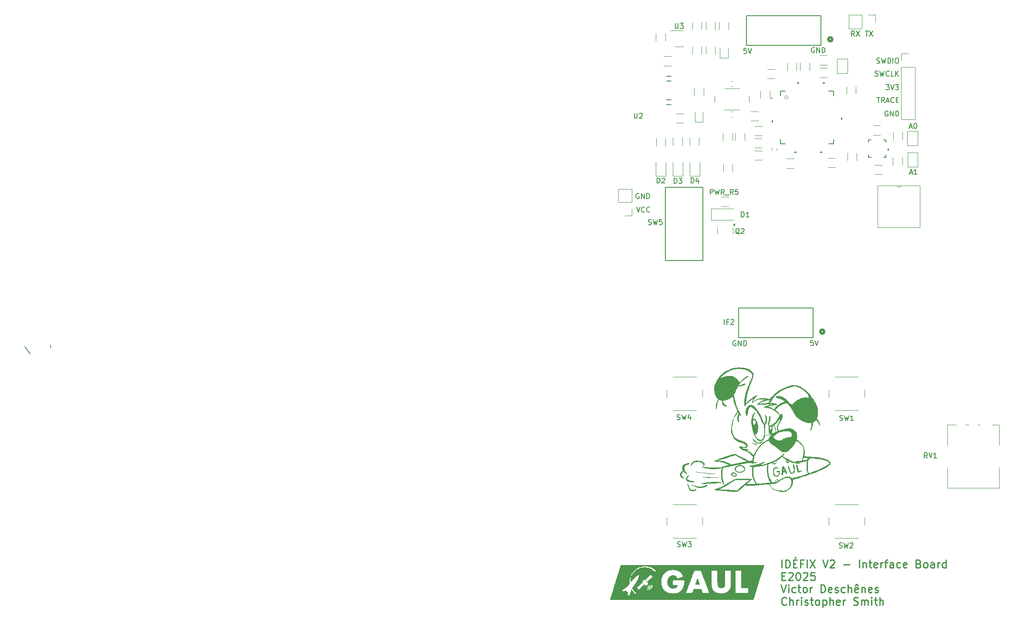
<source format=gbr>
%TF.GenerationSoftware,KiCad,Pcbnew,8.0.6*%
%TF.CreationDate,2025-07-11T21:44:03-04:00*%
%TF.ProjectId,receiver,72656365-6976-4657-922e-6b696361645f,rev?*%
%TF.SameCoordinates,Original*%
%TF.FileFunction,Legend,Top*%
%TF.FilePolarity,Positive*%
%FSLAX46Y46*%
G04 Gerber Fmt 4.6, Leading zero omitted, Abs format (unit mm)*
G04 Created by KiCad (PCBNEW 8.0.6) date 2025-07-11 21:44:03*
%MOMM*%
%LPD*%
G01*
G04 APERTURE LIST*
%ADD10C,0.150000*%
%ADD11C,0.153000*%
%ADD12C,0.250000*%
%ADD13C,0.120000*%
%ADD14C,0.152400*%
%ADD15C,0.000000*%
%ADD16C,0.100000*%
%ADD17C,0.508000*%
G04 APERTURE END LIST*
D10*
X16516072Y-103799707D02*
X16516072Y-104241728D01*
X11471836Y-104137723D02*
X12459883Y-105489786D01*
D11*
X183432696Y-70284867D02*
X183908886Y-70284867D01*
X183337458Y-70570582D02*
X183670791Y-69570582D01*
X183670791Y-69570582D02*
X184004124Y-70570582D01*
X184861267Y-70570582D02*
X184289839Y-70570582D01*
X184575553Y-70570582D02*
X184575553Y-69570582D01*
X184575553Y-69570582D02*
X184480315Y-69713439D01*
X184480315Y-69713439D02*
X184385077Y-69808677D01*
X184385077Y-69808677D02*
X184289839Y-69856296D01*
X177025532Y-48950567D02*
X177168389Y-48998186D01*
X177168389Y-48998186D02*
X177406484Y-48998186D01*
X177406484Y-48998186D02*
X177501722Y-48950567D01*
X177501722Y-48950567D02*
X177549341Y-48902947D01*
X177549341Y-48902947D02*
X177596960Y-48807709D01*
X177596960Y-48807709D02*
X177596960Y-48712471D01*
X177596960Y-48712471D02*
X177549341Y-48617233D01*
X177549341Y-48617233D02*
X177501722Y-48569614D01*
X177501722Y-48569614D02*
X177406484Y-48521995D01*
X177406484Y-48521995D02*
X177216008Y-48474376D01*
X177216008Y-48474376D02*
X177120770Y-48426757D01*
X177120770Y-48426757D02*
X177073151Y-48379138D01*
X177073151Y-48379138D02*
X177025532Y-48283900D01*
X177025532Y-48283900D02*
X177025532Y-48188662D01*
X177025532Y-48188662D02*
X177073151Y-48093424D01*
X177073151Y-48093424D02*
X177120770Y-48045805D01*
X177120770Y-48045805D02*
X177216008Y-47998186D01*
X177216008Y-47998186D02*
X177454103Y-47998186D01*
X177454103Y-47998186D02*
X177596960Y-48045805D01*
X177930294Y-47998186D02*
X178168389Y-48998186D01*
X178168389Y-48998186D02*
X178358865Y-48283900D01*
X178358865Y-48283900D02*
X178549341Y-48998186D01*
X178549341Y-48998186D02*
X178787437Y-47998186D01*
X179168389Y-48998186D02*
X179168389Y-47998186D01*
X179168389Y-47998186D02*
X179406484Y-47998186D01*
X179406484Y-47998186D02*
X179549341Y-48045805D01*
X179549341Y-48045805D02*
X179644579Y-48141043D01*
X179644579Y-48141043D02*
X179692198Y-48236281D01*
X179692198Y-48236281D02*
X179739817Y-48426757D01*
X179739817Y-48426757D02*
X179739817Y-48569614D01*
X179739817Y-48569614D02*
X179692198Y-48760090D01*
X179692198Y-48760090D02*
X179644579Y-48855328D01*
X179644579Y-48855328D02*
X179549341Y-48950567D01*
X179549341Y-48950567D02*
X179406484Y-48998186D01*
X179406484Y-48998186D02*
X179168389Y-48998186D01*
X180168389Y-48998186D02*
X180168389Y-47998186D01*
X180835055Y-47998186D02*
X181025531Y-47998186D01*
X181025531Y-47998186D02*
X181120769Y-48045805D01*
X181120769Y-48045805D02*
X181216007Y-48141043D01*
X181216007Y-48141043D02*
X181263626Y-48331519D01*
X181263626Y-48331519D02*
X181263626Y-48664852D01*
X181263626Y-48664852D02*
X181216007Y-48855328D01*
X181216007Y-48855328D02*
X181120769Y-48950567D01*
X181120769Y-48950567D02*
X181025531Y-48998186D01*
X181025531Y-48998186D02*
X180835055Y-48998186D01*
X180835055Y-48998186D02*
X180739817Y-48950567D01*
X180739817Y-48950567D02*
X180644579Y-48855328D01*
X180644579Y-48855328D02*
X180596960Y-48664852D01*
X180596960Y-48664852D02*
X180596960Y-48331519D01*
X180596960Y-48331519D02*
X180644579Y-48141043D01*
X180644579Y-48141043D02*
X180739817Y-48045805D01*
X180739817Y-48045805D02*
X180835055Y-47998186D01*
X183352066Y-61375200D02*
X183828256Y-61375200D01*
X183256828Y-61660915D02*
X183590161Y-60660915D01*
X183590161Y-60660915D02*
X183923494Y-61660915D01*
X184447304Y-60660915D02*
X184542542Y-60660915D01*
X184542542Y-60660915D02*
X184637780Y-60708534D01*
X184637780Y-60708534D02*
X184685399Y-60756153D01*
X184685399Y-60756153D02*
X184733018Y-60851391D01*
X184733018Y-60851391D02*
X184780637Y-61041867D01*
X184780637Y-61041867D02*
X184780637Y-61279962D01*
X184780637Y-61279962D02*
X184733018Y-61470438D01*
X184733018Y-61470438D02*
X184685399Y-61565676D01*
X184685399Y-61565676D02*
X184637780Y-61613296D01*
X184637780Y-61613296D02*
X184542542Y-61660915D01*
X184542542Y-61660915D02*
X184447304Y-61660915D01*
X184447304Y-61660915D02*
X184352066Y-61613296D01*
X184352066Y-61613296D02*
X184304447Y-61565676D01*
X184304447Y-61565676D02*
X184256828Y-61470438D01*
X184256828Y-61470438D02*
X184209209Y-61279962D01*
X184209209Y-61279962D02*
X184209209Y-61041867D01*
X184209209Y-61041867D02*
X184256828Y-60851391D01*
X184256828Y-60851391D02*
X184304447Y-60756153D01*
X184304447Y-60756153D02*
X184352066Y-60708534D01*
X184352066Y-60708534D02*
X184447304Y-60660915D01*
X176709345Y-51451321D02*
X176852202Y-51498940D01*
X176852202Y-51498940D02*
X177090297Y-51498940D01*
X177090297Y-51498940D02*
X177185535Y-51451321D01*
X177185535Y-51451321D02*
X177233154Y-51403701D01*
X177233154Y-51403701D02*
X177280773Y-51308463D01*
X177280773Y-51308463D02*
X177280773Y-51213225D01*
X177280773Y-51213225D02*
X177233154Y-51117987D01*
X177233154Y-51117987D02*
X177185535Y-51070368D01*
X177185535Y-51070368D02*
X177090297Y-51022749D01*
X177090297Y-51022749D02*
X176899821Y-50975130D01*
X176899821Y-50975130D02*
X176804583Y-50927511D01*
X176804583Y-50927511D02*
X176756964Y-50879892D01*
X176756964Y-50879892D02*
X176709345Y-50784654D01*
X176709345Y-50784654D02*
X176709345Y-50689416D01*
X176709345Y-50689416D02*
X176756964Y-50594178D01*
X176756964Y-50594178D02*
X176804583Y-50546559D01*
X176804583Y-50546559D02*
X176899821Y-50498940D01*
X176899821Y-50498940D02*
X177137916Y-50498940D01*
X177137916Y-50498940D02*
X177280773Y-50546559D01*
X177614107Y-50498940D02*
X177852202Y-51498940D01*
X177852202Y-51498940D02*
X178042678Y-50784654D01*
X178042678Y-50784654D02*
X178233154Y-51498940D01*
X178233154Y-51498940D02*
X178471250Y-50498940D01*
X179423630Y-51403701D02*
X179376011Y-51451321D01*
X179376011Y-51451321D02*
X179233154Y-51498940D01*
X179233154Y-51498940D02*
X179137916Y-51498940D01*
X179137916Y-51498940D02*
X178995059Y-51451321D01*
X178995059Y-51451321D02*
X178899821Y-51356082D01*
X178899821Y-51356082D02*
X178852202Y-51260844D01*
X178852202Y-51260844D02*
X178804583Y-51070368D01*
X178804583Y-51070368D02*
X178804583Y-50927511D01*
X178804583Y-50927511D02*
X178852202Y-50737035D01*
X178852202Y-50737035D02*
X178899821Y-50641797D01*
X178899821Y-50641797D02*
X178995059Y-50546559D01*
X178995059Y-50546559D02*
X179137916Y-50498940D01*
X179137916Y-50498940D02*
X179233154Y-50498940D01*
X179233154Y-50498940D02*
X179376011Y-50546559D01*
X179376011Y-50546559D02*
X179423630Y-50594178D01*
X180328392Y-51498940D02*
X179852202Y-51498940D01*
X179852202Y-51498940D02*
X179852202Y-50498940D01*
X180661726Y-51498940D02*
X180661726Y-50498940D01*
X181233154Y-51498940D02*
X180804583Y-50927511D01*
X181233154Y-50498940D02*
X180661726Y-51070368D01*
D12*
X158588463Y-147025309D02*
X158588463Y-145525309D01*
X159302749Y-147025309D02*
X159302749Y-145525309D01*
X159302749Y-145525309D02*
X159659892Y-145525309D01*
X159659892Y-145525309D02*
X159874178Y-145596738D01*
X159874178Y-145596738D02*
X160017035Y-145739595D01*
X160017035Y-145739595D02*
X160088464Y-145882452D01*
X160088464Y-145882452D02*
X160159892Y-146168166D01*
X160159892Y-146168166D02*
X160159892Y-146382452D01*
X160159892Y-146382452D02*
X160088464Y-146668166D01*
X160088464Y-146668166D02*
X160017035Y-146811023D01*
X160017035Y-146811023D02*
X159874178Y-146953881D01*
X159874178Y-146953881D02*
X159659892Y-147025309D01*
X159659892Y-147025309D02*
X159302749Y-147025309D01*
X160802749Y-146239595D02*
X161302749Y-146239595D01*
X161517035Y-147025309D02*
X160802749Y-147025309D01*
X160802749Y-147025309D02*
X160802749Y-145525309D01*
X160802749Y-145525309D02*
X161517035Y-145525309D01*
X161302749Y-144953881D02*
X161088464Y-145168166D01*
X162659892Y-146239595D02*
X162159892Y-146239595D01*
X162159892Y-147025309D02*
X162159892Y-145525309D01*
X162159892Y-145525309D02*
X162874178Y-145525309D01*
X163445606Y-147025309D02*
X163445606Y-145525309D01*
X164017035Y-145525309D02*
X165017035Y-147025309D01*
X165017035Y-145525309D02*
X164017035Y-147025309D01*
X166517035Y-145525309D02*
X167017035Y-147025309D01*
X167017035Y-147025309D02*
X167517035Y-145525309D01*
X167945606Y-145668166D02*
X168017034Y-145596738D01*
X168017034Y-145596738D02*
X168159892Y-145525309D01*
X168159892Y-145525309D02*
X168517034Y-145525309D01*
X168517034Y-145525309D02*
X168659892Y-145596738D01*
X168659892Y-145596738D02*
X168731320Y-145668166D01*
X168731320Y-145668166D02*
X168802749Y-145811023D01*
X168802749Y-145811023D02*
X168802749Y-145953881D01*
X168802749Y-145953881D02*
X168731320Y-146168166D01*
X168731320Y-146168166D02*
X167874177Y-147025309D01*
X167874177Y-147025309D02*
X168802749Y-147025309D01*
X170588462Y-146453881D02*
X171731320Y-146453881D01*
X173588462Y-147025309D02*
X173588462Y-145525309D01*
X174302748Y-146025309D02*
X174302748Y-147025309D01*
X174302748Y-146168166D02*
X174374177Y-146096738D01*
X174374177Y-146096738D02*
X174517034Y-146025309D01*
X174517034Y-146025309D02*
X174731320Y-146025309D01*
X174731320Y-146025309D02*
X174874177Y-146096738D01*
X174874177Y-146096738D02*
X174945606Y-146239595D01*
X174945606Y-146239595D02*
X174945606Y-147025309D01*
X175445606Y-146025309D02*
X176017034Y-146025309D01*
X175659891Y-145525309D02*
X175659891Y-146811023D01*
X175659891Y-146811023D02*
X175731320Y-146953881D01*
X175731320Y-146953881D02*
X175874177Y-147025309D01*
X175874177Y-147025309D02*
X176017034Y-147025309D01*
X177088463Y-146953881D02*
X176945606Y-147025309D01*
X176945606Y-147025309D02*
X176659892Y-147025309D01*
X176659892Y-147025309D02*
X176517034Y-146953881D01*
X176517034Y-146953881D02*
X176445606Y-146811023D01*
X176445606Y-146811023D02*
X176445606Y-146239595D01*
X176445606Y-146239595D02*
X176517034Y-146096738D01*
X176517034Y-146096738D02*
X176659892Y-146025309D01*
X176659892Y-146025309D02*
X176945606Y-146025309D01*
X176945606Y-146025309D02*
X177088463Y-146096738D01*
X177088463Y-146096738D02*
X177159892Y-146239595D01*
X177159892Y-146239595D02*
X177159892Y-146382452D01*
X177159892Y-146382452D02*
X176445606Y-146525309D01*
X177802748Y-147025309D02*
X177802748Y-146025309D01*
X177802748Y-146311023D02*
X177874177Y-146168166D01*
X177874177Y-146168166D02*
X177945606Y-146096738D01*
X177945606Y-146096738D02*
X178088463Y-146025309D01*
X178088463Y-146025309D02*
X178231320Y-146025309D01*
X178517034Y-146025309D02*
X179088462Y-146025309D01*
X178731319Y-147025309D02*
X178731319Y-145739595D01*
X178731319Y-145739595D02*
X178802748Y-145596738D01*
X178802748Y-145596738D02*
X178945605Y-145525309D01*
X178945605Y-145525309D02*
X179088462Y-145525309D01*
X180231320Y-147025309D02*
X180231320Y-146239595D01*
X180231320Y-146239595D02*
X180159891Y-146096738D01*
X180159891Y-146096738D02*
X180017034Y-146025309D01*
X180017034Y-146025309D02*
X179731320Y-146025309D01*
X179731320Y-146025309D02*
X179588462Y-146096738D01*
X180231320Y-146953881D02*
X180088462Y-147025309D01*
X180088462Y-147025309D02*
X179731320Y-147025309D01*
X179731320Y-147025309D02*
X179588462Y-146953881D01*
X179588462Y-146953881D02*
X179517034Y-146811023D01*
X179517034Y-146811023D02*
X179517034Y-146668166D01*
X179517034Y-146668166D02*
X179588462Y-146525309D01*
X179588462Y-146525309D02*
X179731320Y-146453881D01*
X179731320Y-146453881D02*
X180088462Y-146453881D01*
X180088462Y-146453881D02*
X180231320Y-146382452D01*
X181588463Y-146953881D02*
X181445605Y-147025309D01*
X181445605Y-147025309D02*
X181159891Y-147025309D01*
X181159891Y-147025309D02*
X181017034Y-146953881D01*
X181017034Y-146953881D02*
X180945605Y-146882452D01*
X180945605Y-146882452D02*
X180874177Y-146739595D01*
X180874177Y-146739595D02*
X180874177Y-146311023D01*
X180874177Y-146311023D02*
X180945605Y-146168166D01*
X180945605Y-146168166D02*
X181017034Y-146096738D01*
X181017034Y-146096738D02*
X181159891Y-146025309D01*
X181159891Y-146025309D02*
X181445605Y-146025309D01*
X181445605Y-146025309D02*
X181588463Y-146096738D01*
X182802748Y-146953881D02*
X182659891Y-147025309D01*
X182659891Y-147025309D02*
X182374177Y-147025309D01*
X182374177Y-147025309D02*
X182231319Y-146953881D01*
X182231319Y-146953881D02*
X182159891Y-146811023D01*
X182159891Y-146811023D02*
X182159891Y-146239595D01*
X182159891Y-146239595D02*
X182231319Y-146096738D01*
X182231319Y-146096738D02*
X182374177Y-146025309D01*
X182374177Y-146025309D02*
X182659891Y-146025309D01*
X182659891Y-146025309D02*
X182802748Y-146096738D01*
X182802748Y-146096738D02*
X182874177Y-146239595D01*
X182874177Y-146239595D02*
X182874177Y-146382452D01*
X182874177Y-146382452D02*
X182159891Y-146525309D01*
X185159890Y-146239595D02*
X185374176Y-146311023D01*
X185374176Y-146311023D02*
X185445605Y-146382452D01*
X185445605Y-146382452D02*
X185517033Y-146525309D01*
X185517033Y-146525309D02*
X185517033Y-146739595D01*
X185517033Y-146739595D02*
X185445605Y-146882452D01*
X185445605Y-146882452D02*
X185374176Y-146953881D01*
X185374176Y-146953881D02*
X185231319Y-147025309D01*
X185231319Y-147025309D02*
X184659890Y-147025309D01*
X184659890Y-147025309D02*
X184659890Y-145525309D01*
X184659890Y-145525309D02*
X185159890Y-145525309D01*
X185159890Y-145525309D02*
X185302748Y-145596738D01*
X185302748Y-145596738D02*
X185374176Y-145668166D01*
X185374176Y-145668166D02*
X185445605Y-145811023D01*
X185445605Y-145811023D02*
X185445605Y-145953881D01*
X185445605Y-145953881D02*
X185374176Y-146096738D01*
X185374176Y-146096738D02*
X185302748Y-146168166D01*
X185302748Y-146168166D02*
X185159890Y-146239595D01*
X185159890Y-146239595D02*
X184659890Y-146239595D01*
X186374176Y-147025309D02*
X186231319Y-146953881D01*
X186231319Y-146953881D02*
X186159890Y-146882452D01*
X186159890Y-146882452D02*
X186088462Y-146739595D01*
X186088462Y-146739595D02*
X186088462Y-146311023D01*
X186088462Y-146311023D02*
X186159890Y-146168166D01*
X186159890Y-146168166D02*
X186231319Y-146096738D01*
X186231319Y-146096738D02*
X186374176Y-146025309D01*
X186374176Y-146025309D02*
X186588462Y-146025309D01*
X186588462Y-146025309D02*
X186731319Y-146096738D01*
X186731319Y-146096738D02*
X186802748Y-146168166D01*
X186802748Y-146168166D02*
X186874176Y-146311023D01*
X186874176Y-146311023D02*
X186874176Y-146739595D01*
X186874176Y-146739595D02*
X186802748Y-146882452D01*
X186802748Y-146882452D02*
X186731319Y-146953881D01*
X186731319Y-146953881D02*
X186588462Y-147025309D01*
X186588462Y-147025309D02*
X186374176Y-147025309D01*
X188159891Y-147025309D02*
X188159891Y-146239595D01*
X188159891Y-146239595D02*
X188088462Y-146096738D01*
X188088462Y-146096738D02*
X187945605Y-146025309D01*
X187945605Y-146025309D02*
X187659891Y-146025309D01*
X187659891Y-146025309D02*
X187517033Y-146096738D01*
X188159891Y-146953881D02*
X188017033Y-147025309D01*
X188017033Y-147025309D02*
X187659891Y-147025309D01*
X187659891Y-147025309D02*
X187517033Y-146953881D01*
X187517033Y-146953881D02*
X187445605Y-146811023D01*
X187445605Y-146811023D02*
X187445605Y-146668166D01*
X187445605Y-146668166D02*
X187517033Y-146525309D01*
X187517033Y-146525309D02*
X187659891Y-146453881D01*
X187659891Y-146453881D02*
X188017033Y-146453881D01*
X188017033Y-146453881D02*
X188159891Y-146382452D01*
X188874176Y-147025309D02*
X188874176Y-146025309D01*
X188874176Y-146311023D02*
X188945605Y-146168166D01*
X188945605Y-146168166D02*
X189017034Y-146096738D01*
X189017034Y-146096738D02*
X189159891Y-146025309D01*
X189159891Y-146025309D02*
X189302748Y-146025309D01*
X190445605Y-147025309D02*
X190445605Y-145525309D01*
X190445605Y-146953881D02*
X190302747Y-147025309D01*
X190302747Y-147025309D02*
X190017033Y-147025309D01*
X190017033Y-147025309D02*
X189874176Y-146953881D01*
X189874176Y-146953881D02*
X189802747Y-146882452D01*
X189802747Y-146882452D02*
X189731319Y-146739595D01*
X189731319Y-146739595D02*
X189731319Y-146311023D01*
X189731319Y-146311023D02*
X189802747Y-146168166D01*
X189802747Y-146168166D02*
X189874176Y-146096738D01*
X189874176Y-146096738D02*
X190017033Y-146025309D01*
X190017033Y-146025309D02*
X190302747Y-146025309D01*
X190302747Y-146025309D02*
X190445605Y-146096738D01*
X158588463Y-148654511D02*
X159088463Y-148654511D01*
X159302749Y-149440225D02*
X158588463Y-149440225D01*
X158588463Y-149440225D02*
X158588463Y-147940225D01*
X158588463Y-147940225D02*
X159302749Y-147940225D01*
X159874178Y-148083082D02*
X159945606Y-148011654D01*
X159945606Y-148011654D02*
X160088464Y-147940225D01*
X160088464Y-147940225D02*
X160445606Y-147940225D01*
X160445606Y-147940225D02*
X160588464Y-148011654D01*
X160588464Y-148011654D02*
X160659892Y-148083082D01*
X160659892Y-148083082D02*
X160731321Y-148225939D01*
X160731321Y-148225939D02*
X160731321Y-148368797D01*
X160731321Y-148368797D02*
X160659892Y-148583082D01*
X160659892Y-148583082D02*
X159802749Y-149440225D01*
X159802749Y-149440225D02*
X160731321Y-149440225D01*
X161659892Y-147940225D02*
X161802749Y-147940225D01*
X161802749Y-147940225D02*
X161945606Y-148011654D01*
X161945606Y-148011654D02*
X162017035Y-148083082D01*
X162017035Y-148083082D02*
X162088463Y-148225939D01*
X162088463Y-148225939D02*
X162159892Y-148511654D01*
X162159892Y-148511654D02*
X162159892Y-148868797D01*
X162159892Y-148868797D02*
X162088463Y-149154511D01*
X162088463Y-149154511D02*
X162017035Y-149297368D01*
X162017035Y-149297368D02*
X161945606Y-149368797D01*
X161945606Y-149368797D02*
X161802749Y-149440225D01*
X161802749Y-149440225D02*
X161659892Y-149440225D01*
X161659892Y-149440225D02*
X161517035Y-149368797D01*
X161517035Y-149368797D02*
X161445606Y-149297368D01*
X161445606Y-149297368D02*
X161374177Y-149154511D01*
X161374177Y-149154511D02*
X161302749Y-148868797D01*
X161302749Y-148868797D02*
X161302749Y-148511654D01*
X161302749Y-148511654D02*
X161374177Y-148225939D01*
X161374177Y-148225939D02*
X161445606Y-148083082D01*
X161445606Y-148083082D02*
X161517035Y-148011654D01*
X161517035Y-148011654D02*
X161659892Y-147940225D01*
X162731320Y-148083082D02*
X162802748Y-148011654D01*
X162802748Y-148011654D02*
X162945606Y-147940225D01*
X162945606Y-147940225D02*
X163302748Y-147940225D01*
X163302748Y-147940225D02*
X163445606Y-148011654D01*
X163445606Y-148011654D02*
X163517034Y-148083082D01*
X163517034Y-148083082D02*
X163588463Y-148225939D01*
X163588463Y-148225939D02*
X163588463Y-148368797D01*
X163588463Y-148368797D02*
X163517034Y-148583082D01*
X163517034Y-148583082D02*
X162659891Y-149440225D01*
X162659891Y-149440225D02*
X163588463Y-149440225D01*
X164945605Y-147940225D02*
X164231319Y-147940225D01*
X164231319Y-147940225D02*
X164159891Y-148654511D01*
X164159891Y-148654511D02*
X164231319Y-148583082D01*
X164231319Y-148583082D02*
X164374177Y-148511654D01*
X164374177Y-148511654D02*
X164731319Y-148511654D01*
X164731319Y-148511654D02*
X164874177Y-148583082D01*
X164874177Y-148583082D02*
X164945605Y-148654511D01*
X164945605Y-148654511D02*
X165017034Y-148797368D01*
X165017034Y-148797368D02*
X165017034Y-149154511D01*
X165017034Y-149154511D02*
X164945605Y-149297368D01*
X164945605Y-149297368D02*
X164874177Y-149368797D01*
X164874177Y-149368797D02*
X164731319Y-149440225D01*
X164731319Y-149440225D02*
X164374177Y-149440225D01*
X164374177Y-149440225D02*
X164231319Y-149368797D01*
X164231319Y-149368797D02*
X164159891Y-149297368D01*
X158374178Y-150355141D02*
X158874178Y-151855141D01*
X158874178Y-151855141D02*
X159374178Y-150355141D01*
X159874177Y-151855141D02*
X159874177Y-150855141D01*
X159874177Y-150355141D02*
X159802749Y-150426570D01*
X159802749Y-150426570D02*
X159874177Y-150497998D01*
X159874177Y-150497998D02*
X159945606Y-150426570D01*
X159945606Y-150426570D02*
X159874177Y-150355141D01*
X159874177Y-150355141D02*
X159874177Y-150497998D01*
X161231321Y-151783713D02*
X161088463Y-151855141D01*
X161088463Y-151855141D02*
X160802749Y-151855141D01*
X160802749Y-151855141D02*
X160659892Y-151783713D01*
X160659892Y-151783713D02*
X160588463Y-151712284D01*
X160588463Y-151712284D02*
X160517035Y-151569427D01*
X160517035Y-151569427D02*
X160517035Y-151140855D01*
X160517035Y-151140855D02*
X160588463Y-150997998D01*
X160588463Y-150997998D02*
X160659892Y-150926570D01*
X160659892Y-150926570D02*
X160802749Y-150855141D01*
X160802749Y-150855141D02*
X161088463Y-150855141D01*
X161088463Y-150855141D02*
X161231321Y-150926570D01*
X161659892Y-150855141D02*
X162231320Y-150855141D01*
X161874177Y-150355141D02*
X161874177Y-151640855D01*
X161874177Y-151640855D02*
X161945606Y-151783713D01*
X161945606Y-151783713D02*
X162088463Y-151855141D01*
X162088463Y-151855141D02*
X162231320Y-151855141D01*
X162945606Y-151855141D02*
X162802749Y-151783713D01*
X162802749Y-151783713D02*
X162731320Y-151712284D01*
X162731320Y-151712284D02*
X162659892Y-151569427D01*
X162659892Y-151569427D02*
X162659892Y-151140855D01*
X162659892Y-151140855D02*
X162731320Y-150997998D01*
X162731320Y-150997998D02*
X162802749Y-150926570D01*
X162802749Y-150926570D02*
X162945606Y-150855141D01*
X162945606Y-150855141D02*
X163159892Y-150855141D01*
X163159892Y-150855141D02*
X163302749Y-150926570D01*
X163302749Y-150926570D02*
X163374178Y-150997998D01*
X163374178Y-150997998D02*
X163445606Y-151140855D01*
X163445606Y-151140855D02*
X163445606Y-151569427D01*
X163445606Y-151569427D02*
X163374178Y-151712284D01*
X163374178Y-151712284D02*
X163302749Y-151783713D01*
X163302749Y-151783713D02*
X163159892Y-151855141D01*
X163159892Y-151855141D02*
X162945606Y-151855141D01*
X164088463Y-151855141D02*
X164088463Y-150855141D01*
X164088463Y-151140855D02*
X164159892Y-150997998D01*
X164159892Y-150997998D02*
X164231321Y-150926570D01*
X164231321Y-150926570D02*
X164374178Y-150855141D01*
X164374178Y-150855141D02*
X164517035Y-150855141D01*
X166159891Y-151855141D02*
X166159891Y-150355141D01*
X166159891Y-150355141D02*
X166517034Y-150355141D01*
X166517034Y-150355141D02*
X166731320Y-150426570D01*
X166731320Y-150426570D02*
X166874177Y-150569427D01*
X166874177Y-150569427D02*
X166945606Y-150712284D01*
X166945606Y-150712284D02*
X167017034Y-150997998D01*
X167017034Y-150997998D02*
X167017034Y-151212284D01*
X167017034Y-151212284D02*
X166945606Y-151497998D01*
X166945606Y-151497998D02*
X166874177Y-151640855D01*
X166874177Y-151640855D02*
X166731320Y-151783713D01*
X166731320Y-151783713D02*
X166517034Y-151855141D01*
X166517034Y-151855141D02*
X166159891Y-151855141D01*
X168231320Y-151783713D02*
X168088463Y-151855141D01*
X168088463Y-151855141D02*
X167802749Y-151855141D01*
X167802749Y-151855141D02*
X167659891Y-151783713D01*
X167659891Y-151783713D02*
X167588463Y-151640855D01*
X167588463Y-151640855D02*
X167588463Y-151069427D01*
X167588463Y-151069427D02*
X167659891Y-150926570D01*
X167659891Y-150926570D02*
X167802749Y-150855141D01*
X167802749Y-150855141D02*
X168088463Y-150855141D01*
X168088463Y-150855141D02*
X168231320Y-150926570D01*
X168231320Y-150926570D02*
X168302749Y-151069427D01*
X168302749Y-151069427D02*
X168302749Y-151212284D01*
X168302749Y-151212284D02*
X167588463Y-151355141D01*
X168874177Y-151783713D02*
X169017034Y-151855141D01*
X169017034Y-151855141D02*
X169302748Y-151855141D01*
X169302748Y-151855141D02*
X169445605Y-151783713D01*
X169445605Y-151783713D02*
X169517034Y-151640855D01*
X169517034Y-151640855D02*
X169517034Y-151569427D01*
X169517034Y-151569427D02*
X169445605Y-151426570D01*
X169445605Y-151426570D02*
X169302748Y-151355141D01*
X169302748Y-151355141D02*
X169088463Y-151355141D01*
X169088463Y-151355141D02*
X168945605Y-151283713D01*
X168945605Y-151283713D02*
X168874177Y-151140855D01*
X168874177Y-151140855D02*
X168874177Y-151069427D01*
X168874177Y-151069427D02*
X168945605Y-150926570D01*
X168945605Y-150926570D02*
X169088463Y-150855141D01*
X169088463Y-150855141D02*
X169302748Y-150855141D01*
X169302748Y-150855141D02*
X169445605Y-150926570D01*
X170802749Y-151783713D02*
X170659891Y-151855141D01*
X170659891Y-151855141D02*
X170374177Y-151855141D01*
X170374177Y-151855141D02*
X170231320Y-151783713D01*
X170231320Y-151783713D02*
X170159891Y-151712284D01*
X170159891Y-151712284D02*
X170088463Y-151569427D01*
X170088463Y-151569427D02*
X170088463Y-151140855D01*
X170088463Y-151140855D02*
X170159891Y-150997998D01*
X170159891Y-150997998D02*
X170231320Y-150926570D01*
X170231320Y-150926570D02*
X170374177Y-150855141D01*
X170374177Y-150855141D02*
X170659891Y-150855141D01*
X170659891Y-150855141D02*
X170802749Y-150926570D01*
X171445605Y-151855141D02*
X171445605Y-150355141D01*
X172088463Y-151855141D02*
X172088463Y-151069427D01*
X172088463Y-151069427D02*
X172017034Y-150926570D01*
X172017034Y-150926570D02*
X171874177Y-150855141D01*
X171874177Y-150855141D02*
X171659891Y-150855141D01*
X171659891Y-150855141D02*
X171517034Y-150926570D01*
X171517034Y-150926570D02*
X171445605Y-150997998D01*
X173374177Y-151783713D02*
X173231320Y-151855141D01*
X173231320Y-151855141D02*
X172945606Y-151855141D01*
X172945606Y-151855141D02*
X172802748Y-151783713D01*
X172802748Y-151783713D02*
X172731320Y-151640855D01*
X172731320Y-151640855D02*
X172731320Y-151069427D01*
X172731320Y-151069427D02*
X172802748Y-150926570D01*
X172802748Y-150926570D02*
X172945606Y-150855141D01*
X172945606Y-150855141D02*
X173231320Y-150855141D01*
X173231320Y-150855141D02*
X173374177Y-150926570D01*
X173374177Y-150926570D02*
X173445606Y-151069427D01*
X173445606Y-151069427D02*
X173445606Y-151212284D01*
X173445606Y-151212284D02*
X172731320Y-151355141D01*
X172802748Y-150497998D02*
X173088463Y-150283713D01*
X173088463Y-150283713D02*
X173374177Y-150497998D01*
X174088462Y-150855141D02*
X174088462Y-151855141D01*
X174088462Y-150997998D02*
X174159891Y-150926570D01*
X174159891Y-150926570D02*
X174302748Y-150855141D01*
X174302748Y-150855141D02*
X174517034Y-150855141D01*
X174517034Y-150855141D02*
X174659891Y-150926570D01*
X174659891Y-150926570D02*
X174731320Y-151069427D01*
X174731320Y-151069427D02*
X174731320Y-151855141D01*
X176017034Y-151783713D02*
X175874177Y-151855141D01*
X175874177Y-151855141D02*
X175588463Y-151855141D01*
X175588463Y-151855141D02*
X175445605Y-151783713D01*
X175445605Y-151783713D02*
X175374177Y-151640855D01*
X175374177Y-151640855D02*
X175374177Y-151069427D01*
X175374177Y-151069427D02*
X175445605Y-150926570D01*
X175445605Y-150926570D02*
X175588463Y-150855141D01*
X175588463Y-150855141D02*
X175874177Y-150855141D01*
X175874177Y-150855141D02*
X176017034Y-150926570D01*
X176017034Y-150926570D02*
X176088463Y-151069427D01*
X176088463Y-151069427D02*
X176088463Y-151212284D01*
X176088463Y-151212284D02*
X175374177Y-151355141D01*
X176659891Y-151783713D02*
X176802748Y-151855141D01*
X176802748Y-151855141D02*
X177088462Y-151855141D01*
X177088462Y-151855141D02*
X177231319Y-151783713D01*
X177231319Y-151783713D02*
X177302748Y-151640855D01*
X177302748Y-151640855D02*
X177302748Y-151569427D01*
X177302748Y-151569427D02*
X177231319Y-151426570D01*
X177231319Y-151426570D02*
X177088462Y-151355141D01*
X177088462Y-151355141D02*
X176874177Y-151355141D01*
X176874177Y-151355141D02*
X176731319Y-151283713D01*
X176731319Y-151283713D02*
X176659891Y-151140855D01*
X176659891Y-151140855D02*
X176659891Y-151069427D01*
X176659891Y-151069427D02*
X176731319Y-150926570D01*
X176731319Y-150926570D02*
X176874177Y-150855141D01*
X176874177Y-150855141D02*
X177088462Y-150855141D01*
X177088462Y-150855141D02*
X177231319Y-150926570D01*
X159445606Y-154127200D02*
X159374178Y-154198629D01*
X159374178Y-154198629D02*
X159159892Y-154270057D01*
X159159892Y-154270057D02*
X159017035Y-154270057D01*
X159017035Y-154270057D02*
X158802749Y-154198629D01*
X158802749Y-154198629D02*
X158659892Y-154055771D01*
X158659892Y-154055771D02*
X158588463Y-153912914D01*
X158588463Y-153912914D02*
X158517035Y-153627200D01*
X158517035Y-153627200D02*
X158517035Y-153412914D01*
X158517035Y-153412914D02*
X158588463Y-153127200D01*
X158588463Y-153127200D02*
X158659892Y-152984343D01*
X158659892Y-152984343D02*
X158802749Y-152841486D01*
X158802749Y-152841486D02*
X159017035Y-152770057D01*
X159017035Y-152770057D02*
X159159892Y-152770057D01*
X159159892Y-152770057D02*
X159374178Y-152841486D01*
X159374178Y-152841486D02*
X159445606Y-152912914D01*
X160088463Y-154270057D02*
X160088463Y-152770057D01*
X160731321Y-154270057D02*
X160731321Y-153484343D01*
X160731321Y-153484343D02*
X160659892Y-153341486D01*
X160659892Y-153341486D02*
X160517035Y-153270057D01*
X160517035Y-153270057D02*
X160302749Y-153270057D01*
X160302749Y-153270057D02*
X160159892Y-153341486D01*
X160159892Y-153341486D02*
X160088463Y-153412914D01*
X161445606Y-154270057D02*
X161445606Y-153270057D01*
X161445606Y-153555771D02*
X161517035Y-153412914D01*
X161517035Y-153412914D02*
X161588464Y-153341486D01*
X161588464Y-153341486D02*
X161731321Y-153270057D01*
X161731321Y-153270057D02*
X161874178Y-153270057D01*
X162374177Y-154270057D02*
X162374177Y-153270057D01*
X162374177Y-152770057D02*
X162302749Y-152841486D01*
X162302749Y-152841486D02*
X162374177Y-152912914D01*
X162374177Y-152912914D02*
X162445606Y-152841486D01*
X162445606Y-152841486D02*
X162374177Y-152770057D01*
X162374177Y-152770057D02*
X162374177Y-152912914D01*
X163017035Y-154198629D02*
X163159892Y-154270057D01*
X163159892Y-154270057D02*
X163445606Y-154270057D01*
X163445606Y-154270057D02*
X163588463Y-154198629D01*
X163588463Y-154198629D02*
X163659892Y-154055771D01*
X163659892Y-154055771D02*
X163659892Y-153984343D01*
X163659892Y-153984343D02*
X163588463Y-153841486D01*
X163588463Y-153841486D02*
X163445606Y-153770057D01*
X163445606Y-153770057D02*
X163231321Y-153770057D01*
X163231321Y-153770057D02*
X163088463Y-153698629D01*
X163088463Y-153698629D02*
X163017035Y-153555771D01*
X163017035Y-153555771D02*
X163017035Y-153484343D01*
X163017035Y-153484343D02*
X163088463Y-153341486D01*
X163088463Y-153341486D02*
X163231321Y-153270057D01*
X163231321Y-153270057D02*
X163445606Y-153270057D01*
X163445606Y-153270057D02*
X163588463Y-153341486D01*
X164088464Y-153270057D02*
X164659892Y-153270057D01*
X164302749Y-152770057D02*
X164302749Y-154055771D01*
X164302749Y-154055771D02*
X164374178Y-154198629D01*
X164374178Y-154198629D02*
X164517035Y-154270057D01*
X164517035Y-154270057D02*
X164659892Y-154270057D01*
X165374178Y-154270057D02*
X165231321Y-154198629D01*
X165231321Y-154198629D02*
X165159892Y-154127200D01*
X165159892Y-154127200D02*
X165088464Y-153984343D01*
X165088464Y-153984343D02*
X165088464Y-153555771D01*
X165088464Y-153555771D02*
X165159892Y-153412914D01*
X165159892Y-153412914D02*
X165231321Y-153341486D01*
X165231321Y-153341486D02*
X165374178Y-153270057D01*
X165374178Y-153270057D02*
X165588464Y-153270057D01*
X165588464Y-153270057D02*
X165731321Y-153341486D01*
X165731321Y-153341486D02*
X165802750Y-153412914D01*
X165802750Y-153412914D02*
X165874178Y-153555771D01*
X165874178Y-153555771D02*
X165874178Y-153984343D01*
X165874178Y-153984343D02*
X165802750Y-154127200D01*
X165802750Y-154127200D02*
X165731321Y-154198629D01*
X165731321Y-154198629D02*
X165588464Y-154270057D01*
X165588464Y-154270057D02*
X165374178Y-154270057D01*
X166517035Y-153270057D02*
X166517035Y-154770057D01*
X166517035Y-153341486D02*
X166659893Y-153270057D01*
X166659893Y-153270057D02*
X166945607Y-153270057D01*
X166945607Y-153270057D02*
X167088464Y-153341486D01*
X167088464Y-153341486D02*
X167159893Y-153412914D01*
X167159893Y-153412914D02*
X167231321Y-153555771D01*
X167231321Y-153555771D02*
X167231321Y-153984343D01*
X167231321Y-153984343D02*
X167159893Y-154127200D01*
X167159893Y-154127200D02*
X167088464Y-154198629D01*
X167088464Y-154198629D02*
X166945607Y-154270057D01*
X166945607Y-154270057D02*
X166659893Y-154270057D01*
X166659893Y-154270057D02*
X166517035Y-154198629D01*
X167874178Y-154270057D02*
X167874178Y-152770057D01*
X168517036Y-154270057D02*
X168517036Y-153484343D01*
X168517036Y-153484343D02*
X168445607Y-153341486D01*
X168445607Y-153341486D02*
X168302750Y-153270057D01*
X168302750Y-153270057D02*
X168088464Y-153270057D01*
X168088464Y-153270057D02*
X167945607Y-153341486D01*
X167945607Y-153341486D02*
X167874178Y-153412914D01*
X169802750Y-154198629D02*
X169659893Y-154270057D01*
X169659893Y-154270057D02*
X169374179Y-154270057D01*
X169374179Y-154270057D02*
X169231321Y-154198629D01*
X169231321Y-154198629D02*
X169159893Y-154055771D01*
X169159893Y-154055771D02*
X169159893Y-153484343D01*
X169159893Y-153484343D02*
X169231321Y-153341486D01*
X169231321Y-153341486D02*
X169374179Y-153270057D01*
X169374179Y-153270057D02*
X169659893Y-153270057D01*
X169659893Y-153270057D02*
X169802750Y-153341486D01*
X169802750Y-153341486D02*
X169874179Y-153484343D01*
X169874179Y-153484343D02*
X169874179Y-153627200D01*
X169874179Y-153627200D02*
X169159893Y-153770057D01*
X170517035Y-154270057D02*
X170517035Y-153270057D01*
X170517035Y-153555771D02*
X170588464Y-153412914D01*
X170588464Y-153412914D02*
X170659893Y-153341486D01*
X170659893Y-153341486D02*
X170802750Y-153270057D01*
X170802750Y-153270057D02*
X170945607Y-153270057D01*
X172517035Y-154198629D02*
X172731321Y-154270057D01*
X172731321Y-154270057D02*
X173088463Y-154270057D01*
X173088463Y-154270057D02*
X173231321Y-154198629D01*
X173231321Y-154198629D02*
X173302749Y-154127200D01*
X173302749Y-154127200D02*
X173374178Y-153984343D01*
X173374178Y-153984343D02*
X173374178Y-153841486D01*
X173374178Y-153841486D02*
X173302749Y-153698629D01*
X173302749Y-153698629D02*
X173231321Y-153627200D01*
X173231321Y-153627200D02*
X173088463Y-153555771D01*
X173088463Y-153555771D02*
X172802749Y-153484343D01*
X172802749Y-153484343D02*
X172659892Y-153412914D01*
X172659892Y-153412914D02*
X172588463Y-153341486D01*
X172588463Y-153341486D02*
X172517035Y-153198629D01*
X172517035Y-153198629D02*
X172517035Y-153055771D01*
X172517035Y-153055771D02*
X172588463Y-152912914D01*
X172588463Y-152912914D02*
X172659892Y-152841486D01*
X172659892Y-152841486D02*
X172802749Y-152770057D01*
X172802749Y-152770057D02*
X173159892Y-152770057D01*
X173159892Y-152770057D02*
X173374178Y-152841486D01*
X174017034Y-154270057D02*
X174017034Y-153270057D01*
X174017034Y-153412914D02*
X174088463Y-153341486D01*
X174088463Y-153341486D02*
X174231320Y-153270057D01*
X174231320Y-153270057D02*
X174445606Y-153270057D01*
X174445606Y-153270057D02*
X174588463Y-153341486D01*
X174588463Y-153341486D02*
X174659892Y-153484343D01*
X174659892Y-153484343D02*
X174659892Y-154270057D01*
X174659892Y-153484343D02*
X174731320Y-153341486D01*
X174731320Y-153341486D02*
X174874177Y-153270057D01*
X174874177Y-153270057D02*
X175088463Y-153270057D01*
X175088463Y-153270057D02*
X175231320Y-153341486D01*
X175231320Y-153341486D02*
X175302749Y-153484343D01*
X175302749Y-153484343D02*
X175302749Y-154270057D01*
X176017034Y-154270057D02*
X176017034Y-153270057D01*
X176017034Y-152770057D02*
X175945606Y-152841486D01*
X175945606Y-152841486D02*
X176017034Y-152912914D01*
X176017034Y-152912914D02*
X176088463Y-152841486D01*
X176088463Y-152841486D02*
X176017034Y-152770057D01*
X176017034Y-152770057D02*
X176017034Y-152912914D01*
X176517035Y-153270057D02*
X177088463Y-153270057D01*
X176731320Y-152770057D02*
X176731320Y-154055771D01*
X176731320Y-154055771D02*
X176802749Y-154198629D01*
X176802749Y-154198629D02*
X176945606Y-154270057D01*
X176945606Y-154270057D02*
X177088463Y-154270057D01*
X177588463Y-154270057D02*
X177588463Y-152770057D01*
X178231321Y-154270057D02*
X178231321Y-153484343D01*
X178231321Y-153484343D02*
X178159892Y-153341486D01*
X178159892Y-153341486D02*
X178017035Y-153270057D01*
X178017035Y-153270057D02*
X177802749Y-153270057D01*
X177802749Y-153270057D02*
X177659892Y-153341486D01*
X177659892Y-153341486D02*
X177588463Y-153412914D01*
D11*
X172691976Y-43698056D02*
X172358643Y-43221865D01*
X172120548Y-43698056D02*
X172120548Y-42698056D01*
X172120548Y-42698056D02*
X172501500Y-42698056D01*
X172501500Y-42698056D02*
X172596738Y-42745675D01*
X172596738Y-42745675D02*
X172644357Y-42793294D01*
X172644357Y-42793294D02*
X172691976Y-42888532D01*
X172691976Y-42888532D02*
X172691976Y-43031389D01*
X172691976Y-43031389D02*
X172644357Y-43126627D01*
X172644357Y-43126627D02*
X172596738Y-43174246D01*
X172596738Y-43174246D02*
X172501500Y-43221865D01*
X172501500Y-43221865D02*
X172120548Y-43221865D01*
X173025310Y-42698056D02*
X173691976Y-43698056D01*
X173691976Y-42698056D02*
X173025310Y-43698056D01*
X179177897Y-58307519D02*
X179082659Y-58259900D01*
X179082659Y-58259900D02*
X178939802Y-58259900D01*
X178939802Y-58259900D02*
X178796945Y-58307519D01*
X178796945Y-58307519D02*
X178701707Y-58402757D01*
X178701707Y-58402757D02*
X178654088Y-58497995D01*
X178654088Y-58497995D02*
X178606469Y-58688471D01*
X178606469Y-58688471D02*
X178606469Y-58831328D01*
X178606469Y-58831328D02*
X178654088Y-59021804D01*
X178654088Y-59021804D02*
X178701707Y-59117042D01*
X178701707Y-59117042D02*
X178796945Y-59212281D01*
X178796945Y-59212281D02*
X178939802Y-59259900D01*
X178939802Y-59259900D02*
X179035040Y-59259900D01*
X179035040Y-59259900D02*
X179177897Y-59212281D01*
X179177897Y-59212281D02*
X179225516Y-59164661D01*
X179225516Y-59164661D02*
X179225516Y-58831328D01*
X179225516Y-58831328D02*
X179035040Y-58831328D01*
X179654088Y-59259900D02*
X179654088Y-58259900D01*
X179654088Y-58259900D02*
X180225516Y-59259900D01*
X180225516Y-59259900D02*
X180225516Y-58259900D01*
X180701707Y-59259900D02*
X180701707Y-58259900D01*
X180701707Y-58259900D02*
X180939802Y-58259900D01*
X180939802Y-58259900D02*
X181082659Y-58307519D01*
X181082659Y-58307519D02*
X181177897Y-58402757D01*
X181177897Y-58402757D02*
X181225516Y-58497995D01*
X181225516Y-58497995D02*
X181273135Y-58688471D01*
X181273135Y-58688471D02*
X181273135Y-58831328D01*
X181273135Y-58831328D02*
X181225516Y-59021804D01*
X181225516Y-59021804D02*
X181177897Y-59117042D01*
X181177897Y-59117042D02*
X181082659Y-59212281D01*
X181082659Y-59212281D02*
X180939802Y-59259900D01*
X180939802Y-59259900D02*
X180701707Y-59259900D01*
X149629755Y-102939825D02*
X149534517Y-102892206D01*
X149534517Y-102892206D02*
X149391660Y-102892206D01*
X149391660Y-102892206D02*
X149248803Y-102939825D01*
X149248803Y-102939825D02*
X149153565Y-103035063D01*
X149153565Y-103035063D02*
X149105946Y-103130301D01*
X149105946Y-103130301D02*
X149058327Y-103320777D01*
X149058327Y-103320777D02*
X149058327Y-103463634D01*
X149058327Y-103463634D02*
X149105946Y-103654110D01*
X149105946Y-103654110D02*
X149153565Y-103749348D01*
X149153565Y-103749348D02*
X149248803Y-103844587D01*
X149248803Y-103844587D02*
X149391660Y-103892206D01*
X149391660Y-103892206D02*
X149486898Y-103892206D01*
X149486898Y-103892206D02*
X149629755Y-103844587D01*
X149629755Y-103844587D02*
X149677374Y-103796967D01*
X149677374Y-103796967D02*
X149677374Y-103463634D01*
X149677374Y-103463634D02*
X149486898Y-103463634D01*
X150105946Y-103892206D02*
X150105946Y-102892206D01*
X150105946Y-102892206D02*
X150677374Y-103892206D01*
X150677374Y-103892206D02*
X150677374Y-102892206D01*
X151153565Y-103892206D02*
X151153565Y-102892206D01*
X151153565Y-102892206D02*
X151391660Y-102892206D01*
X151391660Y-102892206D02*
X151534517Y-102939825D01*
X151534517Y-102939825D02*
X151629755Y-103035063D01*
X151629755Y-103035063D02*
X151677374Y-103130301D01*
X151677374Y-103130301D02*
X151724993Y-103320777D01*
X151724993Y-103320777D02*
X151724993Y-103463634D01*
X151724993Y-103463634D02*
X151677374Y-103654110D01*
X151677374Y-103654110D02*
X151629755Y-103749348D01*
X151629755Y-103749348D02*
X151534517Y-103844587D01*
X151534517Y-103844587D02*
X151391660Y-103892206D01*
X151391660Y-103892206D02*
X151153565Y-103892206D01*
X174794632Y-42717219D02*
X175366060Y-42717219D01*
X175080346Y-43717219D02*
X175080346Y-42717219D01*
X175604156Y-42717219D02*
X176270822Y-43717219D01*
X176270822Y-42717219D02*
X175604156Y-43717219D01*
X164654840Y-102873669D02*
X164178650Y-102873669D01*
X164178650Y-102873669D02*
X164131031Y-103349859D01*
X164131031Y-103349859D02*
X164178650Y-103302240D01*
X164178650Y-103302240D02*
X164273888Y-103254621D01*
X164273888Y-103254621D02*
X164511983Y-103254621D01*
X164511983Y-103254621D02*
X164607221Y-103302240D01*
X164607221Y-103302240D02*
X164654840Y-103349859D01*
X164654840Y-103349859D02*
X164702459Y-103445097D01*
X164702459Y-103445097D02*
X164702459Y-103683192D01*
X164702459Y-103683192D02*
X164654840Y-103778430D01*
X164654840Y-103778430D02*
X164607221Y-103826050D01*
X164607221Y-103826050D02*
X164511983Y-103873669D01*
X164511983Y-103873669D02*
X164273888Y-103873669D01*
X164273888Y-103873669D02*
X164178650Y-103826050D01*
X164178650Y-103826050D02*
X164131031Y-103778430D01*
X164988174Y-102873669D02*
X165321507Y-103873669D01*
X165321507Y-103873669D02*
X165654840Y-102873669D01*
X130797651Y-74343244D02*
X130702413Y-74295625D01*
X130702413Y-74295625D02*
X130559556Y-74295625D01*
X130559556Y-74295625D02*
X130416699Y-74343244D01*
X130416699Y-74343244D02*
X130321461Y-74438482D01*
X130321461Y-74438482D02*
X130273842Y-74533720D01*
X130273842Y-74533720D02*
X130226223Y-74724196D01*
X130226223Y-74724196D02*
X130226223Y-74867053D01*
X130226223Y-74867053D02*
X130273842Y-75057529D01*
X130273842Y-75057529D02*
X130321461Y-75152767D01*
X130321461Y-75152767D02*
X130416699Y-75248006D01*
X130416699Y-75248006D02*
X130559556Y-75295625D01*
X130559556Y-75295625D02*
X130654794Y-75295625D01*
X130654794Y-75295625D02*
X130797651Y-75248006D01*
X130797651Y-75248006D02*
X130845270Y-75200386D01*
X130845270Y-75200386D02*
X130845270Y-74867053D01*
X130845270Y-74867053D02*
X130654794Y-74867053D01*
X131273842Y-75295625D02*
X131273842Y-74295625D01*
X131273842Y-74295625D02*
X131845270Y-75295625D01*
X131845270Y-75295625D02*
X131845270Y-74295625D01*
X132321461Y-75295625D02*
X132321461Y-74295625D01*
X132321461Y-74295625D02*
X132559556Y-74295625D01*
X132559556Y-74295625D02*
X132702413Y-74343244D01*
X132702413Y-74343244D02*
X132797651Y-74438482D01*
X132797651Y-74438482D02*
X132845270Y-74533720D01*
X132845270Y-74533720D02*
X132892889Y-74724196D01*
X132892889Y-74724196D02*
X132892889Y-74867053D01*
X132892889Y-74867053D02*
X132845270Y-75057529D01*
X132845270Y-75057529D02*
X132797651Y-75152767D01*
X132797651Y-75152767D02*
X132702413Y-75248006D01*
X132702413Y-75248006D02*
X132559556Y-75295625D01*
X132559556Y-75295625D02*
X132321461Y-75295625D01*
X178817548Y-53143415D02*
X179436595Y-53143415D01*
X179436595Y-53143415D02*
X179103262Y-53524367D01*
X179103262Y-53524367D02*
X179246119Y-53524367D01*
X179246119Y-53524367D02*
X179341357Y-53571986D01*
X179341357Y-53571986D02*
X179388976Y-53619605D01*
X179388976Y-53619605D02*
X179436595Y-53714843D01*
X179436595Y-53714843D02*
X179436595Y-53952938D01*
X179436595Y-53952938D02*
X179388976Y-54048176D01*
X179388976Y-54048176D02*
X179341357Y-54095796D01*
X179341357Y-54095796D02*
X179246119Y-54143415D01*
X179246119Y-54143415D02*
X178960405Y-54143415D01*
X178960405Y-54143415D02*
X178865167Y-54095796D01*
X178865167Y-54095796D02*
X178817548Y-54048176D01*
X179722310Y-53143415D02*
X180055643Y-54143415D01*
X180055643Y-54143415D02*
X180388976Y-53143415D01*
X180627072Y-53143415D02*
X181246119Y-53143415D01*
X181246119Y-53143415D02*
X180912786Y-53524367D01*
X180912786Y-53524367D02*
X181055643Y-53524367D01*
X181055643Y-53524367D02*
X181150881Y-53571986D01*
X181150881Y-53571986D02*
X181198500Y-53619605D01*
X181198500Y-53619605D02*
X181246119Y-53714843D01*
X181246119Y-53714843D02*
X181246119Y-53952938D01*
X181246119Y-53952938D02*
X181198500Y-54048176D01*
X181198500Y-54048176D02*
X181150881Y-54095796D01*
X181150881Y-54095796D02*
X181055643Y-54143415D01*
X181055643Y-54143415D02*
X180769929Y-54143415D01*
X180769929Y-54143415D02*
X180674691Y-54095796D01*
X180674691Y-54095796D02*
X180627072Y-54048176D01*
X130332195Y-76940100D02*
X130665528Y-77940100D01*
X130665528Y-77940100D02*
X130998861Y-76940100D01*
X131903623Y-77844861D02*
X131856004Y-77892481D01*
X131856004Y-77892481D02*
X131713147Y-77940100D01*
X131713147Y-77940100D02*
X131617909Y-77940100D01*
X131617909Y-77940100D02*
X131475052Y-77892481D01*
X131475052Y-77892481D02*
X131379814Y-77797242D01*
X131379814Y-77797242D02*
X131332195Y-77702004D01*
X131332195Y-77702004D02*
X131284576Y-77511528D01*
X131284576Y-77511528D02*
X131284576Y-77368671D01*
X131284576Y-77368671D02*
X131332195Y-77178195D01*
X131332195Y-77178195D02*
X131379814Y-77082957D01*
X131379814Y-77082957D02*
X131475052Y-76987719D01*
X131475052Y-76987719D02*
X131617909Y-76940100D01*
X131617909Y-76940100D02*
X131713147Y-76940100D01*
X131713147Y-76940100D02*
X131856004Y-76987719D01*
X131856004Y-76987719D02*
X131903623Y-77035338D01*
X132903623Y-77844861D02*
X132856004Y-77892481D01*
X132856004Y-77892481D02*
X132713147Y-77940100D01*
X132713147Y-77940100D02*
X132617909Y-77940100D01*
X132617909Y-77940100D02*
X132475052Y-77892481D01*
X132475052Y-77892481D02*
X132379814Y-77797242D01*
X132379814Y-77797242D02*
X132332195Y-77702004D01*
X132332195Y-77702004D02*
X132284576Y-77511528D01*
X132284576Y-77511528D02*
X132284576Y-77368671D01*
X132284576Y-77368671D02*
X132332195Y-77178195D01*
X132332195Y-77178195D02*
X132379814Y-77082957D01*
X132379814Y-77082957D02*
X132475052Y-76987719D01*
X132475052Y-76987719D02*
X132617909Y-76940100D01*
X132617909Y-76940100D02*
X132713147Y-76940100D01*
X132713147Y-76940100D02*
X132856004Y-76987719D01*
X132856004Y-76987719D02*
X132903623Y-77035338D01*
X164873816Y-45996176D02*
X164778578Y-45948557D01*
X164778578Y-45948557D02*
X164635721Y-45948557D01*
X164635721Y-45948557D02*
X164492864Y-45996176D01*
X164492864Y-45996176D02*
X164397626Y-46091414D01*
X164397626Y-46091414D02*
X164350007Y-46186652D01*
X164350007Y-46186652D02*
X164302388Y-46377128D01*
X164302388Y-46377128D02*
X164302388Y-46519985D01*
X164302388Y-46519985D02*
X164350007Y-46710461D01*
X164350007Y-46710461D02*
X164397626Y-46805699D01*
X164397626Y-46805699D02*
X164492864Y-46900938D01*
X164492864Y-46900938D02*
X164635721Y-46948557D01*
X164635721Y-46948557D02*
X164730959Y-46948557D01*
X164730959Y-46948557D02*
X164873816Y-46900938D01*
X164873816Y-46900938D02*
X164921435Y-46853318D01*
X164921435Y-46853318D02*
X164921435Y-46519985D01*
X164921435Y-46519985D02*
X164730959Y-46519985D01*
X165350007Y-46948557D02*
X165350007Y-45948557D01*
X165350007Y-45948557D02*
X165921435Y-46948557D01*
X165921435Y-46948557D02*
X165921435Y-45948557D01*
X166397626Y-46948557D02*
X166397626Y-45948557D01*
X166397626Y-45948557D02*
X166635721Y-45948557D01*
X166635721Y-45948557D02*
X166778578Y-45996176D01*
X166778578Y-45996176D02*
X166873816Y-46091414D01*
X166873816Y-46091414D02*
X166921435Y-46186652D01*
X166921435Y-46186652D02*
X166969054Y-46377128D01*
X166969054Y-46377128D02*
X166969054Y-46519985D01*
X166969054Y-46519985D02*
X166921435Y-46710461D01*
X166921435Y-46710461D02*
X166873816Y-46805699D01*
X166873816Y-46805699D02*
X166778578Y-46900938D01*
X166778578Y-46900938D02*
X166635721Y-46948557D01*
X166635721Y-46948557D02*
X166397626Y-46948557D01*
X177045271Y-55644169D02*
X177616699Y-55644169D01*
X177330985Y-56644169D02*
X177330985Y-55644169D01*
X178521461Y-56644169D02*
X178188128Y-56167978D01*
X177950033Y-56644169D02*
X177950033Y-55644169D01*
X177950033Y-55644169D02*
X178330985Y-55644169D01*
X178330985Y-55644169D02*
X178426223Y-55691788D01*
X178426223Y-55691788D02*
X178473842Y-55739407D01*
X178473842Y-55739407D02*
X178521461Y-55834645D01*
X178521461Y-55834645D02*
X178521461Y-55977502D01*
X178521461Y-55977502D02*
X178473842Y-56072740D01*
X178473842Y-56072740D02*
X178426223Y-56120359D01*
X178426223Y-56120359D02*
X178330985Y-56167978D01*
X178330985Y-56167978D02*
X177950033Y-56167978D01*
X178902414Y-56358454D02*
X179378604Y-56358454D01*
X178807176Y-56644169D02*
X179140509Y-55644169D01*
X179140509Y-55644169D02*
X179473842Y-56644169D01*
X180378604Y-56548930D02*
X180330985Y-56596550D01*
X180330985Y-56596550D02*
X180188128Y-56644169D01*
X180188128Y-56644169D02*
X180092890Y-56644169D01*
X180092890Y-56644169D02*
X179950033Y-56596550D01*
X179950033Y-56596550D02*
X179854795Y-56501311D01*
X179854795Y-56501311D02*
X179807176Y-56406073D01*
X179807176Y-56406073D02*
X179759557Y-56215597D01*
X179759557Y-56215597D02*
X179759557Y-56072740D01*
X179759557Y-56072740D02*
X179807176Y-55882264D01*
X179807176Y-55882264D02*
X179854795Y-55787026D01*
X179854795Y-55787026D02*
X179950033Y-55691788D01*
X179950033Y-55691788D02*
X180092890Y-55644169D01*
X180092890Y-55644169D02*
X180188128Y-55644169D01*
X180188128Y-55644169D02*
X180330985Y-55691788D01*
X180330985Y-55691788D02*
X180378604Y-55739407D01*
X180807176Y-56120359D02*
X181140509Y-56120359D01*
X181283366Y-56644169D02*
X180807176Y-56644169D01*
X180807176Y-56644169D02*
X180807176Y-55644169D01*
X180807176Y-55644169D02*
X181283366Y-55644169D01*
X151690053Y-46092279D02*
X151213863Y-46092279D01*
X151213863Y-46092279D02*
X151166244Y-46568469D01*
X151166244Y-46568469D02*
X151213863Y-46520850D01*
X151213863Y-46520850D02*
X151309101Y-46473231D01*
X151309101Y-46473231D02*
X151547196Y-46473231D01*
X151547196Y-46473231D02*
X151642434Y-46520850D01*
X151642434Y-46520850D02*
X151690053Y-46568469D01*
X151690053Y-46568469D02*
X151737672Y-46663707D01*
X151737672Y-46663707D02*
X151737672Y-46901802D01*
X151737672Y-46901802D02*
X151690053Y-46997040D01*
X151690053Y-46997040D02*
X151642434Y-47044660D01*
X151642434Y-47044660D02*
X151547196Y-47092279D01*
X151547196Y-47092279D02*
X151309101Y-47092279D01*
X151309101Y-47092279D02*
X151213863Y-47044660D01*
X151213863Y-47044660D02*
X151166244Y-46997040D01*
X152023387Y-46092279D02*
X152356720Y-47092279D01*
X152356720Y-47092279D02*
X152690053Y-46092279D01*
X137863361Y-41232114D02*
X137863361Y-42041637D01*
X137863361Y-42041637D02*
X137910980Y-42136875D01*
X137910980Y-42136875D02*
X137958599Y-42184495D01*
X137958599Y-42184495D02*
X138053837Y-42232114D01*
X138053837Y-42232114D02*
X138244313Y-42232114D01*
X138244313Y-42232114D02*
X138339551Y-42184495D01*
X138339551Y-42184495D02*
X138387170Y-42136875D01*
X138387170Y-42136875D02*
X138434789Y-42041637D01*
X138434789Y-42041637D02*
X138434789Y-41232114D01*
X138815742Y-41232114D02*
X139434789Y-41232114D01*
X139434789Y-41232114D02*
X139101456Y-41613066D01*
X139101456Y-41613066D02*
X139244313Y-41613066D01*
X139244313Y-41613066D02*
X139339551Y-41660685D01*
X139339551Y-41660685D02*
X139387170Y-41708304D01*
X139387170Y-41708304D02*
X139434789Y-41803542D01*
X139434789Y-41803542D02*
X139434789Y-42041637D01*
X139434789Y-42041637D02*
X139387170Y-42136875D01*
X139387170Y-42136875D02*
X139339551Y-42184495D01*
X139339551Y-42184495D02*
X139244313Y-42232114D01*
X139244313Y-42232114D02*
X138958599Y-42232114D01*
X138958599Y-42232114D02*
X138863361Y-42184495D01*
X138863361Y-42184495D02*
X138815742Y-42136875D01*
X186846784Y-125715722D02*
X186513451Y-125239531D01*
X186275356Y-125715722D02*
X186275356Y-124715722D01*
X186275356Y-124715722D02*
X186656308Y-124715722D01*
X186656308Y-124715722D02*
X186751546Y-124763341D01*
X186751546Y-124763341D02*
X186799165Y-124810960D01*
X186799165Y-124810960D02*
X186846784Y-124906198D01*
X186846784Y-124906198D02*
X186846784Y-125049055D01*
X186846784Y-125049055D02*
X186799165Y-125144293D01*
X186799165Y-125144293D02*
X186751546Y-125191912D01*
X186751546Y-125191912D02*
X186656308Y-125239531D01*
X186656308Y-125239531D02*
X186275356Y-125239531D01*
X187132499Y-124715722D02*
X187465832Y-125715722D01*
X187465832Y-125715722D02*
X187799165Y-124715722D01*
X188656308Y-125715722D02*
X188084880Y-125715722D01*
X188370594Y-125715722D02*
X188370594Y-124715722D01*
X188370594Y-124715722D02*
X188275356Y-124858579D01*
X188275356Y-124858579D02*
X188180118Y-124953817D01*
X188180118Y-124953817D02*
X188084880Y-125001436D01*
D10*
X144645739Y-74501541D02*
X144645739Y-73501541D01*
X144645739Y-73501541D02*
X145026691Y-73501541D01*
X145026691Y-73501541D02*
X145121929Y-73549160D01*
X145121929Y-73549160D02*
X145169548Y-73596779D01*
X145169548Y-73596779D02*
X145217167Y-73692017D01*
X145217167Y-73692017D02*
X145217167Y-73834874D01*
X145217167Y-73834874D02*
X145169548Y-73930112D01*
X145169548Y-73930112D02*
X145121929Y-73977731D01*
X145121929Y-73977731D02*
X145026691Y-74025350D01*
X145026691Y-74025350D02*
X144645739Y-74025350D01*
X145550501Y-73501541D02*
X145788596Y-74501541D01*
X145788596Y-74501541D02*
X145979072Y-73787255D01*
X145979072Y-73787255D02*
X146169548Y-74501541D01*
X146169548Y-74501541D02*
X146407644Y-73501541D01*
X147360024Y-74501541D02*
X147026691Y-74025350D01*
X146788596Y-74501541D02*
X146788596Y-73501541D01*
X146788596Y-73501541D02*
X147169548Y-73501541D01*
X147169548Y-73501541D02*
X147264786Y-73549160D01*
X147264786Y-73549160D02*
X147312405Y-73596779D01*
X147312405Y-73596779D02*
X147360024Y-73692017D01*
X147360024Y-73692017D02*
X147360024Y-73834874D01*
X147360024Y-73834874D02*
X147312405Y-73930112D01*
X147312405Y-73930112D02*
X147264786Y-73977731D01*
X147264786Y-73977731D02*
X147169548Y-74025350D01*
X147169548Y-74025350D02*
X146788596Y-74025350D01*
X147550501Y-74596779D02*
X148312405Y-74596779D01*
X149121929Y-74501541D02*
X148788596Y-74025350D01*
X148550501Y-74501541D02*
X148550501Y-73501541D01*
X148550501Y-73501541D02*
X148931453Y-73501541D01*
X148931453Y-73501541D02*
X149026691Y-73549160D01*
X149026691Y-73549160D02*
X149074310Y-73596779D01*
X149074310Y-73596779D02*
X149121929Y-73692017D01*
X149121929Y-73692017D02*
X149121929Y-73834874D01*
X149121929Y-73834874D02*
X149074310Y-73930112D01*
X149074310Y-73930112D02*
X149026691Y-73977731D01*
X149026691Y-73977731D02*
X148931453Y-74025350D01*
X148931453Y-74025350D02*
X148550501Y-74025350D01*
X150026691Y-73501541D02*
X149550501Y-73501541D01*
X149550501Y-73501541D02*
X149502882Y-73977731D01*
X149502882Y-73977731D02*
X149550501Y-73930112D01*
X149550501Y-73930112D02*
X149645739Y-73882493D01*
X149645739Y-73882493D02*
X149883834Y-73882493D01*
X149883834Y-73882493D02*
X149979072Y-73930112D01*
X149979072Y-73930112D02*
X150026691Y-73977731D01*
X150026691Y-73977731D02*
X150074310Y-74072969D01*
X150074310Y-74072969D02*
X150074310Y-74311064D01*
X150074310Y-74311064D02*
X150026691Y-74406302D01*
X150026691Y-74406302D02*
X149979072Y-74453922D01*
X149979072Y-74453922D02*
X149883834Y-74501541D01*
X149883834Y-74501541D02*
X149645739Y-74501541D01*
X149645739Y-74501541D02*
X149550501Y-74453922D01*
X149550501Y-74453922D02*
X149502882Y-74406302D01*
D11*
X138292699Y-142903902D02*
X138435556Y-142951521D01*
X138435556Y-142951521D02*
X138673651Y-142951521D01*
X138673651Y-142951521D02*
X138768889Y-142903902D01*
X138768889Y-142903902D02*
X138816508Y-142856282D01*
X138816508Y-142856282D02*
X138864127Y-142761044D01*
X138864127Y-142761044D02*
X138864127Y-142665806D01*
X138864127Y-142665806D02*
X138816508Y-142570568D01*
X138816508Y-142570568D02*
X138768889Y-142522949D01*
X138768889Y-142522949D02*
X138673651Y-142475330D01*
X138673651Y-142475330D02*
X138483175Y-142427711D01*
X138483175Y-142427711D02*
X138387937Y-142380092D01*
X138387937Y-142380092D02*
X138340318Y-142332473D01*
X138340318Y-142332473D02*
X138292699Y-142237235D01*
X138292699Y-142237235D02*
X138292699Y-142141997D01*
X138292699Y-142141997D02*
X138340318Y-142046759D01*
X138340318Y-142046759D02*
X138387937Y-141999140D01*
X138387937Y-141999140D02*
X138483175Y-141951521D01*
X138483175Y-141951521D02*
X138721270Y-141951521D01*
X138721270Y-141951521D02*
X138864127Y-141999140D01*
X139197461Y-141951521D02*
X139435556Y-142951521D01*
X139435556Y-142951521D02*
X139626032Y-142237235D01*
X139626032Y-142237235D02*
X139816508Y-142951521D01*
X139816508Y-142951521D02*
X140054604Y-141951521D01*
X140340318Y-141951521D02*
X140959365Y-141951521D01*
X140959365Y-141951521D02*
X140626032Y-142332473D01*
X140626032Y-142332473D02*
X140768889Y-142332473D01*
X140768889Y-142332473D02*
X140864127Y-142380092D01*
X140864127Y-142380092D02*
X140911746Y-142427711D01*
X140911746Y-142427711D02*
X140959365Y-142522949D01*
X140959365Y-142522949D02*
X140959365Y-142761044D01*
X140959365Y-142761044D02*
X140911746Y-142856282D01*
X140911746Y-142856282D02*
X140864127Y-142903902D01*
X140864127Y-142903902D02*
X140768889Y-142951521D01*
X140768889Y-142951521D02*
X140483175Y-142951521D01*
X140483175Y-142951521D02*
X140387937Y-142903902D01*
X140387937Y-142903902D02*
X140340318Y-142856282D01*
X137635086Y-72340342D02*
X137635086Y-71340342D01*
X137635086Y-71340342D02*
X137873181Y-71340342D01*
X137873181Y-71340342D02*
X138016038Y-71387961D01*
X138016038Y-71387961D02*
X138111276Y-71483199D01*
X138111276Y-71483199D02*
X138158895Y-71578437D01*
X138158895Y-71578437D02*
X138206514Y-71768913D01*
X138206514Y-71768913D02*
X138206514Y-71911770D01*
X138206514Y-71911770D02*
X138158895Y-72102246D01*
X138158895Y-72102246D02*
X138111276Y-72197484D01*
X138111276Y-72197484D02*
X138016038Y-72292723D01*
X138016038Y-72292723D02*
X137873181Y-72340342D01*
X137873181Y-72340342D02*
X137635086Y-72340342D01*
X138539848Y-71340342D02*
X139158895Y-71340342D01*
X139158895Y-71340342D02*
X138825562Y-71721294D01*
X138825562Y-71721294D02*
X138968419Y-71721294D01*
X138968419Y-71721294D02*
X139063657Y-71768913D01*
X139063657Y-71768913D02*
X139111276Y-71816532D01*
X139111276Y-71816532D02*
X139158895Y-71911770D01*
X139158895Y-71911770D02*
X139158895Y-72149865D01*
X139158895Y-72149865D02*
X139111276Y-72245103D01*
X139111276Y-72245103D02*
X139063657Y-72292723D01*
X139063657Y-72292723D02*
X138968419Y-72340342D01*
X138968419Y-72340342D02*
X138682705Y-72340342D01*
X138682705Y-72340342D02*
X138587467Y-72292723D01*
X138587467Y-72292723D02*
X138539848Y-72245103D01*
X169818009Y-118395497D02*
X169960866Y-118443116D01*
X169960866Y-118443116D02*
X170198961Y-118443116D01*
X170198961Y-118443116D02*
X170294199Y-118395497D01*
X170294199Y-118395497D02*
X170341818Y-118347877D01*
X170341818Y-118347877D02*
X170389437Y-118252639D01*
X170389437Y-118252639D02*
X170389437Y-118157401D01*
X170389437Y-118157401D02*
X170341818Y-118062163D01*
X170341818Y-118062163D02*
X170294199Y-118014544D01*
X170294199Y-118014544D02*
X170198961Y-117966925D01*
X170198961Y-117966925D02*
X170008485Y-117919306D01*
X170008485Y-117919306D02*
X169913247Y-117871687D01*
X169913247Y-117871687D02*
X169865628Y-117824068D01*
X169865628Y-117824068D02*
X169818009Y-117728830D01*
X169818009Y-117728830D02*
X169818009Y-117633592D01*
X169818009Y-117633592D02*
X169865628Y-117538354D01*
X169865628Y-117538354D02*
X169913247Y-117490735D01*
X169913247Y-117490735D02*
X170008485Y-117443116D01*
X170008485Y-117443116D02*
X170246580Y-117443116D01*
X170246580Y-117443116D02*
X170389437Y-117490735D01*
X170722771Y-117443116D02*
X170960866Y-118443116D01*
X170960866Y-118443116D02*
X171151342Y-117728830D01*
X171151342Y-117728830D02*
X171341818Y-118443116D01*
X171341818Y-118443116D02*
X171579914Y-117443116D01*
X172484675Y-118443116D02*
X171913247Y-118443116D01*
X172198961Y-118443116D02*
X172198961Y-117443116D01*
X172198961Y-117443116D02*
X172103723Y-117585973D01*
X172103723Y-117585973D02*
X172008485Y-117681211D01*
X172008485Y-117681211D02*
X171913247Y-117728830D01*
X138244193Y-118225127D02*
X138387050Y-118272746D01*
X138387050Y-118272746D02*
X138625145Y-118272746D01*
X138625145Y-118272746D02*
X138720383Y-118225127D01*
X138720383Y-118225127D02*
X138768002Y-118177507D01*
X138768002Y-118177507D02*
X138815621Y-118082269D01*
X138815621Y-118082269D02*
X138815621Y-117987031D01*
X138815621Y-117987031D02*
X138768002Y-117891793D01*
X138768002Y-117891793D02*
X138720383Y-117844174D01*
X138720383Y-117844174D02*
X138625145Y-117796555D01*
X138625145Y-117796555D02*
X138434669Y-117748936D01*
X138434669Y-117748936D02*
X138339431Y-117701317D01*
X138339431Y-117701317D02*
X138291812Y-117653698D01*
X138291812Y-117653698D02*
X138244193Y-117558460D01*
X138244193Y-117558460D02*
X138244193Y-117463222D01*
X138244193Y-117463222D02*
X138291812Y-117367984D01*
X138291812Y-117367984D02*
X138339431Y-117320365D01*
X138339431Y-117320365D02*
X138434669Y-117272746D01*
X138434669Y-117272746D02*
X138672764Y-117272746D01*
X138672764Y-117272746D02*
X138815621Y-117320365D01*
X139148955Y-117272746D02*
X139387050Y-118272746D01*
X139387050Y-118272746D02*
X139577526Y-117558460D01*
X139577526Y-117558460D02*
X139768002Y-118272746D01*
X139768002Y-118272746D02*
X140006098Y-117272746D01*
X140815621Y-117606079D02*
X140815621Y-118272746D01*
X140577526Y-117225127D02*
X140339431Y-117939412D01*
X140339431Y-117939412D02*
X140958478Y-117939412D01*
D10*
X140926068Y-72282553D02*
X140926068Y-71282553D01*
X140926068Y-71282553D02*
X141164163Y-71282553D01*
X141164163Y-71282553D02*
X141307020Y-71330172D01*
X141307020Y-71330172D02*
X141402258Y-71425410D01*
X141402258Y-71425410D02*
X141449877Y-71520648D01*
X141449877Y-71520648D02*
X141497496Y-71711124D01*
X141497496Y-71711124D02*
X141497496Y-71853981D01*
X141497496Y-71853981D02*
X141449877Y-72044457D01*
X141449877Y-72044457D02*
X141402258Y-72139695D01*
X141402258Y-72139695D02*
X141307020Y-72234934D01*
X141307020Y-72234934D02*
X141164163Y-72282553D01*
X141164163Y-72282553D02*
X140926068Y-72282553D01*
X142354639Y-71615886D02*
X142354639Y-72282553D01*
X142116544Y-71234934D02*
X141878449Y-71949219D01*
X141878449Y-71949219D02*
X142497496Y-71949219D01*
D11*
X134316319Y-72298425D02*
X134316319Y-71298425D01*
X134316319Y-71298425D02*
X134554414Y-71298425D01*
X134554414Y-71298425D02*
X134697271Y-71346044D01*
X134697271Y-71346044D02*
X134792509Y-71441282D01*
X134792509Y-71441282D02*
X134840128Y-71536520D01*
X134840128Y-71536520D02*
X134887747Y-71726996D01*
X134887747Y-71726996D02*
X134887747Y-71869853D01*
X134887747Y-71869853D02*
X134840128Y-72060329D01*
X134840128Y-72060329D02*
X134792509Y-72155567D01*
X134792509Y-72155567D02*
X134697271Y-72250806D01*
X134697271Y-72250806D02*
X134554414Y-72298425D01*
X134554414Y-72298425D02*
X134316319Y-72298425D01*
X135268700Y-71393663D02*
X135316319Y-71346044D01*
X135316319Y-71346044D02*
X135411557Y-71298425D01*
X135411557Y-71298425D02*
X135649652Y-71298425D01*
X135649652Y-71298425D02*
X135744890Y-71346044D01*
X135744890Y-71346044D02*
X135792509Y-71393663D01*
X135792509Y-71393663D02*
X135840128Y-71488901D01*
X135840128Y-71488901D02*
X135840128Y-71584139D01*
X135840128Y-71584139D02*
X135792509Y-71726996D01*
X135792509Y-71726996D02*
X135221081Y-72298425D01*
X135221081Y-72298425D02*
X135840128Y-72298425D01*
X169726386Y-143136252D02*
X169869243Y-143183871D01*
X169869243Y-143183871D02*
X170107338Y-143183871D01*
X170107338Y-143183871D02*
X170202576Y-143136252D01*
X170202576Y-143136252D02*
X170250195Y-143088632D01*
X170250195Y-143088632D02*
X170297814Y-142993394D01*
X170297814Y-142993394D02*
X170297814Y-142898156D01*
X170297814Y-142898156D02*
X170250195Y-142802918D01*
X170250195Y-142802918D02*
X170202576Y-142755299D01*
X170202576Y-142755299D02*
X170107338Y-142707680D01*
X170107338Y-142707680D02*
X169916862Y-142660061D01*
X169916862Y-142660061D02*
X169821624Y-142612442D01*
X169821624Y-142612442D02*
X169774005Y-142564823D01*
X169774005Y-142564823D02*
X169726386Y-142469585D01*
X169726386Y-142469585D02*
X169726386Y-142374347D01*
X169726386Y-142374347D02*
X169774005Y-142279109D01*
X169774005Y-142279109D02*
X169821624Y-142231490D01*
X169821624Y-142231490D02*
X169916862Y-142183871D01*
X169916862Y-142183871D02*
X170154957Y-142183871D01*
X170154957Y-142183871D02*
X170297814Y-142231490D01*
X170631148Y-142183871D02*
X170869243Y-143183871D01*
X170869243Y-143183871D02*
X171059719Y-142469585D01*
X171059719Y-142469585D02*
X171250195Y-143183871D01*
X171250195Y-143183871D02*
X171488291Y-142183871D01*
X171821624Y-142279109D02*
X171869243Y-142231490D01*
X171869243Y-142231490D02*
X171964481Y-142183871D01*
X171964481Y-142183871D02*
X172202576Y-142183871D01*
X172202576Y-142183871D02*
X172297814Y-142231490D01*
X172297814Y-142231490D02*
X172345433Y-142279109D01*
X172345433Y-142279109D02*
X172393052Y-142374347D01*
X172393052Y-142374347D02*
X172393052Y-142469585D01*
X172393052Y-142469585D02*
X172345433Y-142612442D01*
X172345433Y-142612442D02*
X171774005Y-143183871D01*
X171774005Y-143183871D02*
X172393052Y-143183871D01*
D10*
X150335779Y-82214018D02*
X150240541Y-82166399D01*
X150240541Y-82166399D02*
X150145303Y-82071161D01*
X150145303Y-82071161D02*
X150002446Y-81928303D01*
X150002446Y-81928303D02*
X149907208Y-81880684D01*
X149907208Y-81880684D02*
X149811970Y-81880684D01*
X149859589Y-82118780D02*
X149764351Y-82071161D01*
X149764351Y-82071161D02*
X149669113Y-81975922D01*
X149669113Y-81975922D02*
X149621494Y-81785446D01*
X149621494Y-81785446D02*
X149621494Y-81452113D01*
X149621494Y-81452113D02*
X149669113Y-81261637D01*
X149669113Y-81261637D02*
X149764351Y-81166399D01*
X149764351Y-81166399D02*
X149859589Y-81118780D01*
X149859589Y-81118780D02*
X150050065Y-81118780D01*
X150050065Y-81118780D02*
X150145303Y-81166399D01*
X150145303Y-81166399D02*
X150240541Y-81261637D01*
X150240541Y-81261637D02*
X150288160Y-81452113D01*
X150288160Y-81452113D02*
X150288160Y-81785446D01*
X150288160Y-81785446D02*
X150240541Y-81975922D01*
X150240541Y-81975922D02*
X150145303Y-82071161D01*
X150145303Y-82071161D02*
X150050065Y-82118780D01*
X150050065Y-82118780D02*
X149859589Y-82118780D01*
X150669113Y-81214018D02*
X150716732Y-81166399D01*
X150716732Y-81166399D02*
X150811970Y-81118780D01*
X150811970Y-81118780D02*
X151050065Y-81118780D01*
X151050065Y-81118780D02*
X151145303Y-81166399D01*
X151145303Y-81166399D02*
X151192922Y-81214018D01*
X151192922Y-81214018D02*
X151240541Y-81309256D01*
X151240541Y-81309256D02*
X151240541Y-81404494D01*
X151240541Y-81404494D02*
X151192922Y-81547351D01*
X151192922Y-81547351D02*
X150621494Y-82118780D01*
X150621494Y-82118780D02*
X151240541Y-82118780D01*
X150703765Y-78894628D02*
X150703765Y-77894628D01*
X150703765Y-77894628D02*
X150941860Y-77894628D01*
X150941860Y-77894628D02*
X151084717Y-77942247D01*
X151084717Y-77942247D02*
X151179955Y-78037485D01*
X151179955Y-78037485D02*
X151227574Y-78132723D01*
X151227574Y-78132723D02*
X151275193Y-78323199D01*
X151275193Y-78323199D02*
X151275193Y-78466056D01*
X151275193Y-78466056D02*
X151227574Y-78656532D01*
X151227574Y-78656532D02*
X151179955Y-78751770D01*
X151179955Y-78751770D02*
X151084717Y-78847009D01*
X151084717Y-78847009D02*
X150941860Y-78894628D01*
X150941860Y-78894628D02*
X150703765Y-78894628D01*
X152227574Y-78894628D02*
X151656146Y-78894628D01*
X151941860Y-78894628D02*
X151941860Y-77894628D01*
X151941860Y-77894628D02*
X151846622Y-78037485D01*
X151846622Y-78037485D02*
X151751384Y-78132723D01*
X151751384Y-78132723D02*
X151656146Y-78180342D01*
X132654626Y-80313564D02*
X132797483Y-80361183D01*
X132797483Y-80361183D02*
X133035578Y-80361183D01*
X133035578Y-80361183D02*
X133130816Y-80313564D01*
X133130816Y-80313564D02*
X133178435Y-80265944D01*
X133178435Y-80265944D02*
X133226054Y-80170706D01*
X133226054Y-80170706D02*
X133226054Y-80075468D01*
X133226054Y-80075468D02*
X133178435Y-79980230D01*
X133178435Y-79980230D02*
X133130816Y-79932611D01*
X133130816Y-79932611D02*
X133035578Y-79884992D01*
X133035578Y-79884992D02*
X132845102Y-79837373D01*
X132845102Y-79837373D02*
X132749864Y-79789754D01*
X132749864Y-79789754D02*
X132702245Y-79742135D01*
X132702245Y-79742135D02*
X132654626Y-79646897D01*
X132654626Y-79646897D02*
X132654626Y-79551659D01*
X132654626Y-79551659D02*
X132702245Y-79456421D01*
X132702245Y-79456421D02*
X132749864Y-79408802D01*
X132749864Y-79408802D02*
X132845102Y-79361183D01*
X132845102Y-79361183D02*
X133083197Y-79361183D01*
X133083197Y-79361183D02*
X133226054Y-79408802D01*
X133559388Y-79361183D02*
X133797483Y-80361183D01*
X133797483Y-80361183D02*
X133987959Y-79646897D01*
X133987959Y-79646897D02*
X134178435Y-80361183D01*
X134178435Y-80361183D02*
X134416531Y-79361183D01*
X135273673Y-79361183D02*
X134797483Y-79361183D01*
X134797483Y-79361183D02*
X134749864Y-79837373D01*
X134749864Y-79837373D02*
X134797483Y-79789754D01*
X134797483Y-79789754D02*
X134892721Y-79742135D01*
X134892721Y-79742135D02*
X135130816Y-79742135D01*
X135130816Y-79742135D02*
X135226054Y-79789754D01*
X135226054Y-79789754D02*
X135273673Y-79837373D01*
X135273673Y-79837373D02*
X135321292Y-79932611D01*
X135321292Y-79932611D02*
X135321292Y-80170706D01*
X135321292Y-80170706D02*
X135273673Y-80265944D01*
X135273673Y-80265944D02*
X135226054Y-80313564D01*
X135226054Y-80313564D02*
X135130816Y-80361183D01*
X135130816Y-80361183D02*
X134892721Y-80361183D01*
X134892721Y-80361183D02*
X134797483Y-80313564D01*
X134797483Y-80313564D02*
X134749864Y-80265944D01*
X147380490Y-99770557D02*
X147380490Y-98770557D01*
X148190013Y-99246747D02*
X147856680Y-99246747D01*
X147856680Y-99770557D02*
X147856680Y-98770557D01*
X147856680Y-98770557D02*
X148332870Y-98770557D01*
X148666204Y-98865795D02*
X148713823Y-98818176D01*
X148713823Y-98818176D02*
X148809061Y-98770557D01*
X148809061Y-98770557D02*
X149047156Y-98770557D01*
X149047156Y-98770557D02*
X149142394Y-98818176D01*
X149142394Y-98818176D02*
X149190013Y-98865795D01*
X149190013Y-98865795D02*
X149237632Y-98961033D01*
X149237632Y-98961033D02*
X149237632Y-99056271D01*
X149237632Y-99056271D02*
X149190013Y-99199128D01*
X149190013Y-99199128D02*
X148618585Y-99770557D01*
X148618585Y-99770557D02*
X149237632Y-99770557D01*
D11*
X129894092Y-58692651D02*
X129894092Y-59502174D01*
X129894092Y-59502174D02*
X129941711Y-59597412D01*
X129941711Y-59597412D02*
X129989330Y-59645032D01*
X129989330Y-59645032D02*
X130084568Y-59692651D01*
X130084568Y-59692651D02*
X130275044Y-59692651D01*
X130275044Y-59692651D02*
X130370282Y-59645032D01*
X130370282Y-59645032D02*
X130417901Y-59597412D01*
X130417901Y-59597412D02*
X130465520Y-59502174D01*
X130465520Y-59502174D02*
X130465520Y-58692651D01*
X130894092Y-58787889D02*
X130941711Y-58740270D01*
X130941711Y-58740270D02*
X131036949Y-58692651D01*
X131036949Y-58692651D02*
X131275044Y-58692651D01*
X131275044Y-58692651D02*
X131370282Y-58740270D01*
X131370282Y-58740270D02*
X131417901Y-58787889D01*
X131417901Y-58787889D02*
X131465520Y-58883127D01*
X131465520Y-58883127D02*
X131465520Y-58978365D01*
X131465520Y-58978365D02*
X131417901Y-59121222D01*
X131417901Y-59121222D02*
X130846473Y-59692651D01*
X130846473Y-59692651D02*
X131465520Y-59692651D01*
D13*
%TO.C,U3*%
X138643213Y-42648876D02*
X136843213Y-42648876D01*
X138643213Y-42648876D02*
X139443213Y-42648876D01*
X138643213Y-45768876D02*
X137843213Y-45768876D01*
X138643213Y-45768876D02*
X139443213Y-45768876D01*
%TO.C,STM_C9*%
X154700230Y-65998813D02*
X153277726Y-65998813D01*
X154700230Y-67818813D02*
X153277726Y-67818813D01*
%TO.C,CSTL_C1*%
X149016053Y-52475967D02*
X148723519Y-52475967D01*
X149016053Y-53495967D02*
X148723519Y-53495967D01*
D14*
%TO.C,U4*%
X175437612Y-63879091D02*
X175437612Y-64345750D01*
X175437612Y-66765232D02*
X175437612Y-67231891D01*
X175437612Y-67231891D02*
X175904271Y-67231891D01*
X175904271Y-63879091D02*
X175437612Y-63879091D01*
X178323753Y-67231891D02*
X178790412Y-67231891D01*
X178790412Y-63879091D02*
X178323753Y-63879091D01*
X178790412Y-64345750D02*
X178790412Y-63879091D01*
X178790412Y-67231891D02*
X178790412Y-66765232D01*
D15*
G36*
X179374612Y-65995991D02*
G01*
X179120612Y-65995991D01*
X179120612Y-65614990D01*
X179374612Y-65614990D01*
X179374612Y-65995991D01*
G37*
D16*
%TO.C,PWR_D2*%
X146561598Y-47991600D02*
X146561598Y-46059322D01*
X146561598Y-47991600D02*
X148162302Y-47997317D01*
X148162302Y-47997317D02*
X148162302Y-46065039D01*
D13*
%TO.C,PWR_C4*%
X134116464Y-44674830D02*
X134116464Y-43252326D01*
X135936464Y-44674830D02*
X135936464Y-43252326D01*
%TO.C,RV1*%
X190765888Y-119291743D02*
X190765888Y-123228743D01*
X190765888Y-127595743D02*
X190765888Y-131531743D01*
X192415888Y-119291743D02*
X190765888Y-119291743D01*
X194914888Y-119291743D02*
X194155888Y-119291743D01*
X197035888Y-119291743D02*
X196655888Y-119291743D01*
X200806888Y-119291743D02*
X199485888Y-119291743D01*
X200806888Y-119291743D02*
X200806888Y-123228743D01*
X200806888Y-127595743D02*
X200806888Y-131531743D01*
X200806888Y-131531743D02*
X190765888Y-131531743D01*
%TO.C,JP1*%
X169333149Y-48105232D02*
X171333149Y-48105232D01*
X169333149Y-50905232D02*
X169333149Y-48105232D01*
X171333149Y-48105232D02*
X171333149Y-50905232D01*
X171333149Y-50905232D02*
X169333149Y-50905232D01*
%TO.C,PWR_R5*%
X148233584Y-74981804D02*
X146779456Y-74981804D01*
X148233584Y-76801804D02*
X146779456Y-76801804D01*
%TO.C,MLX_C1*%
X176567318Y-68783425D02*
X177989822Y-68783425D01*
X176567318Y-70603425D02*
X177989822Y-70603425D01*
%TO.C,PWR_J1*%
X126778863Y-76012777D02*
X126778863Y-73412777D01*
X129438863Y-73412777D02*
X126778863Y-73412777D01*
X129438863Y-76012777D02*
X126778863Y-76012777D01*
X129438863Y-76012777D02*
X129438863Y-73412777D01*
X129438863Y-77282777D02*
X129438863Y-78612777D01*
X129438863Y-78612777D02*
X128108863Y-78612777D01*
%TO.C,STM_C3*%
X160932550Y-67529425D02*
X159510046Y-67529425D01*
X160932550Y-69349425D02*
X159510046Y-69349425D01*
%TO.C,SW3*%
X136165298Y-137252778D02*
X136165298Y-138752778D01*
X137415298Y-141252778D02*
X141915298Y-141252778D01*
X141915298Y-134752778D02*
X137415298Y-134752778D01*
X143165298Y-138752778D02*
X143165298Y-137252778D01*
%TO.C,D3*%
X137378584Y-68219789D02*
X137378584Y-70904789D01*
X137378584Y-70904789D02*
X139298584Y-70904789D01*
X139298584Y-70904789D02*
X139298584Y-68219789D01*
%TO.C,STM_C4*%
X168984827Y-67429953D02*
X167562323Y-67429953D01*
X168984827Y-69249953D02*
X167562323Y-69249953D01*
%TO.C,SW1*%
X167671788Y-112441627D02*
X167671788Y-113941627D01*
X168921788Y-116441627D02*
X173421788Y-116441627D01*
X173421788Y-109941627D02*
X168921788Y-109941627D01*
X174671788Y-113941627D02*
X174671788Y-112441627D01*
%TO.C,STM_C1*%
X155771460Y-50151894D02*
X157193964Y-50151894D01*
X155771460Y-51971894D02*
X157193964Y-51971894D01*
%TO.C,S_R1*%
X147148437Y-64003564D02*
X147148437Y-62549436D01*
X148968437Y-64003564D02*
X148968437Y-62549436D01*
%TO.C,STM_C8*%
X154698632Y-63606701D02*
X153276128Y-63606701D01*
X154698632Y-65426701D02*
X153276128Y-65426701D01*
%TO.C,LED_R1*%
X134167166Y-63578020D02*
X134167166Y-65032148D01*
X135987166Y-63578020D02*
X135987166Y-65032148D01*
%TO.C,PWR_C5*%
X141158536Y-45767296D02*
X141158536Y-47189800D01*
X142978536Y-45767296D02*
X142978536Y-47189800D01*
%TO.C,PWR_R1*%
X141558240Y-53799335D02*
X141558240Y-55253463D01*
X143378240Y-53799335D02*
X143378240Y-55253463D01*
D14*
%TO.C,IF1*%
X151701129Y-39761746D02*
X151701129Y-45527546D01*
X151701129Y-45527546D02*
X166204529Y-45527546D01*
X166204529Y-39761746D02*
X151701129Y-39761746D01*
X166204529Y-45527546D02*
X166204529Y-39761746D01*
D17*
X168363529Y-44350546D02*
G75*
G02*
X167601529Y-44350546I-381000J0D01*
G01*
X167601529Y-44350546D02*
G75*
G02*
X168363529Y-44350546I381000J0D01*
G01*
D13*
%TO.C,SW4*%
X136165298Y-112441627D02*
X136165298Y-113941627D01*
X137415298Y-116441627D02*
X141915298Y-116441627D01*
X141915298Y-109941627D02*
X137415298Y-109941627D01*
X143165298Y-113941627D02*
X143165298Y-112441627D01*
D15*
%TO.C,G\u002A\u002A\u002A*%
G36*
X152925687Y-122820118D02*
G01*
X153038477Y-122838918D01*
X153201951Y-122871725D01*
X153351416Y-122901492D01*
X153499959Y-122928713D01*
X153621306Y-122948633D01*
X153647702Y-122952372D01*
X153754827Y-122971904D01*
X153802882Y-122996770D01*
X153795356Y-123031529D01*
X153742405Y-123076115D01*
X153699085Y-123103203D01*
X153655770Y-123116934D01*
X153599110Y-123116396D01*
X153515753Y-123100674D01*
X153392351Y-123068855D01*
X153311434Y-123046617D01*
X153106535Y-122985949D01*
X152952821Y-122931852D01*
X152853563Y-122885656D01*
X152812035Y-122848695D01*
X152810941Y-122842863D01*
X152820748Y-122822742D01*
X152856053Y-122814943D01*
X152925687Y-122820118D01*
G37*
G36*
X152990291Y-121901016D02*
G01*
X153068486Y-121979134D01*
X153166271Y-122100364D01*
X153351520Y-122313330D01*
X153553499Y-122487444D01*
X153762793Y-122616194D01*
X153969988Y-122693064D01*
X154042728Y-122706848D01*
X154204583Y-122702995D01*
X154391590Y-122654580D01*
X154589677Y-122565781D01*
X154664992Y-122522277D01*
X154771487Y-122468294D01*
X154852777Y-122449746D01*
X154899364Y-122467742D01*
X154906754Y-122493994D01*
X154879390Y-122559037D01*
X154804569Y-122637050D01*
X154693199Y-122718475D01*
X154575094Y-122784637D01*
X154353992Y-122865118D01*
X154119186Y-122900892D01*
X153889863Y-122890438D01*
X153733316Y-122851453D01*
X153542847Y-122769936D01*
X153376088Y-122672905D01*
X153248509Y-122570029D01*
X153206142Y-122521958D01*
X153127998Y-122406074D01*
X153049475Y-122269463D01*
X152981231Y-122132672D01*
X152933927Y-122016249D01*
X152921862Y-121973968D01*
X152915013Y-121897416D01*
X152938478Y-121873438D01*
X152990291Y-121901016D01*
G37*
G36*
X140272983Y-130528551D02*
G01*
X140314544Y-130611789D01*
X140370064Y-130755713D01*
X140436343Y-130952827D01*
X140494762Y-131126198D01*
X140556119Y-131292877D01*
X140614111Y-131436686D01*
X140662432Y-131541445D01*
X140673846Y-131562400D01*
X140801553Y-131725544D01*
X140964254Y-131839470D01*
X141156293Y-131902515D01*
X141372013Y-131913015D01*
X141605758Y-131869309D01*
X141659340Y-131852150D01*
X141766050Y-131818560D01*
X141855565Y-131795852D01*
X141898843Y-131789589D01*
X141947942Y-131804456D01*
X141951409Y-131843665D01*
X141917110Y-131899129D01*
X141852912Y-131962759D01*
X141766683Y-132026467D01*
X141666289Y-132082167D01*
X141582129Y-132115190D01*
X141385824Y-132164758D01*
X141218556Y-132177967D01*
X141090856Y-132163485D01*
X140908368Y-132107882D01*
X140752801Y-132015682D01*
X140621022Y-131882333D01*
X140509903Y-131703280D01*
X140416311Y-131473969D01*
X140337117Y-131189847D01*
X140299233Y-131012009D01*
X140260424Y-130796379D01*
X140239099Y-130639914D01*
X140234555Y-130542918D01*
X140246084Y-130505696D01*
X140272983Y-130528551D01*
G37*
G36*
X161520951Y-126979609D02*
G01*
X161580950Y-127075999D01*
X161641788Y-127230483D01*
X161702785Y-127441597D01*
X161763258Y-127707872D01*
X161772928Y-127755944D01*
X161804170Y-127912483D01*
X161831701Y-128048009D01*
X161852971Y-128150140D01*
X161865427Y-128206491D01*
X161866911Y-128212128D01*
X161893170Y-128226916D01*
X161962832Y-128225161D01*
X162082987Y-128206436D01*
X162138061Y-128195838D01*
X162325587Y-128165447D01*
X162455528Y-128159041D01*
X162527340Y-128174904D01*
X162540478Y-128211320D01*
X162494396Y-128266574D01*
X162388549Y-128338950D01*
X162222392Y-128426731D01*
X162212884Y-128431306D01*
X162020199Y-128507911D01*
X161865325Y-128534864D01*
X161748043Y-128512182D01*
X161696571Y-128475711D01*
X161647132Y-128401170D01*
X161596228Y-128280894D01*
X161545981Y-128125903D01*
X161498512Y-127947216D01*
X161455941Y-127755854D01*
X161420390Y-127562835D01*
X161393979Y-127379179D01*
X161378829Y-127215906D01*
X161377061Y-127084035D01*
X161390795Y-126994587D01*
X161406199Y-126966982D01*
X161462473Y-126942781D01*
X161520951Y-126979609D01*
G37*
G36*
X142058170Y-128422447D02*
G01*
X142433192Y-128463696D01*
X142815159Y-128504306D01*
X143196943Y-128543613D01*
X143571419Y-128580951D01*
X143931458Y-128615654D01*
X144269934Y-128647058D01*
X144579720Y-128674497D01*
X144853690Y-128697306D01*
X145084715Y-128714818D01*
X145265670Y-128726370D01*
X145358293Y-128730540D01*
X145468355Y-128736571D01*
X145548963Y-128745787D01*
X145584567Y-128756327D01*
X145585079Y-128757683D01*
X145556409Y-128770798D01*
X145480774Y-128784406D01*
X145373739Y-128796974D01*
X145250868Y-128806967D01*
X145127725Y-128812853D01*
X145022025Y-128813165D01*
X144933629Y-128809290D01*
X144801779Y-128802082D01*
X144645426Y-128792627D01*
X144507666Y-128783653D01*
X144373662Y-128773493D01*
X144216275Y-128759351D01*
X144029823Y-128740598D01*
X143808628Y-128716603D01*
X143547007Y-128686736D01*
X143239282Y-128650366D01*
X142879772Y-128606863D01*
X142550843Y-128566474D01*
X142297696Y-128532974D01*
X142106405Y-128502554D01*
X141976344Y-128475091D01*
X141906890Y-128450461D01*
X141893946Y-128435729D01*
X141922927Y-128419159D01*
X142004020Y-128417673D01*
X142058170Y-128422447D01*
G37*
G36*
X143852458Y-129446368D02*
G01*
X144147524Y-129448507D01*
X144500988Y-129452300D01*
X144576274Y-129453220D01*
X144966179Y-129458692D01*
X145297618Y-129464846D01*
X145574688Y-129471955D01*
X145801484Y-129480295D01*
X145982099Y-129490140D01*
X146120630Y-129501765D01*
X146221173Y-129515443D01*
X146287821Y-129531450D01*
X146324670Y-129550060D01*
X146335818Y-129571186D01*
X146305823Y-129580267D01*
X146220905Y-129587209D01*
X146088662Y-129592076D01*
X145916695Y-129594932D01*
X145712602Y-129595842D01*
X145483983Y-129594871D01*
X145238436Y-129592084D01*
X144983562Y-129587544D01*
X144726959Y-129581318D01*
X144476228Y-129573469D01*
X144238966Y-129564061D01*
X144022773Y-129553161D01*
X143989759Y-129551230D01*
X143784544Y-129539122D01*
X143594835Y-129528239D01*
X143431544Y-129519182D01*
X143305585Y-129512552D01*
X143227871Y-129508951D01*
X143215559Y-129508550D01*
X143146339Y-129497312D01*
X143114182Y-129473244D01*
X143113897Y-129470573D01*
X143131518Y-129461923D01*
X143186697Y-129455175D01*
X143282908Y-129450286D01*
X143423622Y-129447216D01*
X143612315Y-129445924D01*
X143852458Y-129446368D01*
G37*
G36*
X143437015Y-127466432D02*
G01*
X143706274Y-127479021D01*
X144029470Y-127498660D01*
X144302567Y-127517722D01*
X144641805Y-127540047D01*
X144946887Y-127554136D01*
X145242864Y-127560585D01*
X145554786Y-127559985D01*
X145850966Y-127554381D01*
X146072231Y-127550001D01*
X146278185Y-127547969D01*
X146458826Y-127548223D01*
X146604149Y-127550698D01*
X146704149Y-127555333D01*
X146742468Y-127559972D01*
X146827449Y-127589969D01*
X146854167Y-127626115D01*
X146826388Y-127666408D01*
X146747875Y-127708843D01*
X146622396Y-127751418D01*
X146453714Y-127792130D01*
X146245596Y-127828974D01*
X146233421Y-127830798D01*
X146062590Y-127849632D01*
X145847867Y-127863433D01*
X145605308Y-127872090D01*
X145350968Y-127875491D01*
X145100903Y-127873526D01*
X144871168Y-127866083D01*
X144677819Y-127853051D01*
X144584094Y-127842236D01*
X144278590Y-127796164D01*
X143990077Y-127748669D01*
X143724395Y-127701004D01*
X143487380Y-127654423D01*
X143284873Y-127610182D01*
X143122711Y-127569534D01*
X143006732Y-127533734D01*
X142942774Y-127504036D01*
X142932157Y-127487308D01*
X142969262Y-127471332D01*
X143066867Y-127462551D01*
X143223332Y-127460930D01*
X143437015Y-127466432D01*
G37*
G36*
X144003624Y-130861796D02*
G01*
X144039273Y-130905151D01*
X144051655Y-130983620D01*
X144040590Y-131074172D01*
X144005922Y-131153734D01*
X143926728Y-131230490D01*
X143798577Y-131311736D01*
X143633999Y-131390405D01*
X143489266Y-131445140D01*
X143315965Y-131487840D01*
X143103063Y-131516320D01*
X142872091Y-131529663D01*
X142644579Y-131526950D01*
X142442059Y-131507262D01*
X142366655Y-131493040D01*
X142239989Y-131459079D01*
X142079589Y-131408343D01*
X141897759Y-131345547D01*
X141706806Y-131275408D01*
X141519033Y-131202642D01*
X141346747Y-131131964D01*
X141202251Y-131068093D01*
X141097852Y-131015742D01*
X141060255Y-130992323D01*
X141017116Y-130951420D01*
X141028845Y-130931522D01*
X141096338Y-130932693D01*
X141220493Y-130954996D01*
X141402207Y-130998492D01*
X141495018Y-131022859D01*
X141772493Y-131096058D01*
X141998987Y-131153031D01*
X142183430Y-131195566D01*
X142334755Y-131225450D01*
X142461891Y-131244470D01*
X142573771Y-131254413D01*
X142665394Y-131257071D01*
X142956982Y-131239144D01*
X143243432Y-131186336D01*
X143508950Y-131102989D01*
X143737742Y-130993441D01*
X143820530Y-130939626D01*
X143910231Y-130885098D01*
X143980915Y-130860414D01*
X144003624Y-130861796D01*
G37*
G36*
X145778510Y-130371592D02*
G01*
X146026882Y-130377878D01*
X146241811Y-130388820D01*
X146410502Y-130404519D01*
X146445301Y-130409406D01*
X146608013Y-130438522D01*
X146755562Y-130472216D01*
X146876478Y-130507143D01*
X146959293Y-130539958D01*
X146992539Y-130567317D01*
X146992715Y-130569066D01*
X146967366Y-130581449D01*
X146890203Y-130593131D01*
X146759545Y-130604200D01*
X146573713Y-130614745D01*
X146331028Y-130624856D01*
X146029812Y-130634622D01*
X145668385Y-130644131D01*
X145506545Y-130647884D01*
X145240022Y-130655288D01*
X144947041Y-130665845D01*
X144648591Y-130678636D01*
X144365661Y-130692746D01*
X144119239Y-130707259D01*
X144067629Y-130710716D01*
X143759993Y-130730329D01*
X143488773Y-130744375D01*
X143258366Y-130752781D01*
X143073169Y-130755477D01*
X142937580Y-130752391D01*
X142855997Y-130743453D01*
X142832370Y-130730684D01*
X142862543Y-130705482D01*
X142949493Y-130674081D01*
X143087861Y-130637592D01*
X143272289Y-130597124D01*
X143497422Y-130553788D01*
X143757900Y-130508693D01*
X144048366Y-130462949D01*
X144302567Y-130426097D01*
X144482877Y-130406533D01*
X144706520Y-130391028D01*
X144960701Y-130379682D01*
X145232624Y-130372594D01*
X145509493Y-130369864D01*
X145778510Y-130371592D01*
G37*
G36*
X140564258Y-128969035D02*
G01*
X140539712Y-129045099D01*
X140476931Y-129170382D01*
X140469884Y-129183177D01*
X140405278Y-129297573D01*
X140345207Y-129400097D01*
X140301708Y-129470248D01*
X140298654Y-129474810D01*
X140250930Y-129560602D01*
X140208997Y-129659644D01*
X140208008Y-129662495D01*
X140187698Y-129734446D01*
X140196246Y-129782259D01*
X140242244Y-129832136D01*
X140271987Y-129857635D01*
X140382734Y-129929797D01*
X140540600Y-130003684D01*
X140730621Y-130073295D01*
X140937832Y-130132630D01*
X140986803Y-130144296D01*
X141128997Y-130176847D01*
X141292556Y-130214319D01*
X141416914Y-130242830D01*
X141547207Y-130279662D01*
X141623749Y-130316858D01*
X141644090Y-130352054D01*
X141605777Y-130382890D01*
X141573318Y-130393518D01*
X141501670Y-130402889D01*
X141384705Y-130407962D01*
X141239499Y-130408987D01*
X141083133Y-130406213D01*
X140932683Y-130399889D01*
X140805229Y-130390264D01*
X140736557Y-130381303D01*
X140488226Y-130321189D01*
X140275121Y-130235710D01*
X140103741Y-130129024D01*
X139980585Y-130005285D01*
X139912152Y-129868653D01*
X139907843Y-129851213D01*
X139911166Y-129730018D01*
X139966101Y-129582970D01*
X140069868Y-129415126D01*
X140219689Y-129231545D01*
X140288658Y-129158156D01*
X140412768Y-129036751D01*
X140500357Y-128964802D01*
X140550997Y-128942250D01*
X140564258Y-128969035D01*
G37*
G36*
X149152286Y-128513363D02*
G01*
X149319210Y-128555726D01*
X149343202Y-128563810D01*
X149536113Y-128637043D01*
X149670030Y-128704242D01*
X149748020Y-128767266D01*
X149773091Y-128824714D01*
X149778923Y-128899902D01*
X149790084Y-129002638D01*
X149794722Y-129039609D01*
X149802430Y-129131771D01*
X149788132Y-129190221D01*
X149742046Y-129242603D01*
X149714488Y-129266395D01*
X149647065Y-129314667D01*
X149576438Y-129339611D01*
X149478273Y-129348052D01*
X149422396Y-129348314D01*
X149295464Y-129340473D01*
X149174308Y-129321762D01*
X149111924Y-129305057D01*
X148953127Y-129227766D01*
X148828434Y-129126430D01*
X148742323Y-129010193D01*
X148707181Y-128910600D01*
X148943769Y-128910600D01*
X148980344Y-128990105D01*
X149060186Y-129063563D01*
X149183368Y-129120659D01*
X149226001Y-129132397D01*
X149387878Y-129156890D01*
X149514950Y-129146658D01*
X149559796Y-129129621D01*
X149611279Y-129070779D01*
X149611900Y-128979123D01*
X149574472Y-128882587D01*
X149540935Y-128830809D01*
X149494871Y-128795286D01*
X149422108Y-128770108D01*
X149308474Y-128749364D01*
X149228725Y-128738393D01*
X149092940Y-128738943D01*
X149000139Y-128774704D01*
X148950392Y-128835361D01*
X148943769Y-128910600D01*
X148707181Y-128910600D01*
X148699275Y-128888196D01*
X148703766Y-128769582D01*
X148760277Y-128663493D01*
X148785162Y-128638066D01*
X148900413Y-128552517D01*
X149017737Y-128511621D01*
X149152286Y-128513363D01*
G37*
G36*
X160818998Y-126879655D02*
G01*
X160888067Y-126954569D01*
X160931851Y-127022496D01*
X161008034Y-127179566D01*
X161063179Y-127360034D01*
X161100364Y-127576879D01*
X161121489Y-127821890D01*
X161125126Y-128063066D01*
X161103299Y-128258585D01*
X161053265Y-128421081D01*
X160972281Y-128563187D01*
X160955721Y-128585596D01*
X160838186Y-128694025D01*
X160690610Y-128763217D01*
X160531650Y-128787771D01*
X160379962Y-128762286D01*
X160365251Y-128756502D01*
X160256144Y-128681711D01*
X160148322Y-128554799D01*
X160046256Y-128386126D01*
X159954420Y-128186052D01*
X159877287Y-127964935D01*
X159819329Y-127733136D01*
X159785019Y-127501013D01*
X159778419Y-127397288D01*
X159776842Y-127278708D01*
X159783827Y-127209323D01*
X159801816Y-127176064D01*
X159821395Y-127167455D01*
X159857110Y-127174751D01*
X159893630Y-127215627D01*
X159933750Y-127296230D01*
X159980264Y-127422707D01*
X160035967Y-127601204D01*
X160066869Y-127707446D01*
X160159808Y-128002171D01*
X160252414Y-128234851D01*
X160345153Y-128405996D01*
X160438489Y-128516119D01*
X160532884Y-128565730D01*
X160628805Y-128555341D01*
X160726716Y-128485463D01*
X160750412Y-128460067D01*
X160843737Y-128306767D01*
X160890583Y-128113962D01*
X160890819Y-127884172D01*
X160844312Y-127619918D01*
X160802598Y-127472840D01*
X160772104Y-127359199D01*
X160742770Y-127222354D01*
X160729205Y-127144392D01*
X160716712Y-126997741D01*
X160729836Y-126903337D01*
X160765093Y-126863277D01*
X160818998Y-126879655D01*
G37*
G36*
X142266000Y-126240490D02*
G01*
X142419578Y-126246181D01*
X142542799Y-126257615D01*
X142651739Y-126276376D01*
X142762476Y-126304050D01*
X142781758Y-126309503D01*
X143039647Y-126394352D01*
X143242088Y-126486412D01*
X143396089Y-126589253D01*
X143470853Y-126660589D01*
X143559027Y-126795193D01*
X143588643Y-126933972D01*
X143559163Y-127068807D01*
X143503533Y-127155960D01*
X143421269Y-127233706D01*
X143346556Y-127271669D01*
X143289759Y-127271371D01*
X143261243Y-127234336D01*
X143271375Y-127162086D01*
X143288225Y-127124334D01*
X143327930Y-127012162D01*
X143315196Y-126919136D01*
X143277425Y-126860085D01*
X143177149Y-126765590D01*
X143037236Y-126680891D01*
X142847701Y-126600276D01*
X142782700Y-126577078D01*
X142658342Y-126537410D01*
X142547806Y-126511878D01*
X142429804Y-126497417D01*
X142283050Y-126490964D01*
X142175473Y-126489678D01*
X141932500Y-126495427D01*
X141738546Y-126519180D01*
X141581376Y-126566220D01*
X141448754Y-126641835D01*
X141328445Y-126751308D01*
X141208211Y-126899924D01*
X141200202Y-126910935D01*
X141073161Y-127083018D01*
X140976789Y-127205468D01*
X140908328Y-127281537D01*
X140865021Y-127314474D01*
X140856114Y-127316436D01*
X140840082Y-127289521D01*
X140846236Y-127219111D01*
X140847141Y-127214773D01*
X140900895Y-127032410D01*
X140981883Y-126842766D01*
X141080319Y-126664064D01*
X141186415Y-126514526D01*
X141269199Y-126429002D01*
X141357686Y-126359702D01*
X141441769Y-126309436D01*
X141533927Y-126275228D01*
X141646642Y-126254102D01*
X141792393Y-126243081D01*
X141983660Y-126239188D01*
X142065990Y-126238959D01*
X142266000Y-126240490D01*
G37*
G36*
X150540819Y-127076124D02*
G01*
X150639253Y-127098238D01*
X150754322Y-127126296D01*
X150878116Y-127142834D01*
X150894198Y-127143732D01*
X151044077Y-127179100D01*
X151176643Y-127264705D01*
X151286620Y-127389393D01*
X151368733Y-127542008D01*
X151417707Y-127711395D01*
X151428269Y-127886400D01*
X151395142Y-128055867D01*
X151361822Y-128132637D01*
X151246947Y-128286584D01*
X151084940Y-128413947D01*
X150886960Y-128510863D01*
X150664163Y-128573469D01*
X150427708Y-128597902D01*
X150188752Y-128580301D01*
X150112846Y-128564988D01*
X149898200Y-128489971D01*
X149709196Y-128376290D01*
X149557269Y-128232863D01*
X149453852Y-128068609D01*
X149443214Y-128042686D01*
X149411479Y-127941257D01*
X149411196Y-127933597D01*
X149630635Y-127933597D01*
X149681758Y-128058103D01*
X149796307Y-128189193D01*
X149954580Y-128290538D01*
X150143976Y-128359623D01*
X150351894Y-128393935D01*
X150565734Y-128390959D01*
X150772895Y-128348180D01*
X150893732Y-128299942D01*
X151058969Y-128192630D01*
X151173135Y-128061045D01*
X151233322Y-127912127D01*
X151236625Y-127752813D01*
X151186248Y-127601702D01*
X151124757Y-127512318D01*
X151034677Y-127438638D01*
X150905681Y-127374592D01*
X150727440Y-127314112D01*
X150668207Y-127297239D01*
X150471020Y-127273691D01*
X150261750Y-127303828D01*
X150053245Y-127383958D01*
X149858354Y-127510386D01*
X149822898Y-127540237D01*
X149697877Y-127674110D01*
X149634093Y-127804118D01*
X149630635Y-127933597D01*
X149411196Y-127933597D01*
X149408330Y-127856081D01*
X149428139Y-127762040D01*
X149499359Y-127580340D01*
X149611849Y-127426577D01*
X149773019Y-127292660D01*
X149953263Y-127188672D01*
X150150855Y-127112002D01*
X150352886Y-127073671D01*
X150540819Y-127076124D01*
G37*
G36*
X158876163Y-127280878D02*
G01*
X158971511Y-127347292D01*
X159071071Y-127468687D01*
X159085234Y-127490270D01*
X159163462Y-127623605D01*
X159248581Y-127787183D01*
X159335669Y-127969381D01*
X159419802Y-128158573D01*
X159496059Y-128343136D01*
X159559515Y-128511444D01*
X159605247Y-128651873D01*
X159628334Y-128752798D01*
X159630153Y-128776980D01*
X159614182Y-128833501D01*
X159586872Y-128849194D01*
X159541709Y-128826142D01*
X159473196Y-128766103D01*
X159394688Y-128682749D01*
X159319539Y-128589756D01*
X159284715Y-128539819D01*
X159256332Y-128500729D01*
X159224936Y-128482187D01*
X159173466Y-128482100D01*
X159084858Y-128498375D01*
X159034561Y-128509135D01*
X158832678Y-128552658D01*
X158810044Y-128733849D01*
X158779433Y-128897838D01*
X158736347Y-129014406D01*
X158684012Y-129080003D01*
X158625653Y-129091080D01*
X158564497Y-129044088D01*
X158548400Y-129021713D01*
X158527167Y-128981579D01*
X158513405Y-128930573D01*
X158506355Y-128857314D01*
X158505261Y-128750419D01*
X158509364Y-128598507D01*
X158513387Y-128495846D01*
X158530907Y-128215015D01*
X158556549Y-127968119D01*
X158848133Y-127968119D01*
X158849524Y-128107517D01*
X158853299Y-128220482D01*
X158858861Y-128294483D01*
X158864778Y-128317421D01*
X158901857Y-128306452D01*
X158972329Y-128279349D01*
X158989901Y-128272096D01*
X159059853Y-128240222D01*
X159096702Y-128218268D01*
X159098380Y-128215613D01*
X159087283Y-128181744D01*
X159058218Y-128105797D01*
X159017524Y-128003339D01*
X158971538Y-127889938D01*
X158926599Y-127781162D01*
X158889046Y-127692580D01*
X158865217Y-127639759D01*
X158860706Y-127631850D01*
X158855707Y-127655628D01*
X158851651Y-127730050D01*
X158848981Y-127843200D01*
X158848133Y-127968119D01*
X158556549Y-127968119D01*
X158558739Y-127947033D01*
X158594939Y-127705916D01*
X158637566Y-127505679D01*
X158662591Y-127419427D01*
X158716984Y-127316154D01*
X158789748Y-127270235D01*
X158876163Y-127280878D01*
G37*
G36*
X157594806Y-127486721D02*
G01*
X157714647Y-127517382D01*
X157811801Y-127562525D01*
X157875146Y-127618723D01*
X157893561Y-127682553D01*
X157879192Y-127721851D01*
X157854106Y-127743705D01*
X157806401Y-127748233D01*
X157720714Y-127735621D01*
X157665818Y-127724435D01*
X157475455Y-127706094D01*
X157320011Y-127739628D01*
X157198883Y-127825433D01*
X157111469Y-127963903D01*
X157064014Y-128119466D01*
X157039697Y-128322795D01*
X157048930Y-128518316D01*
X157087335Y-128699221D01*
X157150536Y-128858705D01*
X157234154Y-128989961D01*
X157333814Y-129086183D01*
X157445136Y-129140564D01*
X157563745Y-129146298D01*
X157685263Y-129096579D01*
X157690262Y-129093245D01*
X157767273Y-129019877D01*
X157848312Y-128909526D01*
X157922120Y-128782015D01*
X157977442Y-128657168D01*
X158003019Y-128554809D01*
X158003600Y-128541474D01*
X158003647Y-128458185D01*
X157732600Y-128458185D01*
X157577990Y-128453350D01*
X157483496Y-128437992D01*
X157447359Y-128410831D01*
X157467820Y-128370588D01*
X157539866Y-128317974D01*
X157691727Y-128243219D01*
X157845058Y-128199937D01*
X157986302Y-128189335D01*
X158101904Y-128212620D01*
X158171382Y-128261761D01*
X158212637Y-128357109D01*
X158220110Y-128488650D01*
X158197872Y-128642767D01*
X158149995Y-128805843D01*
X158080548Y-128964261D01*
X157993604Y-129104401D01*
X157893232Y-129212649D01*
X157885157Y-129219196D01*
X157784342Y-129283297D01*
X157664281Y-129337833D01*
X157550533Y-129372509D01*
X157487419Y-129379420D01*
X157440260Y-129368976D01*
X157360325Y-129344324D01*
X157331015Y-129334291D01*
X157191561Y-129254418D01*
X157066172Y-129122354D01*
X156963738Y-128948256D01*
X156936633Y-128883691D01*
X156894277Y-128730415D01*
X156864960Y-128539271D01*
X156850215Y-128333643D01*
X156851577Y-128136920D01*
X156870580Y-127972487D01*
X156875428Y-127950453D01*
X156935055Y-127796105D01*
X157029624Y-127657064D01*
X157144796Y-127551935D01*
X157210368Y-127515875D01*
X157331545Y-127482543D01*
X157463398Y-127473967D01*
X157594806Y-127486721D01*
G37*
G36*
X140558152Y-126722283D02*
G01*
X140606032Y-126744410D01*
X140595105Y-126786459D01*
X140525284Y-126847839D01*
X140396483Y-126927961D01*
X140208614Y-127026233D01*
X140105918Y-127075683D01*
X139973206Y-127142939D01*
X139854469Y-127211544D01*
X139766456Y-127271411D01*
X139735572Y-127298715D01*
X139696248Y-127348038D01*
X139672795Y-127401633D01*
X139661221Y-127476982D01*
X139657535Y-127591563D01*
X139657370Y-127641206D01*
X139660113Y-127777970D01*
X139672602Y-127880112D01*
X139701224Y-127974536D01*
X139752364Y-128088144D01*
X139773736Y-128131359D01*
X139853819Y-128273557D01*
X139952042Y-128422653D01*
X140047182Y-128546437D01*
X140047443Y-128546739D01*
X140143641Y-128664791D01*
X140193977Y-128745421D01*
X140198945Y-128793224D01*
X140159038Y-128812789D01*
X140075652Y-128808831D01*
X139946184Y-128768952D01*
X139800235Y-128688211D01*
X139654993Y-128578474D01*
X139527647Y-128451607D01*
X139489659Y-128404249D01*
X139378080Y-128254794D01*
X139290136Y-128448530D01*
X139213958Y-128626020D01*
X139155944Y-128781019D01*
X139120071Y-128902035D01*
X139109956Y-128969287D01*
X139130619Y-129040169D01*
X139185864Y-129139852D01*
X139265577Y-129253365D01*
X139359642Y-129365737D01*
X139418798Y-129426417D01*
X139508907Y-129527283D01*
X139544924Y-129601632D01*
X139530436Y-129647181D01*
X139469027Y-129661651D01*
X139364283Y-129642759D01*
X139219789Y-129588224D01*
X139187730Y-129573452D01*
X139007702Y-129459948D01*
X138873823Y-129314991D01*
X138791479Y-129146208D01*
X138765867Y-128976022D01*
X138786967Y-128858654D01*
X138844509Y-128712852D01*
X138929860Y-128553566D01*
X139034388Y-128395746D01*
X139149457Y-128254341D01*
X139227370Y-128176922D01*
X139267753Y-128136456D01*
X139282235Y-128097059D01*
X139273168Y-128037036D01*
X139250831Y-127960541D01*
X139221675Y-127832141D01*
X139205180Y-127695096D01*
X139203798Y-127653764D01*
X139223757Y-127429269D01*
X139285895Y-127241551D01*
X139393602Y-127087164D01*
X139550271Y-126962663D01*
X139759292Y-126864604D01*
X140024056Y-126789539D01*
X140062542Y-126781333D01*
X140286320Y-126740154D01*
X140451553Y-126720667D01*
X140558152Y-126722283D01*
G37*
G36*
X152808904Y-115457253D02*
G01*
X153033387Y-115570114D01*
X153268136Y-115742117D01*
X153512367Y-115972907D01*
X153765292Y-116262125D01*
X153920814Y-116463447D01*
X154039360Y-116638061D01*
X154172671Y-116859185D01*
X154314498Y-117114401D01*
X154458595Y-117391291D01*
X154598713Y-117677438D01*
X154728607Y-117960422D01*
X154842029Y-118227827D01*
X154932731Y-118467234D01*
X154941175Y-118491683D01*
X155018825Y-118705563D01*
X155086402Y-118861119D01*
X155145856Y-118961422D01*
X155199138Y-119009543D01*
X155248200Y-119008552D01*
X155263216Y-118998458D01*
X155325537Y-118914070D01*
X155368941Y-118778621D01*
X155393811Y-118589650D01*
X155400534Y-118344693D01*
X155395283Y-118152694D01*
X155386478Y-117968576D01*
X155376564Y-117786511D01*
X155366647Y-117625401D01*
X155357834Y-117504147D01*
X155356310Y-117486448D01*
X155348217Y-117372864D01*
X155350670Y-117308414D01*
X155365493Y-117280281D01*
X155386364Y-117275303D01*
X155423844Y-117302816D01*
X155475402Y-117377228D01*
X155534561Y-117486349D01*
X155594846Y-117617988D01*
X155649782Y-117759956D01*
X155660531Y-117791436D01*
X155688945Y-117930415D01*
X155700568Y-118111227D01*
X155696752Y-118315831D01*
X155678849Y-118526186D01*
X155648209Y-118724251D01*
X155606184Y-118891984D01*
X155571501Y-118980106D01*
X155514047Y-119074090D01*
X155442964Y-119160236D01*
X155373123Y-119222782D01*
X155320707Y-119245993D01*
X155292720Y-119263008D01*
X155294222Y-119322109D01*
X155298320Y-119342369D01*
X155325414Y-119508984D01*
X155345879Y-119722980D01*
X155359713Y-119970894D01*
X155366909Y-120239261D01*
X155367465Y-120514618D01*
X155361374Y-120783500D01*
X155348634Y-121032442D01*
X155329238Y-121247981D01*
X155303183Y-121416652D01*
X155299029Y-121435648D01*
X155242859Y-121632231D01*
X155167099Y-121829262D01*
X155079863Y-122009097D01*
X154989268Y-122154090D01*
X154942363Y-122211099D01*
X154788217Y-122332140D01*
X154604590Y-122408208D01*
X154408496Y-122434689D01*
X154218374Y-122407406D01*
X153999055Y-122313342D01*
X153796602Y-122168823D01*
X153610053Y-121972232D01*
X153438444Y-121721949D01*
X153280811Y-121416354D01*
X153136190Y-121053830D01*
X153003619Y-120632758D01*
X152886068Y-120168776D01*
X152799367Y-119776936D01*
X152731165Y-119437703D01*
X152680788Y-119144130D01*
X152647564Y-118889273D01*
X152631285Y-118672380D01*
X152990760Y-118672380D01*
X152991522Y-118751548D01*
X153002038Y-118930776D01*
X153026529Y-119058386D01*
X153068777Y-119144484D01*
X153132563Y-119199177D01*
X153164674Y-119214412D01*
X153237893Y-119238898D01*
X153287556Y-119231458D01*
X153343425Y-119185443D01*
X153357704Y-119171285D01*
X153420915Y-119078841D01*
X153456581Y-118950747D01*
X153466554Y-118778052D01*
X153462159Y-118666987D01*
X153438588Y-118519061D01*
X153392288Y-118394637D01*
X153329960Y-118302799D01*
X153258301Y-118252631D01*
X153184012Y-118253218D01*
X153164420Y-118263227D01*
X153082214Y-118328633D01*
X153029013Y-118409747D01*
X153000101Y-118519889D01*
X152990760Y-118672380D01*
X152631285Y-118672380D01*
X152630820Y-118666185D01*
X152629882Y-118467923D01*
X152644077Y-118287540D01*
X152672732Y-118118091D01*
X152682944Y-118072963D01*
X152724166Y-117911118D01*
X152776277Y-117722425D01*
X152830206Y-117539331D01*
X152849082Y-117478628D01*
X152898581Y-117329696D01*
X152942059Y-117223210D01*
X152989466Y-117141126D01*
X153050752Y-117065401D01*
X153112140Y-117001596D01*
X153227923Y-116895779D01*
X153310287Y-116842113D01*
X153357707Y-116839619D01*
X153368658Y-116887316D01*
X153341615Y-116984225D01*
X153283904Y-117111971D01*
X153236848Y-117216012D01*
X153185260Y-117347290D01*
X153132619Y-117494562D01*
X153082404Y-117646587D01*
X153038091Y-117792123D01*
X153003160Y-117919928D01*
X152981089Y-118018762D01*
X152975355Y-118077381D01*
X152981731Y-118088603D01*
X153017002Y-118078658D01*
X153082286Y-118055247D01*
X153214248Y-118034886D01*
X153342050Y-118071478D01*
X153463590Y-118159452D01*
X153576767Y-118293234D01*
X153679479Y-118467250D01*
X153769625Y-118675927D01*
X153845104Y-118913693D01*
X153903816Y-119174973D01*
X153943657Y-119454194D01*
X153962528Y-119745784D01*
X153958327Y-120044168D01*
X153933286Y-120312386D01*
X153884764Y-120576938D01*
X153816680Y-120783863D01*
X153727710Y-120935380D01*
X153616529Y-121033706D01*
X153481813Y-121081059D01*
X153473588Y-121082243D01*
X153347235Y-121099190D01*
X153414952Y-121243958D01*
X153571145Y-121532855D01*
X153745447Y-121772910D01*
X153934260Y-121960149D01*
X154133984Y-122090594D01*
X154211930Y-122124422D01*
X154373449Y-122172779D01*
X154506110Y-122180733D01*
X154629358Y-122147641D01*
X154706373Y-122108113D01*
X154828340Y-122003115D01*
X154935638Y-121842344D01*
X155025455Y-121631455D01*
X155094979Y-121376103D01*
X155110937Y-121294573D01*
X155129818Y-121167097D01*
X155142812Y-121022460D01*
X155149897Y-120853827D01*
X155151054Y-120654364D01*
X155146262Y-120417236D01*
X155135501Y-120135608D01*
X155118750Y-119802644D01*
X155105817Y-119575385D01*
X155085626Y-119232241D01*
X154954700Y-119101315D01*
X154857592Y-118987107D01*
X154759434Y-118835694D01*
X154656780Y-118640690D01*
X154546186Y-118395712D01*
X154458773Y-118182446D01*
X154231616Y-117669939D01*
X153974519Y-117199912D01*
X153690701Y-116777507D01*
X153383382Y-116407867D01*
X153282915Y-116303871D01*
X153066081Y-116101046D01*
X152875048Y-115951711D01*
X152706343Y-115854064D01*
X152556493Y-115806305D01*
X152422028Y-115806633D01*
X152358771Y-115824537D01*
X152314073Y-115855739D01*
X152269963Y-115917808D01*
X152224634Y-116015924D01*
X152176279Y-116155268D01*
X152123091Y-116341021D01*
X152063264Y-116578363D01*
X151998117Y-116858619D01*
X151956175Y-117038041D01*
X151916183Y-117197826D01*
X151881032Y-117327275D01*
X151853609Y-117415688D01*
X151838154Y-117451061D01*
X151770747Y-117490861D01*
X151692521Y-117476776D01*
X151644105Y-117438551D01*
X151600545Y-117356405D01*
X151568090Y-117227117D01*
X151548352Y-117065380D01*
X151542943Y-116885890D01*
X151553474Y-116703340D01*
X151558693Y-116659650D01*
X151626962Y-116317688D01*
X151734314Y-116021673D01*
X151880054Y-115773167D01*
X152029371Y-115604387D01*
X152204922Y-115477103D01*
X152393885Y-115410391D01*
X152595474Y-115403893D01*
X152808904Y-115457253D01*
G37*
G36*
X150628564Y-108127369D02*
G01*
X150771056Y-108136841D01*
X151175913Y-108176708D01*
X151526668Y-108231786D01*
X151830546Y-108304921D01*
X152094772Y-108398957D01*
X152326570Y-108516738D01*
X152533168Y-108661109D01*
X152721788Y-108834915D01*
X152820047Y-108943574D01*
X152955258Y-109118932D01*
X153041354Y-109277409D01*
X153082881Y-109434283D01*
X153084386Y-109604831D01*
X153061316Y-109754192D01*
X153033644Y-109869896D01*
X152993357Y-110014533D01*
X152945831Y-110171172D01*
X152896440Y-110322883D01*
X152850561Y-110452735D01*
X152813567Y-110543798D01*
X152805414Y-110560261D01*
X152778565Y-110619369D01*
X152734094Y-110727383D01*
X152675762Y-110874414D01*
X152607331Y-111050574D01*
X152532563Y-111245976D01*
X152455220Y-111450730D01*
X152379063Y-111654949D01*
X152307855Y-111848746D01*
X152245357Y-112022231D01*
X152200922Y-112149165D01*
X152084558Y-112520894D01*
X151972828Y-112941957D01*
X151869073Y-113399140D01*
X151810457Y-113693653D01*
X151784377Y-113837667D01*
X151755372Y-114007424D01*
X151724988Y-114192750D01*
X151694770Y-114383466D01*
X151666261Y-114569397D01*
X151641005Y-114740367D01*
X151620548Y-114886200D01*
X151606434Y-114996720D01*
X151600206Y-115061750D01*
X151600869Y-115074673D01*
X151624193Y-115056277D01*
X151682641Y-114999515D01*
X151768793Y-114911889D01*
X151875225Y-114800897D01*
X151946716Y-114725159D01*
X152060838Y-114605304D01*
X152161373Y-114505217D01*
X152258737Y-114416536D01*
X152363348Y-114330899D01*
X152485623Y-114239943D01*
X152635977Y-114135307D01*
X152824829Y-114008629D01*
X152907565Y-113953823D01*
X153085246Y-113837443D01*
X153247807Y-113733018D01*
X153387308Y-113645481D01*
X153495813Y-113579768D01*
X153565383Y-113540813D01*
X153585815Y-113532202D01*
X153654439Y-113519879D01*
X153741545Y-113503225D01*
X153810012Y-113495531D01*
X153842737Y-113503207D01*
X153843207Y-113505231D01*
X153822054Y-113533969D01*
X153764027Y-113597576D01*
X153677270Y-113687481D01*
X153569931Y-113795113D01*
X153535105Y-113829409D01*
X153398899Y-113966256D01*
X153298329Y-114077140D01*
X153221800Y-114177129D01*
X153157718Y-114281289D01*
X153097984Y-114397470D01*
X153038258Y-114525675D01*
X152987874Y-114643203D01*
X152954578Y-114731587D01*
X152947296Y-114756661D01*
X152939960Y-114797275D01*
X152947251Y-114812757D01*
X152976970Y-114799205D01*
X153036918Y-114752718D01*
X153134898Y-114669393D01*
X153152996Y-114653787D01*
X153459867Y-114429685D01*
X153798687Y-114257232D01*
X154164158Y-114137810D01*
X154550984Y-114072803D01*
X154953866Y-114063593D01*
X155284594Y-114097394D01*
X155456545Y-114126494D01*
X155638260Y-114160608D01*
X155800696Y-114194164D01*
X155862028Y-114208137D01*
X156108543Y-114266869D01*
X156203646Y-114187999D01*
X156252863Y-114143866D01*
X156338991Y-114063138D01*
X156454382Y-113953131D01*
X156591386Y-113821161D01*
X156742354Y-113674544D01*
X156830522Y-113588398D01*
X156993433Y-113430863D01*
X157154208Y-113279007D01*
X157303399Y-113141485D01*
X157431558Y-113026952D01*
X157529237Y-112944064D01*
X157561071Y-112919140D01*
X157931064Y-112666079D01*
X158350116Y-112420594D01*
X158804737Y-112188910D01*
X159281440Y-111977246D01*
X159766737Y-111791827D01*
X160247138Y-111638873D01*
X160460267Y-111581756D01*
X160800953Y-111528216D01*
X161154723Y-111534327D01*
X161519380Y-111599075D01*
X161892726Y-111721446D01*
X162272565Y-111900423D01*
X162656697Y-112134993D01*
X163042926Y-112424141D01*
X163429054Y-112766852D01*
X163761694Y-113106168D01*
X164100135Y-113491445D01*
X164414856Y-113886947D01*
X164698194Y-114282024D01*
X164942487Y-114666026D01*
X165129710Y-115007446D01*
X165313272Y-115426268D01*
X165452718Y-115856151D01*
X165547078Y-116288838D01*
X165595384Y-116716073D01*
X165596664Y-117129600D01*
X165549949Y-117521161D01*
X165464053Y-117853997D01*
X165390546Y-118072963D01*
X165480463Y-118166805D01*
X165548954Y-118258323D01*
X165629159Y-118398153D01*
X165715489Y-118574487D01*
X165802358Y-118775515D01*
X165884177Y-118989428D01*
X165922844Y-119101748D01*
X165973531Y-119267522D01*
X165998060Y-119377616D01*
X165997255Y-119432792D01*
X165971943Y-119433812D01*
X165922949Y-119381437D01*
X165851099Y-119276431D01*
X165757219Y-119119555D01*
X165642136Y-118911571D01*
X165570681Y-118776781D01*
X165487670Y-118618690D01*
X165414752Y-118480817D01*
X165356822Y-118372335D01*
X165318774Y-118302417D01*
X165305741Y-118280180D01*
X165280956Y-118294159D01*
X165232217Y-118343277D01*
X165211458Y-118367177D01*
X165135385Y-118443585D01*
X165035494Y-118526702D01*
X164983387Y-118564461D01*
X164898740Y-118625859D01*
X164835759Y-118678607D01*
X164814750Y-118701818D01*
X164774036Y-118742713D01*
X164703452Y-118794488D01*
X164686267Y-118805424D01*
X164581438Y-118870212D01*
X164612664Y-119028140D01*
X164626090Y-119237284D01*
X164591798Y-119472951D01*
X164511890Y-119723821D01*
X164462593Y-119836583D01*
X164371202Y-120019166D01*
X164285520Y-120171090D01*
X164210210Y-120285157D01*
X164149934Y-120354169D01*
X164115685Y-120372101D01*
X164090038Y-120368566D01*
X164077546Y-120351332D01*
X164079533Y-120310456D01*
X164097323Y-120235998D01*
X164132238Y-120118013D01*
X164162466Y-120020566D01*
X164224696Y-119815707D01*
X164268714Y-119654117D01*
X164297488Y-119520199D01*
X164313987Y-119398354D01*
X164321180Y-119272986D01*
X164322271Y-119180968D01*
X164322271Y-118924681D01*
X164174980Y-118944870D01*
X163948421Y-118952411D01*
X163685729Y-118921312D01*
X163396739Y-118855374D01*
X163091282Y-118758396D01*
X162779191Y-118634179D01*
X162470299Y-118486523D01*
X162174439Y-118319229D01*
X161901444Y-118136096D01*
X161727253Y-117998850D01*
X161538208Y-117832160D01*
X161377147Y-117673822D01*
X161235318Y-117512299D01*
X161103968Y-117336057D01*
X160974343Y-117133557D01*
X160837689Y-116893265D01*
X160720531Y-116672068D01*
X160513446Y-116288359D01*
X160317093Y-115958457D01*
X160126950Y-115675495D01*
X159938493Y-115432608D01*
X159806164Y-115283823D01*
X159576321Y-115040177D01*
X159345170Y-115095647D01*
X159007366Y-115199722D01*
X158665930Y-115351754D01*
X158315979Y-115554511D01*
X157952628Y-115810758D01*
X157647113Y-116057749D01*
X157306315Y-116347704D01*
X157427152Y-116443954D01*
X157560797Y-116554208D01*
X157697996Y-116673820D01*
X157824743Y-116790033D01*
X157927036Y-116890085D01*
X157980067Y-116947775D01*
X158045561Y-117036324D01*
X158109214Y-117139256D01*
X158160457Y-117237459D01*
X158188720Y-117311821D01*
X158191237Y-117329581D01*
X158201468Y-117364459D01*
X158235603Y-117354481D01*
X158298802Y-117297120D01*
X158333998Y-117259662D01*
X158436090Y-117174847D01*
X158530625Y-117152007D01*
X158618250Y-117191096D01*
X158661553Y-117236202D01*
X158693375Y-117281561D01*
X158711854Y-117329312D01*
X158718924Y-117395049D01*
X158716520Y-117494364D01*
X158708586Y-117615265D01*
X158685852Y-117833155D01*
X158647961Y-118029438D01*
X158589893Y-118216833D01*
X158506625Y-118408061D01*
X158393135Y-118615840D01*
X158244400Y-118852890D01*
X158184100Y-118943619D01*
X158029345Y-119184524D01*
X157915750Y-119389818D01*
X157841297Y-119569161D01*
X157803967Y-119732215D01*
X157801742Y-119888639D01*
X157832603Y-120048096D01*
X157894532Y-120220245D01*
X157909937Y-120255848D01*
X157972037Y-120396234D01*
X158370984Y-120260982D01*
X158703389Y-120155610D01*
X159002555Y-120078178D01*
X159289075Y-120024751D01*
X159583541Y-119991395D01*
X159864759Y-119975548D01*
X160050953Y-119969758D01*
X160188088Y-119968336D01*
X160289578Y-119972325D01*
X160368838Y-119982770D01*
X160439281Y-120000712D01*
X160510576Y-120025775D01*
X160673858Y-120099997D01*
X160854134Y-120201624D01*
X161027350Y-120315773D01*
X161169454Y-120427563D01*
X161189165Y-120445618D01*
X161317050Y-120603883D01*
X161421277Y-120808439D01*
X161498963Y-121046568D01*
X161547230Y-121305551D01*
X161563197Y-121572669D01*
X161543983Y-121835204D01*
X161526242Y-121934027D01*
X161503552Y-122045339D01*
X161488417Y-122129143D01*
X161483546Y-122170158D01*
X161484033Y-122171875D01*
X161512847Y-122189253D01*
X161578776Y-122227998D01*
X161632123Y-122259109D01*
X161762953Y-122346596D01*
X161919290Y-122468711D01*
X162086240Y-122612315D01*
X162248910Y-122764270D01*
X162392404Y-122911437D01*
X162463625Y-122992604D01*
X162685519Y-123308113D01*
X162855128Y-123655382D01*
X162970635Y-124029196D01*
X163030222Y-124424342D01*
X163038510Y-124641928D01*
X163032171Y-124813234D01*
X163015125Y-124996781D01*
X162990308Y-125167806D01*
X162960657Y-125301541D01*
X162960054Y-125303600D01*
X162953625Y-125322630D01*
X162950773Y-125338067D01*
X162957511Y-125350691D01*
X162979852Y-125361286D01*
X163023809Y-125370633D01*
X163095394Y-125379515D01*
X163200620Y-125388713D01*
X163345501Y-125399010D01*
X163536047Y-125411189D01*
X163778274Y-125426030D01*
X164009463Y-125440112D01*
X164626920Y-125486843D01*
X165217425Y-125549488D01*
X165771918Y-125626812D01*
X166281338Y-125717581D01*
X166658545Y-125801049D01*
X167027608Y-125904133D01*
X167338932Y-126018690D01*
X167591810Y-126144225D01*
X167785534Y-126280240D01*
X167919399Y-126426238D01*
X167992696Y-126581725D01*
X168004720Y-126746202D01*
X168004665Y-126746696D01*
X167993312Y-126816709D01*
X167971306Y-126875900D01*
X167929748Y-126937346D01*
X167859739Y-127014126D01*
X167752379Y-127119319D01*
X167748759Y-127122791D01*
X167554127Y-127293465D01*
X167325703Y-127463846D01*
X167061162Y-127634928D01*
X166758176Y-127807703D01*
X166414420Y-127983165D01*
X166027566Y-128162307D01*
X165595287Y-128346122D01*
X165115258Y-128535603D01*
X164585150Y-128731743D01*
X164002637Y-128935536D01*
X163365394Y-129147974D01*
X162671092Y-129370051D01*
X161991852Y-129580099D01*
X161756603Y-129651391D01*
X161530028Y-129719271D01*
X161322115Y-129780806D01*
X161142855Y-129833063D01*
X161002235Y-129873107D01*
X160910246Y-129898007D01*
X160903124Y-129899795D01*
X160789988Y-129930669D01*
X160728141Y-129956573D01*
X160707205Y-129983068D01*
X160710519Y-130002999D01*
X160742936Y-130140972D01*
X160751165Y-130319372D01*
X160736753Y-130521600D01*
X160701245Y-130731057D01*
X160646186Y-130931146D01*
X160616717Y-131010583D01*
X160501737Y-131245136D01*
X160356997Y-131464382D01*
X160190838Y-131660215D01*
X160011601Y-131824530D01*
X159827629Y-131949219D01*
X159647263Y-132026177D01*
X159551951Y-132045294D01*
X159477648Y-132068083D01*
X159444173Y-132124644D01*
X159442213Y-132133378D01*
X159400879Y-132206779D01*
X159338658Y-132253295D01*
X159258998Y-132277714D01*
X159135267Y-132300382D01*
X158985958Y-132319411D01*
X158829560Y-132332911D01*
X158684565Y-132338994D01*
X158569464Y-132335771D01*
X158550966Y-132333754D01*
X158432567Y-132314744D01*
X158294840Y-132287305D01*
X158156141Y-132255722D01*
X158034825Y-132224284D01*
X157949246Y-132197276D01*
X157928630Y-132188417D01*
X157860610Y-132166334D01*
X157763479Y-132148594D01*
X157732651Y-132145128D01*
X157606121Y-132123715D01*
X157448940Y-132083487D01*
X157282196Y-132031259D01*
X157126978Y-131973846D01*
X157004373Y-131918065D01*
X156971188Y-131899009D01*
X156786954Y-131754887D01*
X156602185Y-131557550D01*
X156424311Y-131315838D01*
X156283197Y-131080463D01*
X156223053Y-130970629D01*
X156174999Y-130883923D01*
X156146264Y-130833341D01*
X156141553Y-130825816D01*
X156109405Y-130826073D01*
X156025129Y-130832722D01*
X155898726Y-130844811D01*
X155740197Y-130861388D01*
X155574796Y-130879760D01*
X154691894Y-130968630D01*
X153750748Y-131040694D01*
X153204520Y-131073350D01*
X152914432Y-131087121D01*
X152667060Y-131093998D01*
X152442939Y-131093962D01*
X152222602Y-131086999D01*
X151986585Y-131073091D01*
X151975739Y-131072334D01*
X151432568Y-131034196D01*
X151222432Y-131218770D01*
X151032405Y-131382977D01*
X150834552Y-131549117D01*
X150635634Y-131711948D01*
X150442415Y-131866226D01*
X150261655Y-132006708D01*
X150100117Y-132128153D01*
X149964563Y-132225317D01*
X149861755Y-132292957D01*
X149798455Y-132325831D01*
X149792345Y-132327536D01*
X149722724Y-132333694D01*
X149623933Y-132333070D01*
X149589020Y-132331169D01*
X149515772Y-132325349D01*
X149391898Y-132314632D01*
X149229048Y-132300065D01*
X149038874Y-132282692D01*
X148833028Y-132263561D01*
X148775719Y-132258177D01*
X148394246Y-132222326D01*
X148066708Y-132191725D01*
X147784765Y-132165637D01*
X147540079Y-132143322D01*
X147324309Y-132124043D01*
X147129116Y-132107059D01*
X146946161Y-132091634D01*
X146767105Y-132077027D01*
X146583608Y-132062501D01*
X146445301Y-132051773D01*
X146146729Y-132026002D01*
X145900172Y-131998843D01*
X145707708Y-131970661D01*
X145571415Y-131941821D01*
X145493370Y-131912690D01*
X145475651Y-131883631D01*
X145476817Y-131881456D01*
X145524591Y-131841270D01*
X145569079Y-131816456D01*
X146182728Y-131816456D01*
X146219492Y-131820678D01*
X146228942Y-131820726D01*
X146393088Y-131822453D01*
X146603782Y-131827973D01*
X146852315Y-131836798D01*
X147129979Y-131848441D01*
X147428063Y-131862416D01*
X147737860Y-131878235D01*
X148050660Y-131895412D01*
X148357755Y-131913459D01*
X148650436Y-131931891D01*
X148919993Y-131950219D01*
X149157719Y-131967958D01*
X149354904Y-131984619D01*
X149502840Y-131999717D01*
X149557739Y-132006836D01*
X149665297Y-132021736D01*
X149754557Y-132032628D01*
X149789503Y-132035932D01*
X149837134Y-132015537D01*
X149920755Y-131954140D01*
X150034039Y-131856824D01*
X150164872Y-131734285D01*
X150441400Y-131477836D01*
X150760667Y-131201149D01*
X151110517Y-130914000D01*
X151478799Y-130626162D01*
X151853356Y-130347412D01*
X152156018Y-130132911D01*
X152361318Y-129990943D01*
X150947634Y-129990984D01*
X149533950Y-129991025D01*
X149365980Y-130104451D01*
X149271712Y-130166360D01*
X149141587Y-130249478D01*
X148993268Y-130342618D01*
X148853921Y-130428773D01*
X148552643Y-130613951D01*
X148201162Y-130830934D01*
X147802143Y-131078073D01*
X147358249Y-131353721D01*
X147318733Y-131378289D01*
X147156449Y-131478003D01*
X147030911Y-131550549D01*
X146926377Y-131602811D01*
X146827111Y-131641670D01*
X146717372Y-131674010D01*
X146581421Y-131706713D01*
X146552898Y-131713182D01*
X146376301Y-131754106D01*
X146257897Y-131784244D01*
X146194451Y-131804670D01*
X146182728Y-131816456D01*
X145569079Y-131816456D01*
X145620778Y-131787620D01*
X145753884Y-131725070D01*
X145912414Y-131658184D01*
X146084873Y-131591524D01*
X146259766Y-131529655D01*
X146425599Y-131477139D01*
X146570877Y-131438541D01*
X146617345Y-131428657D01*
X146711407Y-131398400D01*
X146787546Y-131354547D01*
X146789389Y-131352972D01*
X146848381Y-131309270D01*
X146941085Y-131248586D01*
X147039636Y-131188697D01*
X147117346Y-131142946D01*
X147239377Y-131070732D01*
X147396321Y-130977640D01*
X147578770Y-130869254D01*
X147777315Y-130751160D01*
X147963726Y-130640157D01*
X148181288Y-130511470D01*
X148403102Y-130381952D01*
X148616993Y-130258590D01*
X148810788Y-130148371D01*
X148972314Y-130058280D01*
X149064779Y-130008220D01*
X149429428Y-129815043D01*
X149861133Y-129770975D01*
X150069701Y-129754654D01*
X150336974Y-129742095D01*
X150659205Y-129733408D01*
X151032643Y-129728702D01*
X151340744Y-129727847D01*
X151685753Y-129729063D01*
X151972522Y-129732184D01*
X152205354Y-129737432D01*
X152388548Y-129745030D01*
X152526404Y-129755197D01*
X152623224Y-129768157D01*
X152683306Y-129784130D01*
X152706840Y-129798213D01*
X152715788Y-129836679D01*
X152685457Y-129898712D01*
X152613224Y-129987411D01*
X152496469Y-130105870D01*
X152332568Y-130257189D01*
X152274713Y-130308658D01*
X152137212Y-130430306D01*
X152008977Y-130544006D01*
X151900557Y-130640389D01*
X151822501Y-130710081D01*
X151795684Y-130734230D01*
X151700473Y-130820620D01*
X151892007Y-130805136D01*
X156283109Y-130805136D01*
X156299204Y-130854906D01*
X156342033Y-130942326D01*
X156403405Y-131053137D01*
X156475135Y-131173082D01*
X156549032Y-131287902D01*
X156609678Y-131373812D01*
X156785237Y-131568735D01*
X157001120Y-131747974D01*
X157238383Y-131898201D01*
X157478079Y-132006086D01*
X157534340Y-132024339D01*
X157612542Y-132047593D01*
X157526520Y-131978882D01*
X157473433Y-131923709D01*
X157441538Y-131867600D01*
X157438987Y-131828580D01*
X157455061Y-131820869D01*
X157487740Y-131834682D01*
X157560145Y-131871053D01*
X157657190Y-131922381D01*
X157666207Y-131927252D01*
X157918930Y-132041357D01*
X158209648Y-132133632D01*
X158347641Y-132166074D01*
X158453655Y-132185723D01*
X158501379Y-132188368D01*
X158490095Y-132174477D01*
X158419080Y-132144521D01*
X158394562Y-132135530D01*
X158242666Y-132080170D01*
X158140367Y-132040577D01*
X158078106Y-132012156D01*
X158046324Y-131990310D01*
X158035463Y-131970444D01*
X158034833Y-131962572D01*
X158050422Y-131947854D01*
X158102183Y-131946943D01*
X158197609Y-131960607D01*
X158344190Y-131989616D01*
X158386742Y-131998715D01*
X158643760Y-132050830D01*
X158860679Y-132087801D01*
X159032544Y-132109019D01*
X159154402Y-132113876D01*
X159221301Y-132101766D01*
X159222225Y-132101240D01*
X159236474Y-132082465D01*
X159195290Y-132072395D01*
X159145301Y-132069868D01*
X159047549Y-132061735D01*
X158967719Y-132045754D01*
X158957616Y-132042265D01*
X158895054Y-132017811D01*
X158957616Y-132000104D01*
X159022155Y-131986979D01*
X159123483Y-131971575D01*
X159207312Y-131961036D01*
X159437622Y-131919484D01*
X159629153Y-131846877D01*
X159801942Y-131733492D01*
X159942961Y-131604020D01*
X160101080Y-131426897D01*
X160217540Y-131255049D01*
X160306497Y-131065495D01*
X160348946Y-130945007D01*
X160415504Y-130674371D01*
X160430389Y-130423595D01*
X160392622Y-130176742D01*
X160301224Y-129917875D01*
X160283421Y-129878309D01*
X160226481Y-129763157D01*
X160177612Y-129690995D01*
X160123503Y-129646022D01*
X160063693Y-129617466D01*
X159920443Y-129581947D01*
X159738688Y-129569109D01*
X159538072Y-129578551D01*
X159338237Y-129609871D01*
X159242516Y-129634267D01*
X159026522Y-129711615D01*
X158778996Y-129823314D01*
X158514788Y-129961731D01*
X158248748Y-130119232D01*
X158066114Y-130238989D01*
X157852861Y-130383822D01*
X157682032Y-130495894D01*
X157545597Y-130579442D01*
X157435530Y-130638699D01*
X157343801Y-130677901D01*
X157262383Y-130701284D01*
X157183249Y-130713082D01*
X157164589Y-130714597D01*
X157026620Y-130727595D01*
X156873379Y-130746613D01*
X156799242Y-130757680D01*
X156661526Y-130775205D01*
X156517148Y-130786328D01*
X156447333Y-130788367D01*
X156355556Y-130791341D01*
X156295950Y-130798726D01*
X156283109Y-130805136D01*
X151892007Y-130805136D01*
X151935079Y-130801654D01*
X152037534Y-130795023D01*
X152189201Y-130787376D01*
X152376748Y-130779278D01*
X152586845Y-130771294D01*
X152806161Y-130763989D01*
X152865965Y-130762185D01*
X153562246Y-130741682D01*
X153417849Y-130569638D01*
X153262588Y-130346530D01*
X153124196Y-130071126D01*
X153005013Y-129751979D01*
X152907381Y-129397645D01*
X152833643Y-129016678D01*
X152786140Y-128617633D01*
X152772958Y-128333061D01*
X153016149Y-128333061D01*
X153020529Y-128592373D01*
X153034405Y-128815591D01*
X153060928Y-129020466D01*
X153103251Y-129224750D01*
X153164524Y-129446194D01*
X153247900Y-129702549D01*
X153271420Y-129770870D01*
X153339958Y-129961824D01*
X153402335Y-130116784D01*
X153469582Y-130259907D01*
X153552728Y-130415352D01*
X153618269Y-130530537D01*
X153731083Y-130726042D01*
X153924567Y-130726042D01*
X154028611Y-130722665D01*
X154176591Y-130713423D01*
X154350301Y-130699648D01*
X154531530Y-130682675D01*
X154567144Y-130679006D01*
X154730322Y-130661161D01*
X154926803Y-130638476D01*
X155145417Y-130612362D01*
X155374996Y-130584225D01*
X155604371Y-130555475D01*
X155822373Y-130527520D01*
X156017834Y-130501768D01*
X156179583Y-130479628D01*
X156296453Y-130462508D01*
X156337318Y-130455784D01*
X156438448Y-130437752D01*
X156299436Y-130278840D01*
X156136172Y-130058643D01*
X155998703Y-129799054D01*
X155885699Y-129495914D01*
X155795830Y-129145065D01*
X155727764Y-128742349D01*
X155686756Y-128364342D01*
X155669179Y-128087922D01*
X155667034Y-127980207D01*
X155916258Y-127980207D01*
X155923858Y-128201724D01*
X155943737Y-128442299D01*
X155973958Y-128681239D01*
X156012586Y-128897852D01*
X156034428Y-128991247D01*
X156099902Y-129209848D01*
X156187432Y-129453301D01*
X156288420Y-129700678D01*
X156394269Y-129931053D01*
X156496380Y-130123496D01*
X156506909Y-130141273D01*
X156585930Y-130271819D01*
X156642155Y-130357386D01*
X156684986Y-130406628D01*
X156723827Y-130428205D01*
X156768084Y-130430772D01*
X156814882Y-130424784D01*
X156903545Y-130413343D01*
X157026356Y-130399467D01*
X157143330Y-130387489D01*
X157257638Y-130375251D01*
X157323687Y-130361463D01*
X157355530Y-130338996D01*
X157361067Y-130320866D01*
X157481223Y-130320866D01*
X157491011Y-130350648D01*
X157491532Y-130350672D01*
X157527136Y-130334167D01*
X157597860Y-130291075D01*
X157680635Y-130235990D01*
X157766311Y-130172941D01*
X157826412Y-130120993D01*
X157847148Y-130093139D01*
X157826126Y-130039782D01*
X157774865Y-129969674D01*
X157711073Y-129902496D01*
X157652457Y-129857927D01*
X157628535Y-129850180D01*
X157583722Y-129874889D01*
X157548163Y-129953538D01*
X157540011Y-129983123D01*
X157507183Y-130126035D01*
X157487100Y-130242306D01*
X157481223Y-130320866D01*
X157361067Y-130320866D01*
X157367221Y-130300716D01*
X157369978Y-130272470D01*
X157397409Y-130064898D01*
X157442419Y-129913883D01*
X157507349Y-129815306D01*
X157594539Y-129765048D01*
X157663183Y-129756337D01*
X157732868Y-129779917D01*
X157815871Y-129839029D01*
X157892226Y-129916234D01*
X157941965Y-129994095D01*
X157945193Y-130002643D01*
X157975286Y-129999713D01*
X158052529Y-129971602D01*
X158168533Y-129921922D01*
X158314907Y-129854287D01*
X158483262Y-129772312D01*
X158504045Y-129761932D01*
X158789446Y-129622484D01*
X159030113Y-129513245D01*
X159234411Y-129431340D01*
X159410706Y-129373896D01*
X159567364Y-129338042D01*
X159712750Y-129320903D01*
X159795533Y-129318406D01*
X160044370Y-129339097D01*
X160248332Y-129401669D01*
X160409685Y-129506868D01*
X160432768Y-129528772D01*
X160541448Y-129637452D01*
X160953842Y-129535928D01*
X161163427Y-129482981D01*
X161397711Y-129421464D01*
X161649887Y-129353368D01*
X161913146Y-129280686D01*
X162180682Y-129205411D01*
X162445686Y-129129534D01*
X162701351Y-129055048D01*
X162940869Y-128983945D01*
X163157433Y-128918218D01*
X163344234Y-128859858D01*
X163494465Y-128810858D01*
X163601319Y-128773211D01*
X163657987Y-128748908D01*
X163665375Y-128742390D01*
X163653204Y-128711623D01*
X163620839Y-128638178D01*
X163574501Y-128536090D01*
X163558673Y-128501691D01*
X163484488Y-128333642D01*
X163428782Y-128185337D01*
X163389031Y-128042794D01*
X163362710Y-127892032D01*
X163347294Y-127719066D01*
X163340258Y-127509916D01*
X163339433Y-127363357D01*
X163591611Y-127363357D01*
X163592682Y-127577696D01*
X163595808Y-127742907D01*
X163602256Y-127872421D01*
X163613295Y-127979666D01*
X163630192Y-128078073D01*
X163654214Y-128181070D01*
X163676823Y-128266308D01*
X163725684Y-128439917D01*
X163764368Y-128560442D01*
X163796755Y-128635758D01*
X163826722Y-128673743D01*
X163858150Y-128682274D01*
X163878919Y-128676693D01*
X163928563Y-128657841D01*
X164022599Y-128622960D01*
X164146613Y-128577373D01*
X164259710Y-128536049D01*
X164757970Y-128351610D01*
X165201586Y-128181021D01*
X165596272Y-128021684D01*
X165947744Y-127870997D01*
X166261717Y-127726362D01*
X166543908Y-127585179D01*
X166800030Y-127444849D01*
X167035800Y-127302773D01*
X167184463Y-127205823D01*
X167408439Y-127049790D01*
X167577025Y-126920066D01*
X167691189Y-126815799D01*
X167751900Y-126736136D01*
X167763158Y-126696747D01*
X167739044Y-126639750D01*
X167675431Y-126561874D01*
X167585411Y-126476124D01*
X167482076Y-126395505D01*
X167419069Y-126354969D01*
X167241751Y-126270178D01*
X167007117Y-126188341D01*
X166720383Y-126110441D01*
X166386763Y-126037462D01*
X166011472Y-125970387D01*
X165599724Y-125910200D01*
X165156736Y-125857884D01*
X164687722Y-125814421D01*
X164463035Y-125797559D01*
X164326680Y-125789396D01*
X164237359Y-125789187D01*
X164179831Y-125798923D01*
X164138852Y-125820598D01*
X164112434Y-125843387D01*
X164055906Y-125890310D01*
X164018591Y-125910134D01*
X163983299Y-125930016D01*
X163917995Y-125979971D01*
X163859577Y-126029412D01*
X163797390Y-126087201D01*
X163754061Y-126140927D01*
X163722137Y-126206442D01*
X163694161Y-126299593D01*
X163662680Y-126436230D01*
X163657903Y-126458189D01*
X163632480Y-126586144D01*
X163614216Y-126708913D01*
X163602065Y-126840796D01*
X163594979Y-126996091D01*
X163591912Y-127189099D01*
X163591611Y-127363357D01*
X163339433Y-127363357D01*
X163338993Y-127285155D01*
X163341389Y-127037286D01*
X163348074Y-126841709D01*
X163359721Y-126688259D01*
X163377003Y-126566771D01*
X163390774Y-126503319D01*
X163415132Y-126399606D01*
X163430088Y-126323307D01*
X163432412Y-126291027D01*
X163400976Y-126296676D01*
X163328971Y-126320714D01*
X163254971Y-126348913D01*
X162874269Y-126478450D01*
X162487758Y-126568308D01*
X162110564Y-126615805D01*
X161757812Y-126618261D01*
X161741606Y-126617190D01*
X161640816Y-126610949D01*
X161582238Y-126610035D01*
X161569142Y-126615869D01*
X161604800Y-126629873D01*
X161692481Y-126653471D01*
X161835455Y-126688084D01*
X161985138Y-126723103D01*
X162115816Y-126755594D01*
X162222174Y-126786048D01*
X162290334Y-126810264D01*
X162307612Y-126820719D01*
X162292668Y-126839560D01*
X162225221Y-126849884D01*
X162114637Y-126852445D01*
X161970286Y-126847993D01*
X161801534Y-126837281D01*
X161617748Y-126821061D01*
X161428298Y-126800085D01*
X161242550Y-126775104D01*
X161069873Y-126746871D01*
X160919633Y-126716138D01*
X160878135Y-126705977D01*
X160762104Y-126672000D01*
X160611341Y-126622113D01*
X160514852Y-126587678D01*
X161370127Y-126587678D01*
X161413158Y-126592039D01*
X161457565Y-126587123D01*
X161452259Y-126576261D01*
X161388216Y-126572130D01*
X161374057Y-126576261D01*
X161370127Y-126587678D01*
X160514852Y-126587678D01*
X160448986Y-126564172D01*
X160351212Y-126527089D01*
X160202993Y-126471166D01*
X160103242Y-126438678D01*
X160043320Y-126427509D01*
X160014587Y-126435547D01*
X160009917Y-126443590D01*
X159980089Y-126491404D01*
X159921999Y-126560114D01*
X159894140Y-126589158D01*
X159780365Y-126670007D01*
X159663049Y-126694278D01*
X159552424Y-126661424D01*
X159490389Y-126610740D01*
X159447273Y-126550092D01*
X159418873Y-126469039D01*
X159399685Y-126349604D01*
X159394231Y-126296505D01*
X159386172Y-126210508D01*
X159544457Y-126210508D01*
X159568581Y-126283003D01*
X159609201Y-126367400D01*
X159656279Y-126444272D01*
X159699779Y-126494189D01*
X159719312Y-126503135D01*
X159750610Y-126483547D01*
X159807090Y-126434958D01*
X159823253Y-126419746D01*
X159910293Y-126336356D01*
X159733999Y-126247431D01*
X159641256Y-126203016D01*
X159573462Y-126174992D01*
X159546866Y-126169345D01*
X159544457Y-126210508D01*
X159386172Y-126210508D01*
X159372289Y-126062349D01*
X159118031Y-125894221D01*
X158990219Y-125804833D01*
X158867360Y-125710587D01*
X158769615Y-125627232D01*
X158742354Y-125600766D01*
X158620934Y-125475440D01*
X158429546Y-125635174D01*
X158319356Y-125721838D01*
X158177769Y-125825738D01*
X158026565Y-125931152D01*
X157937526Y-125990383D01*
X157807520Y-126076004D01*
X157720678Y-126138168D01*
X157667276Y-126186840D01*
X157637593Y-126231984D01*
X157621904Y-126283566D01*
X157615352Y-126320568D01*
X157575471Y-126481358D01*
X157512171Y-126637089D01*
X157434397Y-126770350D01*
X157351097Y-126863735D01*
X157327467Y-126880698D01*
X157183151Y-126938413D01*
X157041974Y-126937533D01*
X156914847Y-126880765D01*
X156812683Y-126770814D01*
X156800214Y-126749952D01*
X156736680Y-126637039D01*
X156564636Y-126708234D01*
X156443504Y-126756887D01*
X156296943Y-126813690D01*
X156168591Y-126861919D01*
X155944590Y-126944407D01*
X155944008Y-127260516D01*
X155941520Y-127427162D01*
X155935379Y-127600438D01*
X155926720Y-127751440D01*
X155922870Y-127798439D01*
X155916258Y-127980207D01*
X155667034Y-127980207D01*
X155663900Y-127822817D01*
X155670488Y-127580471D01*
X155688511Y-127372332D01*
X155717538Y-127209846D01*
X155732181Y-127160059D01*
X155758092Y-127076293D01*
X155769648Y-127021034D01*
X155768518Y-127010384D01*
X155735627Y-127013897D01*
X155658015Y-127033170D01*
X155550392Y-127064420D01*
X155511837Y-127076388D01*
X155078711Y-127194813D01*
X154599079Y-127293026D01*
X154086368Y-127368761D01*
X153554005Y-127419752D01*
X153430352Y-127427732D01*
X153095700Y-127447359D01*
X153055284Y-127624324D01*
X153038448Y-127736124D01*
X153025931Y-127899866D01*
X153018312Y-128105042D01*
X153016149Y-128333061D01*
X152772958Y-128333061D01*
X152767214Y-128209065D01*
X152767082Y-128192298D01*
X152767494Y-128013075D01*
X152770685Y-127845749D01*
X152776175Y-127705054D01*
X152783480Y-127605723D01*
X152787129Y-127579010D01*
X152810239Y-127450574D01*
X152599445Y-127431530D01*
X152445838Y-127413028D01*
X152316506Y-127388698D01*
X152221882Y-127361325D01*
X152172402Y-127333693D01*
X152169462Y-127316796D01*
X152215272Y-127287910D01*
X152317911Y-127252783D01*
X152472112Y-127212795D01*
X152672609Y-127169326D01*
X152889143Y-127128215D01*
X153293497Y-127049999D01*
X153651890Y-126967542D01*
X153980924Y-126876097D01*
X154297198Y-126770915D01*
X154617311Y-126647248D01*
X154719069Y-126604776D01*
X154916857Y-126524872D01*
X155066908Y-126472886D01*
X155167098Y-126449409D01*
X155215308Y-126455032D01*
X155219562Y-126465385D01*
X155194401Y-126510779D01*
X155125175Y-126581015D01*
X155021270Y-126668423D01*
X154892072Y-126765332D01*
X154746965Y-126864073D01*
X154679436Y-126906778D01*
X154566889Y-126977597D01*
X154478675Y-127035752D01*
X154425485Y-127074028D01*
X154414922Y-127085277D01*
X154447145Y-127082138D01*
X154528454Y-127066792D01*
X154647102Y-127041637D01*
X154791342Y-127009071D01*
X154814153Y-127003766D01*
X155415936Y-126844579D01*
X155999395Y-126653332D01*
X156144221Y-126596279D01*
X156908724Y-126596279D01*
X156931039Y-126632558D01*
X156985341Y-126683916D01*
X156991145Y-126688550D01*
X157093243Y-126739769D01*
X157202913Y-126750255D01*
X157297751Y-126719624D01*
X157327838Y-126694330D01*
X157364830Y-126637297D01*
X157410400Y-126546178D01*
X157454995Y-126443094D01*
X157489063Y-126350167D01*
X157503050Y-126289518D01*
X157503059Y-126288584D01*
X157477355Y-126291211D01*
X157407741Y-126318550D01*
X157305465Y-126365794D01*
X157205892Y-126415614D01*
X157084428Y-126480655D01*
X156986951Y-126537439D01*
X156924987Y-126578961D01*
X156908724Y-126596279D01*
X156144221Y-126596279D01*
X156558257Y-126433173D01*
X157086250Y-126187247D01*
X157577101Y-125918701D01*
X158024537Y-125630681D01*
X158422287Y-125326333D01*
X158737812Y-125035765D01*
X158834257Y-124941567D01*
X158917600Y-124867237D01*
X158976488Y-124822533D01*
X158995878Y-124813973D01*
X159031971Y-124836197D01*
X159024646Y-124902248D01*
X158974191Y-125011187D01*
X158894826Y-125141053D01*
X158831013Y-125240155D01*
X158784353Y-125316372D01*
X158762412Y-125357202D01*
X158761883Y-125360779D01*
X158851662Y-125414733D01*
X158984432Y-125491324D01*
X159147964Y-125583788D01*
X159330026Y-125685361D01*
X159518388Y-125789280D01*
X159700818Y-125888780D01*
X159865087Y-125977097D01*
X159998963Y-126047467D01*
X160056004Y-126076467D01*
X160276435Y-126182834D01*
X160494310Y-126281639D01*
X160701865Y-126369934D01*
X160891333Y-126444772D01*
X161054947Y-126503203D01*
X161184943Y-126542280D01*
X161273553Y-126559056D01*
X161311208Y-126552950D01*
X161303956Y-126536704D01*
X161284568Y-126534416D01*
X161226379Y-126517425D01*
X161168381Y-126484677D01*
X161121664Y-126434029D01*
X161135395Y-126391586D01*
X161207835Y-126358707D01*
X161337247Y-126336751D01*
X161360352Y-126334579D01*
X161470288Y-126325110D01*
X161621581Y-126312113D01*
X161793254Y-126297388D01*
X161944931Y-126284396D01*
X162143526Y-126267131D01*
X162288660Y-126252561D01*
X162389195Y-126237905D01*
X162453993Y-126220384D01*
X162491915Y-126197219D01*
X162502569Y-126180313D01*
X162642911Y-126180313D01*
X162664975Y-126186388D01*
X162719101Y-126180012D01*
X162811919Y-126159930D01*
X162950058Y-126124886D01*
X163140146Y-126073626D01*
X163188060Y-126060471D01*
X163342451Y-126016676D01*
X163447744Y-125982236D01*
X163515609Y-125951643D01*
X163557719Y-125919387D01*
X163585743Y-125879959D01*
X163590895Y-125870322D01*
X163603926Y-125838217D01*
X163837138Y-125838217D01*
X163877180Y-125838431D01*
X163891695Y-125834795D01*
X163964558Y-125819362D01*
X164001643Y-125815385D01*
X164037996Y-125795197D01*
X164040744Y-125783677D01*
X164015885Y-125757593D01*
X163958297Y-125751955D01*
X163893468Y-125764296D01*
X163846882Y-125792148D01*
X163840301Y-125803088D01*
X163837138Y-125838217D01*
X163603926Y-125838217D01*
X163618398Y-125802561D01*
X163621475Y-125761080D01*
X163620143Y-125759299D01*
X163583201Y-125750751D01*
X163497081Y-125741677D01*
X163375145Y-125733230D01*
X163249177Y-125727246D01*
X162896776Y-125713757D01*
X162907025Y-125600133D01*
X162905207Y-125566069D01*
X162888190Y-125583227D01*
X162854546Y-125654193D01*
X162802847Y-125781553D01*
X162793226Y-125806251D01*
X162740651Y-125939845D01*
X162694605Y-126053336D01*
X162660739Y-126132997D01*
X162646280Y-126163042D01*
X162642911Y-126180313D01*
X162502569Y-126180313D01*
X162511823Y-126165630D01*
X162522577Y-126122836D01*
X162526287Y-126102038D01*
X162541366Y-126026214D01*
X162567143Y-125906362D01*
X162599925Y-125759337D01*
X162633775Y-125611633D01*
X162723744Y-125185716D01*
X162782968Y-124809122D01*
X162810738Y-124476292D01*
X162806342Y-124181668D01*
X162769070Y-123919692D01*
X162698211Y-123684806D01*
X162593055Y-123471451D01*
X162452890Y-123274070D01*
X162315835Y-123124682D01*
X162203046Y-123019332D01*
X162058320Y-122893252D01*
X161900416Y-122762375D01*
X161750066Y-122644134D01*
X161403101Y-122380231D01*
X161290826Y-122595413D01*
X161163297Y-122815664D01*
X160998494Y-123062519D01*
X160806568Y-123321779D01*
X160597669Y-123579242D01*
X160538263Y-123648222D01*
X160258288Y-123945332D01*
X159982798Y-124190986D01*
X159714604Y-124383333D01*
X159456516Y-124520521D01*
X159211343Y-124600697D01*
X159061871Y-124621271D01*
X158934332Y-124624588D01*
X158838019Y-124613040D01*
X158742192Y-124580380D01*
X158651236Y-124537822D01*
X158539036Y-124471896D01*
X158405600Y-124377765D01*
X158273556Y-124271832D01*
X158225541Y-124229225D01*
X157969872Y-124002450D01*
X157733261Y-123811569D01*
X157497301Y-123642376D01*
X157302250Y-123516560D01*
X157074884Y-123371676D01*
X156884294Y-123239038D01*
X156710999Y-123103520D01*
X156535517Y-122949998D01*
X156363758Y-122787941D01*
X156232234Y-122657551D01*
X156141492Y-122558566D01*
X156084444Y-122482114D01*
X156054003Y-122419320D01*
X156046670Y-122390945D01*
X156024666Y-122308581D01*
X155996300Y-122282693D01*
X155954652Y-122307196D01*
X155953096Y-122308673D01*
X155915073Y-122334189D01*
X155834049Y-122382177D01*
X155722188Y-122445600D01*
X155600788Y-122512462D01*
X155450285Y-122597272D01*
X155299536Y-122687322D01*
X155169139Y-122770059D01*
X155100295Y-122817418D01*
X154906588Y-122975380D01*
X154694552Y-123177452D01*
X154474198Y-123411969D01*
X154255534Y-123667265D01*
X154048572Y-123931676D01*
X153863321Y-124193537D01*
X153715486Y-124431191D01*
X153568100Y-124708987D01*
X153434408Y-125000221D01*
X153320719Y-125288954D01*
X153233341Y-125559252D01*
X153180979Y-125781462D01*
X153151572Y-125941082D01*
X153121108Y-126099049D01*
X153094141Y-126232051D01*
X153082015Y-126288046D01*
X153042307Y-126463966D01*
X153231612Y-126482255D01*
X153361775Y-126500132D01*
X153492698Y-126526900D01*
X153609953Y-126558489D01*
X153699114Y-126590827D01*
X153745755Y-126619843D01*
X153749365Y-126628370D01*
X153724957Y-126663665D01*
X153678983Y-126695993D01*
X153616432Y-126712978D01*
X153503775Y-126727107D01*
X153353416Y-126738111D01*
X153177757Y-126745723D01*
X152989202Y-126749678D01*
X152800153Y-126749706D01*
X152623012Y-126745542D01*
X152470183Y-126736918D01*
X152359242Y-126724421D01*
X152283696Y-126713404D01*
X152213261Y-126707214D01*
X152138145Y-126706762D01*
X152048556Y-126712962D01*
X151934701Y-126726725D01*
X151786788Y-126748965D01*
X151595025Y-126780594D01*
X151400695Y-126813745D01*
X151145361Y-126857889D01*
X150905309Y-126900100D01*
X150670771Y-126942204D01*
X150431978Y-126986030D01*
X150179158Y-127033406D01*
X149902543Y-127086160D01*
X149592363Y-127146119D01*
X149238848Y-127215112D01*
X148900843Y-127281466D01*
X148652303Y-127329959D01*
X148393714Y-127379721D01*
X148140858Y-127427765D01*
X147909516Y-127471101D01*
X147715471Y-127506742D01*
X147633971Y-127521343D01*
X147469649Y-127551439D01*
X147327586Y-127579412D01*
X147219018Y-127602899D01*
X147155183Y-127619532D01*
X147143479Y-127624606D01*
X147126580Y-127667784D01*
X147106209Y-127761630D01*
X147083947Y-127894456D01*
X147061374Y-128054573D01*
X147040071Y-128230292D01*
X147021620Y-128409925D01*
X147007599Y-128581783D01*
X147002397Y-128667831D01*
X146997845Y-128960900D01*
X147017789Y-129237212D01*
X147064991Y-129522426D01*
X147119617Y-129756337D01*
X147200675Y-130080844D01*
X147262466Y-130347987D01*
X147305180Y-130559859D01*
X147329007Y-130718556D01*
X147334138Y-130826172D01*
X147320763Y-130884802D01*
X147289071Y-130896539D01*
X147239253Y-130863480D01*
X147218195Y-130842381D01*
X147152029Y-130749952D01*
X147079229Y-130612187D01*
X147006729Y-130444823D01*
X146941457Y-130263596D01*
X146898290Y-130116066D01*
X146873890Y-130000273D01*
X146847291Y-129838418D01*
X146820802Y-129646838D01*
X146796732Y-129441870D01*
X146782035Y-129293408D01*
X146762860Y-129067404D01*
X146751093Y-128886957D01*
X146746497Y-128735529D01*
X146748834Y-128596585D01*
X146757867Y-128453589D01*
X146768334Y-128339344D01*
X146787350Y-128171930D01*
X146809918Y-128009371D01*
X146833019Y-127871772D01*
X146851012Y-127788726D01*
X146874777Y-127692831D01*
X146888990Y-127623476D01*
X146890968Y-127601042D01*
X146901768Y-127554878D01*
X146938393Y-127480244D01*
X146988203Y-127398008D01*
X147038556Y-127329040D01*
X147076810Y-127294205D01*
X147076853Y-127294189D01*
X147135389Y-127300967D01*
X147166061Y-127328567D01*
X147187821Y-127351155D01*
X147218773Y-127359926D01*
X147270807Y-127353068D01*
X147355810Y-127328770D01*
X147485673Y-127285220D01*
X147513447Y-127275640D01*
X147675820Y-127222094D01*
X147847875Y-127169491D01*
X148001483Y-127126294D01*
X148055138Y-127112652D01*
X148288620Y-127056168D01*
X148055138Y-126948712D01*
X147914053Y-126886902D01*
X147744379Y-126817113D01*
X147576658Y-126751807D01*
X147530751Y-126734756D01*
X147395045Y-126683732D01*
X147272390Y-126635229D01*
X147180966Y-126596542D01*
X147151600Y-126582620D01*
X147115878Y-126566425D01*
X147072196Y-126552723D01*
X147012905Y-126540640D01*
X146930355Y-126529303D01*
X146816896Y-126517839D01*
X146664879Y-126505375D01*
X146466653Y-126491035D01*
X146214569Y-126473949D01*
X146179414Y-126471611D01*
X145894050Y-126450403D01*
X145669290Y-126428568D01*
X145503177Y-126405774D01*
X145393753Y-126381688D01*
X145339062Y-126355975D01*
X145337146Y-126328304D01*
X145337171Y-126328274D01*
X145391708Y-126288483D01*
X145499780Y-126232480D01*
X145516156Y-126225100D01*
X146164182Y-126225100D01*
X146164526Y-126238668D01*
X146213548Y-126245923D01*
X146308948Y-126249029D01*
X146448428Y-126250150D01*
X146497997Y-126250420D01*
X146721157Y-126255037D01*
X146913310Y-126268238D01*
X147090669Y-126293268D01*
X147269450Y-126333374D01*
X147465867Y-126391802D01*
X147696134Y-126471798D01*
X147806015Y-126512301D01*
X148067506Y-126612449D01*
X148275653Y-126698423D01*
X148437225Y-126773371D01*
X148558993Y-126840444D01*
X148647727Y-126902793D01*
X148650895Y-126905407D01*
X148673866Y-126925295D01*
X148694614Y-126940650D01*
X148719877Y-126950663D01*
X148756397Y-126954525D01*
X148810911Y-126951428D01*
X148890160Y-126940563D01*
X149000882Y-126921120D01*
X149149818Y-126892292D01*
X149343707Y-126853269D01*
X149589288Y-126803243D01*
X149714143Y-126777804D01*
X149940349Y-126731920D01*
X150160162Y-126687628D01*
X150361673Y-126647308D01*
X150532972Y-126613336D01*
X150662148Y-126588089D01*
X150715128Y-126577997D01*
X150843762Y-126553986D01*
X151010364Y-126522897D01*
X151191399Y-126489122D01*
X151331194Y-126463046D01*
X151478411Y-126434465D01*
X151523536Y-126424933D01*
X152936064Y-126424933D01*
X152951705Y-126440574D01*
X152967345Y-126424933D01*
X152951705Y-126409293D01*
X152936064Y-126424933D01*
X151523536Y-126424933D01*
X151602277Y-126408300D01*
X151690324Y-126387334D01*
X151730086Y-126374352D01*
X151730721Y-126373832D01*
X151714853Y-126353950D01*
X151654641Y-126322469D01*
X151599508Y-126300030D01*
X151427825Y-126228117D01*
X151217003Y-126127351D01*
X150979381Y-126004428D01*
X150727302Y-125866045D01*
X150473105Y-125718896D01*
X150229132Y-125569679D01*
X150097726Y-125485185D01*
X149590738Y-125152290D01*
X149019005Y-125341150D01*
X148599901Y-125478349D01*
X148187537Y-125610960D01*
X147791568Y-125735975D01*
X147421653Y-125850390D01*
X147087448Y-125951197D01*
X146798610Y-126035391D01*
X146695547Y-126064409D01*
X146478198Y-126124873D01*
X146318720Y-126170367D01*
X146214814Y-126203054D01*
X146164182Y-126225100D01*
X145516156Y-126225100D01*
X145655132Y-126162471D01*
X145851511Y-126080665D01*
X146082662Y-125989268D01*
X146342331Y-125890487D01*
X146624263Y-125786529D01*
X146922206Y-125679601D01*
X147229904Y-125571911D01*
X147541103Y-125465665D01*
X147849551Y-125363072D01*
X148148991Y-125266337D01*
X148433171Y-125177667D01*
X148695835Y-125099271D01*
X148930731Y-125033355D01*
X149131603Y-124982126D01*
X149189377Y-124968816D01*
X149365856Y-124932320D01*
X149494923Y-124914069D01*
X149589095Y-124914362D01*
X149660893Y-124933497D01*
X149722834Y-124971772D01*
X149735204Y-124981802D01*
X149787263Y-125016069D01*
X149886673Y-125073133D01*
X150024614Y-125148251D01*
X150192261Y-125236681D01*
X150380792Y-125333681D01*
X150527444Y-125407631D01*
X150758310Y-125523863D01*
X151005029Y-125649491D01*
X151251024Y-125775978D01*
X151479718Y-125894786D01*
X151674536Y-125997380D01*
X151730324Y-126027165D01*
X152229387Y-126294855D01*
X152496704Y-126256528D01*
X152664164Y-126232415D01*
X152779032Y-126213194D01*
X152850496Y-126193889D01*
X152887741Y-126169522D01*
X152899955Y-126135116D01*
X152896323Y-126085693D01*
X152889870Y-126043507D01*
X152886458Y-125904367D01*
X152909431Y-125723634D01*
X152923200Y-125654508D01*
X152977309Y-125404075D01*
X152729901Y-125153343D01*
X152558573Y-124986003D01*
X152400374Y-124847871D01*
X152242669Y-124731134D01*
X152072825Y-124627979D01*
X151878208Y-124530591D01*
X151646186Y-124431157D01*
X151418946Y-124342535D01*
X151261435Y-124280909D01*
X151105894Y-124216732D01*
X150973026Y-124158714D01*
X150901079Y-124124669D01*
X150774243Y-124052070D01*
X150639581Y-123960477D01*
X150507596Y-123858859D01*
X150388788Y-123756184D01*
X150293661Y-123661420D01*
X150232716Y-123583538D01*
X150215624Y-123539281D01*
X150219081Y-123508760D01*
X150242860Y-123503945D01*
X150303758Y-123523776D01*
X150326360Y-123532313D01*
X150393966Y-123548302D01*
X150437606Y-123524115D01*
X150453559Y-123503509D01*
X150530317Y-123439028D01*
X150640149Y-123420978D01*
X150786799Y-123449160D01*
X150876946Y-123481262D01*
X151085019Y-123552567D01*
X151255167Y-123584049D01*
X151396585Y-123577037D01*
X151447258Y-123563721D01*
X151555111Y-123506196D01*
X151610862Y-123417764D01*
X151622271Y-123328770D01*
X151605672Y-123255065D01*
X151553164Y-123181431D01*
X151460681Y-123105512D01*
X151324157Y-123024953D01*
X151139525Y-122937399D01*
X150902719Y-122840493D01*
X150609672Y-122731881D01*
X150563364Y-122715408D01*
X150309556Y-122622161D01*
X150104235Y-122537925D01*
X149935271Y-122456231D01*
X149790535Y-122370613D01*
X149657896Y-122274604D01*
X149525760Y-122162222D01*
X149253616Y-121876466D01*
X149035874Y-121560475D01*
X148873750Y-121216766D01*
X148768456Y-120847856D01*
X148723444Y-120498999D01*
X148721883Y-120242604D01*
X148743600Y-119940683D01*
X148786608Y-119604944D01*
X148848920Y-119247093D01*
X148928551Y-118878839D01*
X149023514Y-118511890D01*
X149108473Y-118229367D01*
X149307716Y-117710341D01*
X149564643Y-117211265D01*
X149875799Y-116738832D01*
X149883894Y-116727889D01*
X149896615Y-116704651D01*
X149901126Y-116673495D01*
X149895191Y-116627237D01*
X149876569Y-116558689D01*
X149843024Y-116460668D01*
X149792315Y-116325988D01*
X149722206Y-116147462D01*
X149635401Y-115930229D01*
X149470065Y-115502059D01*
X149336773Y-115120175D01*
X149233857Y-114778163D01*
X149159651Y-114469607D01*
X149112486Y-114188091D01*
X149090697Y-113927200D01*
X149088712Y-113826596D01*
X149084553Y-113729959D01*
X149073973Y-113664669D01*
X149062778Y-113646731D01*
X149031425Y-113669274D01*
X148974123Y-113728334D01*
X148904214Y-113810002D01*
X148705477Y-114011725D01*
X148459376Y-114193217D01*
X148179656Y-114347661D01*
X147880059Y-114468241D01*
X147574328Y-114548139D01*
X147358674Y-114576609D01*
X147223655Y-114590679D01*
X147146037Y-114608862D01*
X147127643Y-114628835D01*
X147142972Y-114676165D01*
X147168957Y-114762224D01*
X147191088Y-114837786D01*
X147229884Y-114945166D01*
X147284885Y-115036480D01*
X147370345Y-115133060D01*
X147422119Y-115183526D01*
X147533156Y-115283486D01*
X147651156Y-115381320D01*
X147750698Y-115455957D01*
X147751274Y-115456350D01*
X147855007Y-115543883D01*
X147899846Y-115619594D01*
X147889096Y-115678388D01*
X147826063Y-115715166D01*
X147714052Y-115724831D01*
X147587540Y-115708864D01*
X147406879Y-115649647D01*
X147256341Y-115545758D01*
X147128490Y-115390861D01*
X147049179Y-115250049D01*
X146991573Y-115122319D01*
X146960261Y-115015573D01*
X146947769Y-114898127D01*
X146946203Y-114813583D01*
X146943373Y-114691610D01*
X146933856Y-114620666D01*
X146915295Y-114589370D01*
X146898872Y-114584889D01*
X146849527Y-114574784D01*
X146757772Y-114548278D01*
X146640025Y-114510255D01*
X146587342Y-114492224D01*
X146470335Y-114452248D01*
X146379299Y-114422566D01*
X146327554Y-114407453D01*
X146320587Y-114406620D01*
X146308203Y-114436408D01*
X146278226Y-114507174D01*
X146245009Y-114585155D01*
X146174552Y-114759666D01*
X146116894Y-114926998D01*
X146069320Y-115099426D01*
X146029111Y-115289223D01*
X145993550Y-115508663D01*
X145959921Y-115770020D01*
X145936855Y-115977150D01*
X145919993Y-116099865D01*
X145899864Y-116169453D01*
X145873443Y-116195346D01*
X145866606Y-116196116D01*
X145820310Y-116166236D01*
X145783302Y-116081306D01*
X145757389Y-115948387D01*
X145744376Y-115774540D01*
X145743249Y-115714009D01*
X145745748Y-115579631D01*
X145758020Y-115463347D01*
X145784188Y-115343044D01*
X145828376Y-115196606D01*
X145854088Y-115119674D01*
X145915024Y-114952690D01*
X145985729Y-114777589D01*
X146055171Y-114621034D01*
X146088694Y-114552754D01*
X146144211Y-114443491D01*
X146186508Y-114356452D01*
X146208841Y-114305664D01*
X146210695Y-114298942D01*
X146187255Y-114272201D01*
X146127561Y-114224308D01*
X146085285Y-114193947D01*
X145990257Y-114100987D01*
X145891649Y-113956366D01*
X145793612Y-113770504D01*
X145700297Y-113553819D01*
X145615855Y-113316734D01*
X145544439Y-113069667D01*
X145490199Y-112823038D01*
X145461397Y-112627947D01*
X145442645Y-112275433D01*
X145466422Y-111929729D01*
X145534755Y-111584693D01*
X145649671Y-111234185D01*
X145813198Y-110872065D01*
X146027361Y-110492192D01*
X146239013Y-110171918D01*
X146614969Y-110171918D01*
X146874861Y-110081867D01*
X147009623Y-110036874D01*
X147181911Y-109981802D01*
X147369099Y-109923776D01*
X147540765Y-109872213D01*
X147701970Y-109825585D01*
X147827975Y-109792966D01*
X147937068Y-109771856D01*
X148047535Y-109759753D01*
X148177666Y-109754155D01*
X148345747Y-109752561D01*
X148415990Y-109752486D01*
X148642760Y-109755657D01*
X148823408Y-109768388D01*
X148974181Y-109795301D01*
X149111323Y-109841021D01*
X149251079Y-109910171D01*
X149409695Y-110007373D01*
X149483997Y-110056439D01*
X149598821Y-110141307D01*
X149737921Y-110256356D01*
X149888839Y-110389965D01*
X150039120Y-110530512D01*
X150176304Y-110666375D01*
X150287936Y-110785933D01*
X150356718Y-110870629D01*
X150417961Y-110956719D01*
X150699488Y-110688965D01*
X150931644Y-110475916D01*
X151157016Y-110283825D01*
X151370848Y-110115731D01*
X151568382Y-109974673D01*
X151744860Y-109863690D01*
X151895527Y-109785821D01*
X152015624Y-109744104D01*
X152100394Y-109741579D01*
X152139251Y-109769284D01*
X152145418Y-109799470D01*
X152125372Y-109837644D01*
X152073166Y-109889156D01*
X151982854Y-109959361D01*
X151848488Y-110053608D01*
X151747882Y-110121494D01*
X151484838Y-110300266D01*
X151265448Y-110456194D01*
X151079044Y-110597462D01*
X150914957Y-110732254D01*
X150762516Y-110868754D01*
X150713991Y-110914572D01*
X150608625Y-111021614D01*
X150501149Y-111141673D01*
X150398932Y-111265086D01*
X150309340Y-111382188D01*
X150239743Y-111483316D01*
X150197507Y-111558806D01*
X150190001Y-111598993D01*
X150191118Y-111600390D01*
X150238537Y-111608778D01*
X150333051Y-111594912D01*
X150464459Y-111561651D01*
X150622558Y-111511857D01*
X150797145Y-111448391D01*
X150940508Y-111390259D01*
X151134174Y-111310808D01*
X151278716Y-111258928D01*
X151380522Y-111233342D01*
X151445984Y-111232774D01*
X151481491Y-111255946D01*
X151490991Y-111280305D01*
X151475442Y-111351069D01*
X151408629Y-111432016D01*
X151299749Y-111517247D01*
X151158001Y-111600865D01*
X150992579Y-111676973D01*
X150812682Y-111739673D01*
X150746409Y-111757761D01*
X150542583Y-111792210D01*
X150324069Y-111792163D01*
X150307623Y-111790967D01*
X150072161Y-111772917D01*
X150028201Y-111873063D01*
X149906583Y-112145424D01*
X149785018Y-112408966D01*
X149667917Y-112654667D01*
X149559689Y-112873507D01*
X149464747Y-113056465D01*
X149387501Y-113194520D01*
X149360977Y-113237596D01*
X149300173Y-113339658D01*
X149272804Y-113410541D01*
X149273091Y-113467813D01*
X149278638Y-113487842D01*
X149292310Y-113540919D01*
X149315999Y-113645539D01*
X149347600Y-113791869D01*
X149385009Y-113970075D01*
X149426120Y-114170324D01*
X149449148Y-114284314D01*
X149538625Y-114694758D01*
X149638100Y-115088334D01*
X149744411Y-115454355D01*
X149854396Y-115782137D01*
X149964894Y-116060992D01*
X149994078Y-116125802D01*
X150047168Y-116232299D01*
X150123470Y-116375129D01*
X150213620Y-116537215D01*
X150308256Y-116701476D01*
X150328491Y-116735777D01*
X150447665Y-116938074D01*
X150537754Y-117094442D01*
X150602509Y-117212205D01*
X150645682Y-117298687D01*
X150671025Y-117361210D01*
X150682287Y-117407098D01*
X150683848Y-117429479D01*
X150669582Y-117471092D01*
X150623884Y-117470059D01*
X150542397Y-117425260D01*
X150471851Y-117374906D01*
X150405688Y-117329711D01*
X150363513Y-117309358D01*
X150357843Y-117310042D01*
X150335358Y-117356360D01*
X150305380Y-117447542D01*
X150272167Y-117567006D01*
X150239975Y-117698168D01*
X150213062Y-117824445D01*
X150195682Y-117929252D01*
X150193202Y-117951449D01*
X150190812Y-118109731D01*
X150209062Y-118274092D01*
X150244078Y-118422577D01*
X150291986Y-118533232D01*
X150297297Y-118541315D01*
X150335831Y-118623479D01*
X150331513Y-118685326D01*
X150285995Y-118713672D01*
X150275644Y-118714219D01*
X150162838Y-118687269D01*
X150053890Y-118616891D01*
X149973073Y-118518794D01*
X149972739Y-118518185D01*
X149938088Y-118410022D01*
X149921438Y-118256572D01*
X149921267Y-118071984D01*
X149936051Y-117870406D01*
X149964266Y-117665989D01*
X150004390Y-117472881D01*
X150054899Y-117305232D01*
X150114269Y-117177191D01*
X150117707Y-117171665D01*
X150154221Y-117108343D01*
X150159090Y-117063056D01*
X150131173Y-117006643D01*
X150109952Y-116973475D01*
X150063059Y-116907444D01*
X150029353Y-116871321D01*
X150024159Y-116869040D01*
X149997764Y-116893265D01*
X149945010Y-116959165D01*
X149873542Y-117055901D01*
X149791008Y-117172634D01*
X149705055Y-117298529D01*
X149623329Y-117422745D01*
X149553478Y-117534446D01*
X149546718Y-117545720D01*
X149342813Y-117943519D01*
X149178467Y-118383750D01*
X149055350Y-118859061D01*
X148975130Y-119362103D01*
X148939478Y-119885525D01*
X148940447Y-120215697D01*
X148948655Y-120427214D01*
X148960022Y-120590137D01*
X148976197Y-120718415D01*
X148998830Y-120825998D01*
X149021815Y-120903874D01*
X149162347Y-121241543D01*
X149347580Y-121535523D01*
X149577992Y-121786381D01*
X149854060Y-121994680D01*
X150026951Y-122092027D01*
X150117506Y-122132556D01*
X150252425Y-122186348D01*
X150416478Y-122247630D01*
X150594436Y-122310627D01*
X150681187Y-122340068D01*
X150865011Y-122404125D01*
X151046576Y-122472028D01*
X151209161Y-122537212D01*
X151336048Y-122593110D01*
X151375894Y-122612879D01*
X151579171Y-122741448D01*
X151740530Y-122888596D01*
X151855119Y-123047433D01*
X151918087Y-123211067D01*
X151924580Y-123372609D01*
X151921943Y-123388348D01*
X151870650Y-123517227D01*
X151776616Y-123637082D01*
X151658490Y-123726837D01*
X151599484Y-123752785D01*
X151495441Y-123771044D01*
X151349942Y-123775869D01*
X151182364Y-123768427D01*
X151012087Y-123749884D01*
X150858487Y-123721406D01*
X150795993Y-123704431D01*
X150706487Y-123679669D01*
X150644598Y-123668453D01*
X150628658Y-123670065D01*
X150646586Y-123690034D01*
X150706931Y-123728041D01*
X150778455Y-123766454D01*
X150984033Y-123846790D01*
X151244307Y-123908144D01*
X151553990Y-123949305D01*
X151590990Y-123952560D01*
X151807583Y-123976015D01*
X151968078Y-124004912D01*
X152071339Y-124038478D01*
X152116231Y-124075939D01*
X152101618Y-124116522D01*
X152026365Y-124159454D01*
X151939426Y-124189761D01*
X151772185Y-124240169D01*
X151956524Y-124307383D01*
X152128185Y-124385092D01*
X152322814Y-124497519D01*
X152522281Y-124632210D01*
X152708455Y-124776715D01*
X152863206Y-124918580D01*
X152894079Y-124951316D01*
X152976303Y-125040697D01*
X153040367Y-125108427D01*
X153076500Y-125144258D01*
X153081005Y-125147319D01*
X153095926Y-125119295D01*
X153134293Y-125045287D01*
X153191091Y-124935020D01*
X153261304Y-124798223D01*
X153301298Y-124720130D01*
X153445336Y-124447401D01*
X153578929Y-124215730D01*
X153713520Y-124007569D01*
X153860554Y-123805370D01*
X154031473Y-123591584D01*
X154058172Y-123559476D01*
X154318728Y-123267605D01*
X154595104Y-122994961D01*
X154878803Y-122748304D01*
X155161326Y-122534390D01*
X155434176Y-122359977D01*
X155688852Y-122231822D01*
X155766140Y-122201315D01*
X155878586Y-122155422D01*
X155961027Y-122112278D01*
X156000123Y-122079112D01*
X156001582Y-122073807D01*
X156021397Y-121963707D01*
X156075769Y-121821645D01*
X156154162Y-121667615D01*
X156971286Y-121667615D01*
X156998369Y-121751273D01*
X157072552Y-121850860D01*
X157183234Y-121958128D01*
X157319814Y-122064827D01*
X157471692Y-122162707D01*
X157628267Y-122243517D01*
X157778940Y-122299009D01*
X157784586Y-122300557D01*
X157955142Y-122330795D01*
X158142481Y-122339046D01*
X158316498Y-122324858D01*
X158387597Y-122309629D01*
X158517731Y-122249583D01*
X158645948Y-122151107D01*
X158748004Y-122034209D01*
X158774090Y-121990660D01*
X158805172Y-121940003D01*
X158842135Y-121915493D01*
X158900458Y-121915127D01*
X158995622Y-121936903D01*
X159056965Y-121954071D01*
X159105838Y-121955862D01*
X159151189Y-121922259D01*
X159206884Y-121843847D01*
X159279916Y-121743094D01*
X159340672Y-121698708D01*
X159397527Y-121707999D01*
X159455481Y-121764006D01*
X159506231Y-121820311D01*
X159548550Y-121833174D01*
X159610222Y-121810168D01*
X159615539Y-121807622D01*
X159701996Y-121733137D01*
X159735219Y-121662433D01*
X159774363Y-121584764D01*
X159833349Y-121563660D01*
X159915615Y-121598775D01*
X159968537Y-121638973D01*
X160042348Y-121690111D01*
X160105617Y-121716283D01*
X160114692Y-121717175D01*
X160197356Y-121691239D01*
X160294081Y-121621315D01*
X160390665Y-121519228D01*
X160447173Y-121440385D01*
X160519601Y-121292204D01*
X160538011Y-121152190D01*
X160501865Y-121007596D01*
X160422877Y-120863969D01*
X160288237Y-120707085D01*
X160117649Y-120593321D01*
X159907831Y-120521572D01*
X159655503Y-120490731D01*
X159357384Y-120499692D01*
X159345757Y-120500743D01*
X158943088Y-120549924D01*
X158567914Y-120619671D01*
X158227561Y-120707881D01*
X157929357Y-120812455D01*
X157680630Y-120931292D01*
X157547485Y-121016261D01*
X157324434Y-121188422D01*
X157157551Y-121340084D01*
X157044762Y-121473591D01*
X156983993Y-121591290D01*
X156971286Y-121667615D01*
X156154162Y-121667615D01*
X156157084Y-121661873D01*
X156257731Y-121498644D01*
X156370096Y-121346209D01*
X156423646Y-121283614D01*
X156484524Y-121210421D01*
X156499900Y-121175002D01*
X156479915Y-121171772D01*
X156429617Y-121183184D01*
X156331586Y-121205596D01*
X156199054Y-121235977D01*
X156045256Y-121271296D01*
X156013192Y-121278667D01*
X155810577Y-121323901D01*
X155661774Y-121353622D01*
X155560209Y-121368677D01*
X155499309Y-121369912D01*
X155472501Y-121358175D01*
X155469808Y-121348663D01*
X155483306Y-121329538D01*
X155528654Y-121303687D01*
X155613133Y-121267979D01*
X155744026Y-121219286D01*
X155892099Y-121167123D01*
X156004137Y-121128116D01*
X156095119Y-121096248D01*
X156146925Y-121077869D01*
X156149263Y-121077013D01*
X156163504Y-121050379D01*
X156152457Y-120984755D01*
X156134971Y-120932776D01*
X156114651Y-120872375D01*
X156106373Y-120850461D01*
X156102450Y-120836554D01*
X156283109Y-120836554D01*
X156283109Y-120932776D01*
X156294773Y-121004147D01*
X156336034Y-121025191D01*
X156411089Y-121003338D01*
X156436155Y-120982767D01*
X156421193Y-120955411D01*
X156541966Y-120955411D01*
X156557404Y-120963024D01*
X156625809Y-120953957D01*
X156721040Y-120934850D01*
X156819723Y-120904835D01*
X156946233Y-120854307D01*
X157074130Y-120793883D01*
X157081009Y-120790311D01*
X157300214Y-120675829D01*
X157264424Y-120328460D01*
X157223917Y-120049302D01*
X157161564Y-119805059D01*
X157130656Y-119715204D01*
X157075244Y-119565800D01*
X157034933Y-119466836D01*
X157002608Y-119410268D01*
X156971151Y-119388052D01*
X156933447Y-119392145D01*
X156882379Y-119414503D01*
X156869900Y-119420475D01*
X156758802Y-119473454D01*
X156745984Y-120071361D01*
X156738529Y-120321960D01*
X156727188Y-120517666D01*
X156710447Y-120666107D01*
X156686792Y-120774907D01*
X156654711Y-120851690D01*
X156612690Y-120904083D01*
X156575387Y-120931009D01*
X156541966Y-120955411D01*
X156421193Y-120955411D01*
X156418551Y-120950580D01*
X156371988Y-120909315D01*
X156283109Y-120836554D01*
X156102450Y-120836554D01*
X156053111Y-120661624D01*
X156019746Y-120438519D01*
X156006622Y-120200273D01*
X156014083Y-119966008D01*
X156032661Y-119827817D01*
X156256532Y-119827817D01*
X156258205Y-119938596D01*
X156274380Y-120065980D01*
X156302661Y-120143188D01*
X156328831Y-120171767D01*
X156402904Y-120194236D01*
X156475478Y-120158834D01*
X156538994Y-120069961D01*
X156551643Y-120042139D01*
X156588854Y-119907455D01*
X156589832Y-119782356D01*
X156558167Y-119679436D01*
X156497447Y-119611288D01*
X156422820Y-119590081D01*
X156336694Y-119617350D01*
X156280861Y-119697448D01*
X156256532Y-119827817D01*
X156032661Y-119827817D01*
X156042471Y-119754849D01*
X156084031Y-119605932D01*
X156078087Y-119567234D01*
X156018628Y-119542079D01*
X156004968Y-119539145D01*
X155943010Y-119517834D01*
X155907019Y-119490506D01*
X155908787Y-119469459D01*
X155933847Y-119464958D01*
X155940277Y-119437614D01*
X155931142Y-119366323D01*
X155911256Y-119278033D01*
X155893081Y-119205019D01*
X155882695Y-119143633D01*
X155881401Y-119081228D01*
X155890499Y-119005158D01*
X155911291Y-118902777D01*
X155945079Y-118761438D01*
X155978058Y-118628957D01*
X156021068Y-118447882D01*
X156059463Y-118269605D01*
X156089760Y-118111507D01*
X156108476Y-117990970D01*
X156111423Y-117963480D01*
X156127931Y-117782863D01*
X156141941Y-117655455D01*
X156155604Y-117572081D01*
X156171070Y-117523560D01*
X156190489Y-117500715D01*
X156216013Y-117494367D01*
X156221363Y-117494268D01*
X156284968Y-117523448D01*
X156334798Y-117604750D01*
X156368674Y-117728822D01*
X156384418Y-117886307D01*
X156379852Y-118067853D01*
X156372222Y-118142143D01*
X156351274Y-118261079D01*
X156314643Y-118419898D01*
X156267167Y-118599380D01*
X156213682Y-118780308D01*
X156203611Y-118812105D01*
X156153590Y-118973621D01*
X156111518Y-119119808D01*
X156080935Y-119237557D01*
X156065381Y-119313761D01*
X156064143Y-119328412D01*
X156067732Y-119376684D01*
X156089357Y-119397250D01*
X156145307Y-119396631D01*
X156211498Y-119387403D01*
X156445729Y-119334554D01*
X156563609Y-119287125D01*
X157100348Y-119287125D01*
X157175589Y-119435606D01*
X157277547Y-119690482D01*
X157345408Y-119975515D01*
X157373816Y-120265296D01*
X157373100Y-120372722D01*
X157362296Y-120647979D01*
X157471779Y-120600235D01*
X157579167Y-120554258D01*
X157691078Y-120507527D01*
X157697653Y-120504830D01*
X157814045Y-120457169D01*
X157737956Y-120366742D01*
X157660452Y-120240854D01*
X157614728Y-120080411D01*
X157598001Y-119874964D01*
X157597819Y-119840327D01*
X157602613Y-119735386D01*
X157618854Y-119632713D01*
X157650243Y-119522670D01*
X157700479Y-119395616D01*
X157773266Y-119241910D01*
X157872302Y-119051911D01*
X157967818Y-118876557D01*
X158061170Y-118703250D01*
X158125807Y-118572553D01*
X158166098Y-118473978D01*
X158186412Y-118397040D01*
X158191237Y-118340310D01*
X158188279Y-118258882D01*
X158173275Y-118225691D01*
X158137034Y-118226479D01*
X158120855Y-118231145D01*
X158065375Y-118249307D01*
X158047496Y-118256713D01*
X158029992Y-118282567D01*
X157986403Y-118347376D01*
X157925475Y-118438128D01*
X157913135Y-118456523D01*
X157778722Y-118637693D01*
X157616906Y-118826166D01*
X157445653Y-119002503D01*
X157282931Y-119147265D01*
X157253250Y-119170520D01*
X157100348Y-119287125D01*
X156563609Y-119287125D01*
X156665373Y-119246180D01*
X156875282Y-119118153D01*
X157080308Y-118946348D01*
X157285305Y-118726636D01*
X157495125Y-118454892D01*
X157714621Y-118126988D01*
X157738758Y-118088603D01*
X157833777Y-117938599D01*
X157925260Y-117797607D01*
X158004350Y-117679046D01*
X158062191Y-117596336D01*
X158074077Y-117580517D01*
X158164854Y-117463441D01*
X158098304Y-117377192D01*
X158051025Y-117322153D01*
X157970394Y-117234667D01*
X157867397Y-117126429D01*
X157753017Y-117009131D01*
X157744220Y-117000228D01*
X157394596Y-116685484D01*
X157026356Y-116428994D01*
X156640965Y-116231611D01*
X156239888Y-116094189D01*
X156153694Y-116073003D01*
X156021590Y-116045979D01*
X155858567Y-116017502D01*
X155679663Y-115989655D01*
X155499915Y-115964526D01*
X155334359Y-115944197D01*
X155198033Y-115930753D01*
X155105974Y-115926281D01*
X155097058Y-115926506D01*
X154990194Y-115931009D01*
X155050136Y-115863224D01*
X155147720Y-115783135D01*
X155291548Y-115702668D01*
X155778164Y-115702668D01*
X155788950Y-115715548D01*
X155813897Y-115722503D01*
X156166079Y-115811764D01*
X156463645Y-115905061D01*
X156714532Y-116005246D01*
X156926673Y-116115169D01*
X156955646Y-116132675D01*
X157033823Y-116178582D01*
X157088857Y-116206722D01*
X157101257Y-116210780D01*
X157127520Y-116186771D01*
X157171717Y-116124471D01*
X157199823Y-116078813D01*
X157319736Y-115912417D01*
X157487493Y-115732952D01*
X157692052Y-115548475D01*
X157922373Y-115367046D01*
X158167413Y-115196721D01*
X158416131Y-115045559D01*
X158657484Y-114921617D01*
X158880431Y-114832953D01*
X158926335Y-114818860D01*
X159032693Y-114788260D01*
X159118290Y-114763670D01*
X159158048Y-114752284D01*
X159165652Y-114730006D01*
X159125873Y-114686417D01*
X159047842Y-114627034D01*
X158940694Y-114557375D01*
X158813560Y-114482959D01*
X158675575Y-114409302D01*
X158535870Y-114341923D01*
X158403578Y-114286340D01*
X158361228Y-114270871D01*
X158248711Y-114235260D01*
X158098983Y-114192710D01*
X157935906Y-114149848D01*
X157847148Y-114128061D01*
X157663236Y-114081111D01*
X157531995Y-114038863D01*
X157444203Y-113996912D01*
X157390636Y-113950850D01*
X157362074Y-113896279D01*
X157362565Y-113806438D01*
X157419394Y-113728212D01*
X157526552Y-113668014D01*
X157595622Y-113647038D01*
X157771494Y-113627951D01*
X157984685Y-113641622D01*
X158221502Y-113684595D01*
X158468252Y-113753414D01*
X158711240Y-113844621D01*
X158936773Y-113954760D01*
X159027007Y-114008365D01*
X159260572Y-114175452D01*
X159509058Y-114387792D01*
X159760492Y-114634154D01*
X160002900Y-114903307D01*
X160078367Y-114994588D01*
X160163860Y-115093193D01*
X160237672Y-115155090D01*
X160322217Y-115196026D01*
X160400464Y-115220833D01*
X160510243Y-115248091D01*
X160589011Y-115250552D01*
X160658115Y-115222241D01*
X160738901Y-115157181D01*
X160786340Y-115112815D01*
X161197937Y-114760408D01*
X161640002Y-114458874D01*
X161998158Y-114261395D01*
X162288931Y-114125998D01*
X162550505Y-114030423D01*
X162799291Y-113972253D01*
X163051702Y-113949070D01*
X163324149Y-113958455D01*
X163633045Y-113997991D01*
X163704536Y-114009976D01*
X163821898Y-114030306D01*
X163772463Y-113893260D01*
X163736950Y-113717576D01*
X163739053Y-113612660D01*
X163755078Y-113469105D01*
X163514721Y-113235145D01*
X163097802Y-112850080D01*
X162696302Y-112522220D01*
X162306691Y-112249143D01*
X161925443Y-112028431D01*
X161549029Y-111857663D01*
X161454301Y-111822144D01*
X161330951Y-111780566D01*
X161239493Y-111760077D01*
X161154084Y-111757671D01*
X161048882Y-111770339D01*
X161032011Y-111772999D01*
X160506794Y-111880871D01*
X159964508Y-112037033D01*
X159419647Y-112235757D01*
X158886702Y-112471314D01*
X158380166Y-112737978D01*
X158003552Y-112969948D01*
X157680838Y-113211406D01*
X157357967Y-113507394D01*
X157346655Y-113518769D01*
X157202813Y-113667589D01*
X157088851Y-113796575D01*
X156990712Y-113924157D01*
X156894343Y-114068763D01*
X156785687Y-114248823D01*
X156771937Y-114272347D01*
X156662267Y-114460257D01*
X156579415Y-114601226D01*
X156518673Y-114702347D01*
X156475328Y-114770713D01*
X156444670Y-114813418D01*
X156421987Y-114837556D01*
X156402569Y-114850219D01*
X156382949Y-114858047D01*
X156318251Y-114891497D01*
X156259713Y-114931199D01*
X156230989Y-114955523D01*
X156226404Y-114972185D01*
X156254643Y-114983817D01*
X156324393Y-114993055D01*
X156444337Y-115002533D01*
X156509960Y-115007094D01*
X156839695Y-115037271D01*
X157120274Y-115078768D01*
X157348488Y-115130852D01*
X157521129Y-115192790D01*
X157634987Y-115263850D01*
X157635111Y-115263962D01*
X157672965Y-115306512D01*
X157663663Y-115343345D01*
X157639228Y-115372252D01*
X157566641Y-115415544D01*
X157448068Y-115429998D01*
X157443470Y-115430020D01*
X157255632Y-115438129D01*
X157024006Y-115460170D01*
X156765176Y-115493669D01*
X156495726Y-115536152D01*
X156232239Y-115585143D01*
X155991300Y-115638166D01*
X155907739Y-115659217D01*
X155815605Y-115685344D01*
X155778164Y-115702668D01*
X155291548Y-115702668D01*
X155297443Y-115699370D01*
X155489294Y-115615389D01*
X155713260Y-115534655D01*
X155959328Y-115460630D01*
X156217485Y-115396774D01*
X156477720Y-115346551D01*
X156595304Y-115328988D01*
X156729899Y-115310436D01*
X156808285Y-115297511D01*
X156836314Y-115287934D01*
X156819838Y-115279425D01*
X156764709Y-115269706D01*
X156752320Y-115267831D01*
X156581629Y-115251666D01*
X156368295Y-115245889D01*
X156131307Y-115250125D01*
X155889650Y-115263996D01*
X155662311Y-115287126D01*
X155641852Y-115289831D01*
X155374004Y-115325621D01*
X155157805Y-115352980D01*
X154982999Y-115372488D01*
X154839325Y-115384728D01*
X154716526Y-115390280D01*
X154604342Y-115389725D01*
X154492515Y-115383645D01*
X154370787Y-115372621D01*
X154304537Y-115365604D01*
X154146142Y-115349559D01*
X154001316Y-115337046D01*
X153886474Y-115329347D01*
X153819747Y-115327676D01*
X153750592Y-115324007D01*
X153718384Y-115310014D01*
X153718084Y-115308242D01*
X153742981Y-115266995D01*
X153811256Y-115199671D01*
X153817488Y-115194403D01*
X154076074Y-115194403D01*
X154078614Y-115205834D01*
X154132438Y-115202077D01*
X154171655Y-115197175D01*
X154253034Y-115188007D01*
X154378754Y-115175295D01*
X154530823Y-115160807D01*
X154672148Y-115147994D01*
X154856117Y-115130855D01*
X155074042Y-115109203D01*
X155297754Y-115085902D01*
X155486298Y-115065261D01*
X155925079Y-115015703D01*
X156022751Y-114870811D01*
X156102130Y-114756124D01*
X156188679Y-114635475D01*
X156221283Y-114591384D01*
X156322143Y-114456849D01*
X156154042Y-114477261D01*
X155953819Y-114507235D01*
X155725126Y-114550476D01*
X155491582Y-114601844D01*
X155276806Y-114656204D01*
X155128182Y-114700416D01*
X155007686Y-114744402D01*
X154856574Y-114805941D01*
X154688943Y-114878583D01*
X154518885Y-114955878D01*
X154360497Y-115031375D01*
X154227872Y-115098625D01*
X154135105Y-115151178D01*
X154117259Y-115163040D01*
X154076074Y-115194403D01*
X153817488Y-115194403D01*
X153913283Y-115113430D01*
X154039440Y-115015432D01*
X154180102Y-114912837D01*
X154325644Y-114812806D01*
X154466442Y-114722499D01*
X154592872Y-114649077D01*
X154630513Y-114629414D01*
X154776938Y-114561413D01*
X154942587Y-114492884D01*
X155064249Y-114448205D01*
X155165733Y-114410310D01*
X155233940Y-114377480D01*
X155256940Y-114355685D01*
X155254676Y-114352918D01*
X155211843Y-114343249D01*
X155120509Y-114332386D01*
X154994680Y-114321747D01*
X154867983Y-114313773D01*
X154483618Y-114315967D01*
X154125309Y-114367475D01*
X153783244Y-114471266D01*
X153447613Y-114630311D01*
X153111262Y-114845671D01*
X153002349Y-114921734D01*
X152911123Y-114981490D01*
X152850185Y-115016887D01*
X152833536Y-115023086D01*
X152815840Y-114995021D01*
X152810186Y-114920685D01*
X152814997Y-114814869D01*
X152828700Y-114692366D01*
X152849716Y-114567966D01*
X152876471Y-114456460D01*
X152901497Y-114385223D01*
X152937092Y-114298172D01*
X152956640Y-114237690D01*
X152957654Y-114220948D01*
X152924047Y-114229180D01*
X152852758Y-114273894D01*
X152751717Y-114348756D01*
X152628854Y-114447430D01*
X152492098Y-114563579D01*
X152349379Y-114690868D01*
X152230557Y-114801890D01*
X152096023Y-114926697D01*
X151962965Y-115043362D01*
X151844148Y-115141141D01*
X151752336Y-115209291D01*
X151728671Y-115224316D01*
X151640140Y-115280582D01*
X151587344Y-115332938D01*
X151554081Y-115403840D01*
X151527035Y-115503806D01*
X151490126Y-115627410D01*
X151452357Y-115690837D01*
X151410783Y-115696436D01*
X151362460Y-115646558D01*
X151357478Y-115639120D01*
X151316329Y-115537583D01*
X151287724Y-115383654D01*
X151271658Y-115186232D01*
X151268128Y-114954214D01*
X151277128Y-114696499D01*
X151298654Y-114421986D01*
X151332703Y-114139572D01*
X151358269Y-113975180D01*
X151428844Y-113625311D01*
X151527588Y-113235167D01*
X151650145Y-112817912D01*
X151792158Y-112386714D01*
X151949272Y-111954737D01*
X152117131Y-111535148D01*
X152291377Y-111141113D01*
X152306916Y-111108006D01*
X152410443Y-110879689D01*
X152510340Y-110642928D01*
X152603174Y-110407376D01*
X152685512Y-110182685D01*
X152753923Y-109978505D01*
X152804974Y-109804490D01*
X152835234Y-109670289D01*
X152842222Y-109602683D01*
X152815683Y-109484769D01*
X152741569Y-109348152D01*
X152628133Y-109202359D01*
X152483631Y-109056918D01*
X152316316Y-108921357D01*
X152167835Y-108824223D01*
X151984975Y-108725566D01*
X151802336Y-108646246D01*
X151608657Y-108583490D01*
X151392674Y-108534527D01*
X151143126Y-108496583D01*
X150848751Y-108466886D01*
X150658779Y-108452734D01*
X150162952Y-108436263D01*
X149707357Y-108458485D01*
X149281246Y-108521833D01*
X148873870Y-108628737D01*
X148474482Y-108781628D01*
X148072333Y-108982939D01*
X147915498Y-109073269D01*
X147738291Y-109186065D01*
X147546028Y-109320855D01*
X147349062Y-109469191D01*
X147157742Y-109622624D01*
X146982422Y-109772704D01*
X146833453Y-109910983D01*
X146721186Y-110029010D01*
X146678093Y-110083268D01*
X146614969Y-110171918D01*
X146239013Y-110171918D01*
X146294189Y-110088425D01*
X146304537Y-110073742D01*
X146503748Y-109812528D01*
X146716546Y-109577430D01*
X146951824Y-109361235D01*
X147218473Y-109156729D01*
X147525387Y-108956699D01*
X147881456Y-108753931D01*
X148024981Y-108678047D01*
X148266766Y-108555011D01*
X148468777Y-108459172D01*
X148644760Y-108385325D01*
X148808459Y-108328268D01*
X148973620Y-108282800D01*
X149153989Y-108243716D01*
X149191500Y-108236509D01*
X149581576Y-108171584D01*
X149936822Y-108132654D01*
X150278672Y-108118366D01*
X150628564Y-108127369D01*
G37*
D13*
%TO.C,D4*%
X140702307Y-68197366D02*
X140702307Y-70882366D01*
X140702307Y-70882366D02*
X142622307Y-70882366D01*
X142622307Y-70882366D02*
X142622307Y-68197366D01*
%TO.C,S_R4*%
X152550264Y-58371044D02*
X154004392Y-58371044D01*
X152550264Y-60191044D02*
X154004392Y-60191044D01*
%TO.C,S_C10*%
X149515699Y-62577708D02*
X149515699Y-64000212D01*
X151335699Y-62577708D02*
X151335699Y-64000212D01*
%TO.C,I2C_R2*%
X162119926Y-48874894D02*
X162119926Y-50329022D01*
X163939926Y-48874894D02*
X163939926Y-50329022D01*
%TO.C,PWR_R4*%
X143805543Y-45750699D02*
X143805543Y-47204827D01*
X145625543Y-45750699D02*
X145625543Y-47204827D01*
%TO.C,STM_R2*%
X167387843Y-47477765D02*
X165933715Y-47477765D01*
X167387843Y-49297765D02*
X165933715Y-49297765D01*
%TO.C,J3*%
X171558337Y-39597890D02*
X171558337Y-42257890D01*
X174158337Y-39597890D02*
X171558337Y-39597890D01*
X174158337Y-39597890D02*
X174158337Y-42257890D01*
X174158337Y-42257890D02*
X171558337Y-42257890D01*
X175428337Y-39597890D02*
X176758337Y-39597890D01*
X176758337Y-39597890D02*
X176758337Y-40927890D01*
%TO.C,S_C7*%
X154710188Y-61226145D02*
X153287684Y-61226145D01*
X154710188Y-63046145D02*
X153287684Y-63046145D01*
D15*
%TO.C,G\u002A\u002A\u002A*%
G36*
X142212945Y-149017835D02*
G01*
X142228303Y-149060389D01*
X142250927Y-149125173D01*
X142279569Y-149208452D01*
X142312977Y-149306492D01*
X142349903Y-149415560D01*
X142389097Y-149531922D01*
X142429308Y-149651844D01*
X142469288Y-149771592D01*
X142507786Y-149887433D01*
X142543553Y-149995632D01*
X142575339Y-150092456D01*
X142601894Y-150174170D01*
X142621969Y-150237042D01*
X142634314Y-150277337D01*
X142637796Y-150291038D01*
X142633363Y-150297612D01*
X142617972Y-150302772D01*
X142588479Y-150306674D01*
X142541744Y-150309479D01*
X142474623Y-150311343D01*
X142383976Y-150312425D01*
X142266659Y-150312882D01*
X142202739Y-150312926D01*
X142089235Y-150312631D01*
X141986163Y-150311797D01*
X141897593Y-150310502D01*
X141827597Y-150308826D01*
X141780246Y-150306846D01*
X141759610Y-150304642D01*
X141759131Y-150304374D01*
X141758921Y-150286118D01*
X141767067Y-150247425D01*
X141778748Y-150206682D01*
X141794986Y-150156536D01*
X141818462Y-150085743D01*
X141847874Y-149998091D01*
X141881924Y-149897365D01*
X141919310Y-149787354D01*
X141958732Y-149671843D01*
X141998890Y-149554620D01*
X142038484Y-149439471D01*
X142076213Y-149330184D01*
X142110777Y-149230545D01*
X142140875Y-149144341D01*
X142165207Y-149075359D01*
X142182473Y-149027386D01*
X142191373Y-149004208D01*
X142192176Y-149002690D01*
X142206103Y-149001244D01*
X142212945Y-149017835D01*
G37*
G36*
X155151343Y-146573265D02*
G01*
X155139851Y-146606633D01*
X155121212Y-146664062D01*
X155097285Y-146739674D01*
X155069930Y-146827595D01*
X155041281Y-146921050D01*
X155012355Y-147015698D01*
X154985075Y-147104192D01*
X154961299Y-147180563D01*
X154942884Y-147238847D01*
X154931802Y-147272742D01*
X154920439Y-147307391D01*
X154901822Y-147365981D01*
X154877819Y-147442554D01*
X154850298Y-147531148D01*
X154821549Y-147624434D01*
X154786567Y-147737947D01*
X154745826Y-147869421D01*
X154703007Y-148007017D01*
X154661795Y-148138893D01*
X154634376Y-148226219D01*
X154602036Y-148329183D01*
X154563008Y-148453806D01*
X154519857Y-148591885D01*
X154475142Y-148735218D01*
X154431426Y-148875602D01*
X154400066Y-148976496D01*
X154311344Y-149261977D01*
X154229696Y-149524150D01*
X154153066Y-149769606D01*
X154079397Y-150004934D01*
X154024437Y-150180065D01*
X153995552Y-150272269D01*
X153966712Y-150364783D01*
X153940715Y-150448601D01*
X153920360Y-150514714D01*
X153915161Y-150531757D01*
X153898457Y-150586242D01*
X153874777Y-150662811D01*
X153846524Y-150753728D01*
X153816102Y-150851257D01*
X153793796Y-150922526D01*
X153764555Y-151015961D01*
X153728547Y-151131261D01*
X153688265Y-151260431D01*
X153646199Y-151395479D01*
X153604843Y-151528409D01*
X153579402Y-151610280D01*
X153538176Y-151742821D01*
X153493052Y-151887559D01*
X153446925Y-152035233D01*
X153402689Y-152176578D01*
X153363240Y-152302332D01*
X153344926Y-152360557D01*
X153306540Y-152482692D01*
X153264141Y-152617988D01*
X153221128Y-152755577D01*
X153180898Y-152884592D01*
X153148235Y-152989696D01*
X153057371Y-153282773D01*
X139111616Y-153282773D01*
X125165861Y-153282773D01*
X125248836Y-153020957D01*
X125277160Y-152931143D01*
X125312233Y-152819227D01*
X125351631Y-152692989D01*
X125392928Y-152560212D01*
X125433697Y-152428676D01*
X125459569Y-152344926D01*
X125496269Y-152226109D01*
X125532945Y-152107680D01*
X125567704Y-151995731D01*
X125598653Y-151896350D01*
X125623899Y-151815630D01*
X125639348Y-151766588D01*
X125667895Y-151676117D01*
X125697016Y-151583302D01*
X127538874Y-151583302D01*
X127551666Y-151613742D01*
X127562810Y-151620601D01*
X127589345Y-151621499D01*
X127643278Y-151615441D01*
X127721647Y-151602944D01*
X127821494Y-151584523D01*
X127939860Y-151560693D01*
X128073786Y-151531970D01*
X128082501Y-151530047D01*
X128149789Y-151516834D01*
X128208723Y-151508249D01*
X128250511Y-151505442D01*
X128262255Y-151506569D01*
X128287615Y-151519058D01*
X128331328Y-151546418D01*
X128387187Y-151584181D01*
X128448984Y-151627879D01*
X128510513Y-151673042D01*
X128565564Y-151715202D01*
X128607931Y-151749891D01*
X128630784Y-151771862D01*
X128641041Y-151799138D01*
X128652233Y-151856406D01*
X128664170Y-151942419D01*
X128676660Y-152055926D01*
X128680844Y-152098924D01*
X128692900Y-152225766D01*
X128702938Y-152324529D01*
X128712041Y-152398242D01*
X128721296Y-152449932D01*
X128731786Y-152482629D01*
X128744596Y-152499359D01*
X128760812Y-152503153D01*
X128781518Y-152497037D01*
X128807799Y-152484040D01*
X128817064Y-152479183D01*
X128877316Y-152436054D01*
X128931839Y-152371007D01*
X128983884Y-152279934D01*
X128997598Y-152251079D01*
X129038445Y-152154220D01*
X129083632Y-152033002D01*
X129131070Y-151893657D01*
X129178671Y-151742420D01*
X129224345Y-151585524D01*
X129241246Y-151523922D01*
X129275716Y-151402012D01*
X129305599Y-151309567D01*
X129331413Y-151245206D01*
X129353678Y-151207554D01*
X129363969Y-151198106D01*
X129377018Y-151206981D01*
X129400911Y-151237361D01*
X129431271Y-151283447D01*
X129442856Y-151302623D01*
X129512971Y-151413205D01*
X129599222Y-151536206D01*
X129695083Y-151662505D01*
X129743147Y-151722298D01*
X129792853Y-151780419D01*
X129851037Y-151844500D01*
X129913591Y-151910465D01*
X129976407Y-151974235D01*
X130035375Y-152031732D01*
X130086389Y-152078880D01*
X130125340Y-152111598D01*
X130148119Y-152125811D01*
X130149960Y-152126096D01*
X130176432Y-152115189D01*
X130209693Y-152087840D01*
X130242687Y-152052101D01*
X130268361Y-152016027D01*
X130279658Y-151987671D01*
X130278229Y-151979668D01*
X130262285Y-151961764D01*
X130227938Y-151928079D01*
X130180270Y-151883464D01*
X130125365Y-151833671D01*
X130021139Y-151736503D01*
X129928471Y-151640443D01*
X129838828Y-151536079D01*
X129743678Y-151414000D01*
X129737771Y-151406125D01*
X129693746Y-151344849D01*
X129690618Y-151340219D01*
X132398982Y-151340219D01*
X132418399Y-151372693D01*
X132448916Y-151385455D01*
X132502241Y-151390686D01*
X132570919Y-151388686D01*
X132647494Y-151379752D01*
X132724507Y-151364185D01*
X132741311Y-151359749D01*
X132906542Y-151298833D01*
X133054877Y-151213542D01*
X133184077Y-151106297D01*
X133291903Y-150979520D01*
X133376116Y-150835632D01*
X133434478Y-150677053D01*
X133453952Y-150589094D01*
X133465759Y-150508004D01*
X133467530Y-150451878D01*
X133458343Y-150415776D01*
X133437272Y-150394759D01*
X133416080Y-150386666D01*
X133373744Y-150388416D01*
X133340931Y-150418743D01*
X133317234Y-150478209D01*
X133305564Y-150539573D01*
X133271992Y-150677272D01*
X133212185Y-150807297D01*
X133129957Y-150926232D01*
X133029120Y-151030661D01*
X132913488Y-151117168D01*
X132786875Y-151182338D01*
X132653095Y-151222754D01*
X132528988Y-151235142D01*
X132471317Y-151244402D01*
X132427540Y-151268591D01*
X132401985Y-151302326D01*
X132398982Y-151340219D01*
X129690618Y-151340219D01*
X129647047Y-151275722D01*
X129601072Y-151204286D01*
X129559218Y-151136083D01*
X129524881Y-151076656D01*
X129501459Y-151031545D01*
X129492349Y-151006294D01*
X129492330Y-151005703D01*
X129501214Y-150986752D01*
X129525467Y-150948376D01*
X129561483Y-150895991D01*
X129572447Y-150880853D01*
X130430165Y-150880853D01*
X130440381Y-150900345D01*
X130467996Y-150936800D01*
X130508464Y-150985254D01*
X130557236Y-151040746D01*
X130609764Y-151098312D01*
X130661501Y-151152990D01*
X130707898Y-151199818D01*
X130744409Y-151233833D01*
X130766485Y-151250071D01*
X130769164Y-151250773D01*
X130786906Y-151240575D01*
X130823453Y-151212176D01*
X130874911Y-151168862D01*
X130937381Y-151113921D01*
X130999937Y-151057034D01*
X132399642Y-151057034D01*
X132413220Y-151094186D01*
X132452150Y-151117102D01*
X132513725Y-151125329D01*
X132595237Y-151118412D01*
X132670373Y-151102355D01*
X132770523Y-151069835D01*
X132856387Y-151025822D01*
X132939122Y-150963893D01*
X132987285Y-150919918D01*
X133065809Y-150832940D01*
X133122818Y-150741054D01*
X133132015Y-150721898D01*
X133163586Y-150644028D01*
X133187855Y-150565825D01*
X133202935Y-150495248D01*
X133206939Y-150440257D01*
X133203708Y-150419450D01*
X133178330Y-150384802D01*
X133137298Y-150366134D01*
X133102922Y-150367667D01*
X133079139Y-150389132D01*
X133058169Y-150431548D01*
X133044114Y-150484634D01*
X133040578Y-150523942D01*
X133030280Y-150572783D01*
X133002909Y-150635371D01*
X132963372Y-150703224D01*
X132916578Y-150767859D01*
X132870339Y-150818124D01*
X132778890Y-150890327D01*
X132684368Y-150936485D01*
X132577001Y-150961089D01*
X132553497Y-150963783D01*
X132476337Y-150977096D01*
X132426968Y-150999828D01*
X132402941Y-151033462D01*
X132399642Y-151057034D01*
X130999937Y-151057034D01*
X131006966Y-151050642D01*
X131013001Y-151045061D01*
X131092771Y-150971171D01*
X131188185Y-150882756D01*
X131289375Y-150788961D01*
X132399642Y-150788961D01*
X132406597Y-150826599D01*
X132430471Y-150848614D01*
X132475773Y-150857210D01*
X132535789Y-150855514D01*
X132636816Y-150836677D01*
X132699912Y-150808476D01*
X132799277Y-150732615D01*
X132874727Y-150637660D01*
X132924277Y-150526505D01*
X132939956Y-150458358D01*
X132944302Y-150415479D01*
X132936550Y-150390065D01*
X132912322Y-150369289D01*
X132908757Y-150366928D01*
X132861218Y-150348375D01*
X132822669Y-150358991D01*
X132795406Y-150397410D01*
X132784106Y-150441162D01*
X132756646Y-150531421D01*
X132706198Y-150607097D01*
X132637489Y-150663404D01*
X132555247Y-150695561D01*
X132528496Y-150699799D01*
X132458686Y-150715580D01*
X132415334Y-150744812D01*
X132399675Y-150786637D01*
X132399642Y-150788961D01*
X131289375Y-150788961D01*
X131291970Y-150786556D01*
X131396856Y-150689312D01*
X131495570Y-150597763D01*
X131520411Y-150574720D01*
X131598905Y-150500888D01*
X131669115Y-150432902D01*
X131727923Y-150373942D01*
X131772209Y-150327187D01*
X131798857Y-150295815D01*
X131805393Y-150284155D01*
X131795006Y-150264356D01*
X131766522Y-150226663D01*
X131723656Y-150175576D01*
X131670121Y-150115597D01*
X131635874Y-150078749D01*
X131466634Y-149899279D01*
X131388949Y-149969334D01*
X131346397Y-150008044D01*
X131285031Y-150064333D01*
X131208893Y-150134451D01*
X131122029Y-150214652D01*
X131028482Y-150301189D01*
X130932296Y-150390314D01*
X130837515Y-150478280D01*
X130748184Y-150561340D01*
X130668346Y-150635745D01*
X130602045Y-150697750D01*
X130553326Y-150743606D01*
X130551303Y-150745522D01*
X130501527Y-150794521D01*
X130461670Y-150837226D01*
X130436512Y-150868296D01*
X130430165Y-150880853D01*
X129572447Y-150880853D01*
X129605650Y-150835011D01*
X129609886Y-150829307D01*
X129831714Y-150525133D01*
X130029594Y-150240914D01*
X130203575Y-149976569D01*
X130307499Y-149807285D01*
X131488088Y-149807285D01*
X131497308Y-149828347D01*
X131520449Y-149859268D01*
X131560396Y-149905483D01*
X131584564Y-149932653D01*
X131675435Y-150034496D01*
X131748046Y-150115133D01*
X131805044Y-150176596D01*
X131849078Y-150220918D01*
X131882797Y-150250134D01*
X131908848Y-150266277D01*
X131929881Y-150271379D01*
X131948544Y-150267474D01*
X131967485Y-150256595D01*
X131987585Y-150242063D01*
X132006141Y-150229449D01*
X132011481Y-150231261D01*
X132003239Y-150252100D01*
X131983678Y-150291384D01*
X131953782Y-150368593D01*
X131949084Y-150429035D01*
X131967673Y-150471512D01*
X132007639Y-150494827D01*
X132067072Y-150497785D01*
X132144061Y-150479188D01*
X132226216Y-150443325D01*
X132282600Y-150415062D01*
X132320488Y-150399640D01*
X132348951Y-150395161D01*
X132377061Y-150399727D01*
X132400229Y-150406905D01*
X132452209Y-150417896D01*
X132482202Y-150410477D01*
X132488236Y-150385754D01*
X132479244Y-150362524D01*
X132465315Y-150325704D01*
X132466499Y-150288328D01*
X132484641Y-150243035D01*
X132521584Y-150182464D01*
X132526024Y-150175818D01*
X132575572Y-150089134D01*
X132598588Y-150016499D01*
X132594945Y-149958593D01*
X132573395Y-149923972D01*
X132547931Y-149903135D01*
X132519796Y-149893168D01*
X132483088Y-149894601D01*
X132431905Y-149907964D01*
X132360346Y-149933787D01*
X132329303Y-149945904D01*
X132313748Y-149949407D01*
X132318596Y-149937753D01*
X132342773Y-149910167D01*
X132370113Y-149878190D01*
X132377795Y-149856927D01*
X132368704Y-149835437D01*
X132364225Y-149828855D01*
X132339692Y-149797551D01*
X132332475Y-149789121D01*
X135142592Y-149789121D01*
X135144329Y-149928541D01*
X135149708Y-150060789D01*
X135158736Y-150178222D01*
X135170978Y-150270684D01*
X135230911Y-150527118D01*
X135317725Y-150768563D01*
X135430630Y-150993846D01*
X135568837Y-151201792D01*
X135731558Y-151391229D01*
X135918003Y-151560981D01*
X136127382Y-151709876D01*
X136146430Y-151721666D01*
X136340151Y-151824494D01*
X136556773Y-151910775D01*
X136791899Y-151979197D01*
X137041133Y-152028446D01*
X137260811Y-152054256D01*
X137329603Y-152056930D01*
X137420704Y-152056304D01*
X137525383Y-152052806D01*
X137634911Y-152046863D01*
X137740558Y-152038901D01*
X137833593Y-152029347D01*
X137870411Y-152024439D01*
X138095913Y-151978571D01*
X138316485Y-151909090D01*
X138407271Y-151869720D01*
X139963356Y-151869720D01*
X139965035Y-151888145D01*
X139977686Y-151901762D01*
X140003934Y-151911244D01*
X140046403Y-151917262D01*
X140107720Y-151920485D01*
X140190509Y-151921587D01*
X140297396Y-151921237D01*
X140431005Y-151920107D01*
X140546585Y-151919178D01*
X141128237Y-151915080D01*
X141147740Y-151876003D01*
X141160058Y-151848355D01*
X141181305Y-151797589D01*
X141209024Y-151729700D01*
X141240758Y-151650684D01*
X141259896Y-151602465D01*
X141295394Y-151513946D01*
X141330951Y-151427572D01*
X141363280Y-151351179D01*
X141389091Y-151292600D01*
X141397665Y-151274219D01*
X141442782Y-151180434D01*
X142194559Y-151176378D01*
X142370751Y-151175543D01*
X142518200Y-151175143D01*
X142639422Y-151175239D01*
X142736934Y-151175890D01*
X142813252Y-151177156D01*
X142870891Y-151179097D01*
X142912370Y-151181772D01*
X142940202Y-151185243D01*
X142956906Y-151189568D01*
X142964915Y-151194708D01*
X142977608Y-151218376D01*
X142996993Y-151264314D01*
X143020053Y-151325074D01*
X143036174Y-151370703D01*
X143079771Y-151497510D01*
X143114767Y-151598431D01*
X143142538Y-151677208D01*
X143164457Y-151737584D01*
X143181898Y-151783299D01*
X143196236Y-151818097D01*
X143208844Y-151845719D01*
X143215632Y-151859389D01*
X143248031Y-151922896D01*
X143831262Y-151922896D01*
X143963252Y-151922666D01*
X144085254Y-151922011D01*
X144193771Y-151920983D01*
X144285307Y-151919635D01*
X144356368Y-151918020D01*
X144403458Y-151916189D01*
X144423080Y-151914195D01*
X144423370Y-151914019D01*
X144424622Y-151909797D01*
X144423688Y-151900515D01*
X144420043Y-151884735D01*
X144413162Y-151861024D01*
X144402518Y-151827944D01*
X144387586Y-151784061D01*
X144367840Y-151727938D01*
X144342755Y-151658141D01*
X144311804Y-151573233D01*
X144274463Y-151471779D01*
X144230205Y-151352344D01*
X144178505Y-151213492D01*
X144118837Y-151053786D01*
X144050675Y-150871793D01*
X143973494Y-150666075D01*
X143886768Y-150435198D01*
X143789972Y-150177725D01*
X143699721Y-149937788D01*
X143646374Y-149795961D01*
X144915636Y-149795961D01*
X144915794Y-149933190D01*
X144916300Y-150050074D01*
X144917186Y-150148798D01*
X144918483Y-150231545D01*
X144920226Y-150300498D01*
X144922445Y-150357842D01*
X144925173Y-150405758D01*
X144928443Y-150446432D01*
X144932287Y-150482045D01*
X144936737Y-150514782D01*
X144940624Y-150539573D01*
X144969542Y-150701349D01*
X144999889Y-150838901D01*
X145033702Y-150959262D01*
X145073020Y-151069461D01*
X145119879Y-151176531D01*
X145133133Y-151203880D01*
X145172744Y-151281979D01*
X145207029Y-151342065D01*
X145242418Y-151392987D01*
X145285341Y-151443589D01*
X145342228Y-151502719D01*
X145371734Y-151532126D01*
X145473938Y-151627069D01*
X145573436Y-151704688D01*
X145679811Y-151771332D01*
X145802645Y-151833353D01*
X145873805Y-151864860D01*
X145981458Y-151905234D01*
X146109101Y-151944107D01*
X146245497Y-151978510D01*
X146379408Y-152005474D01*
X146443888Y-152015509D01*
X146513897Y-152021676D01*
X146606532Y-152024932D01*
X146714181Y-152025487D01*
X146829231Y-152023550D01*
X146944068Y-152019331D01*
X147051080Y-152013039D01*
X147142654Y-152004884D01*
X147211177Y-151995075D01*
X147215134Y-151994286D01*
X147462910Y-151930030D01*
X147690039Y-151842629D01*
X147897509Y-151731510D01*
X148086304Y-151596095D01*
X148257412Y-151435810D01*
X148346839Y-151333794D01*
X148441149Y-151205560D01*
X148517444Y-151071364D01*
X148579179Y-150923795D01*
X148629809Y-150755443D01*
X148644250Y-150695880D01*
X148649739Y-150671215D01*
X148654584Y-150646388D01*
X148658835Y-150619346D01*
X148662540Y-150588034D01*
X148665749Y-150550398D01*
X148668512Y-150504385D01*
X148670876Y-150447939D01*
X148672891Y-150379007D01*
X148674606Y-150295535D01*
X148676070Y-150195469D01*
X148677332Y-150076754D01*
X148678441Y-149937337D01*
X148679447Y-149775163D01*
X148679452Y-149774186D01*
X149577857Y-149774186D01*
X149577932Y-150029613D01*
X149578152Y-150276434D01*
X149578507Y-150512843D01*
X149578989Y-150737035D01*
X149579589Y-150947204D01*
X149580299Y-151141546D01*
X149581109Y-151318254D01*
X149582011Y-151475524D01*
X149582995Y-151611551D01*
X149584054Y-151724528D01*
X149585178Y-151812651D01*
X149586358Y-151874115D01*
X149587586Y-151907114D01*
X149588278Y-151912475D01*
X149605961Y-151914898D01*
X149651911Y-151917008D01*
X149723227Y-151918812D01*
X149817005Y-151920318D01*
X149930344Y-151921533D01*
X150060340Y-151922466D01*
X150204092Y-151923122D01*
X150358696Y-151923510D01*
X150521251Y-151923637D01*
X150688854Y-151923510D01*
X150858602Y-151923137D01*
X151027594Y-151922526D01*
X151192926Y-151921683D01*
X151351695Y-151920616D01*
X151501001Y-151919333D01*
X151637940Y-151917840D01*
X151759609Y-151916147D01*
X151863107Y-151914259D01*
X151945530Y-151912184D01*
X152003977Y-151909930D01*
X152035545Y-151907504D01*
X152040359Y-151906203D01*
X152044831Y-151883827D01*
X152048823Y-151835282D01*
X152052280Y-151765659D01*
X152055148Y-151680048D01*
X152057374Y-151583539D01*
X152058902Y-151481222D01*
X152059679Y-151378187D01*
X152059651Y-151279526D01*
X152058763Y-151190327D01*
X152056962Y-151115681D01*
X152054193Y-151060678D01*
X152050402Y-151030409D01*
X152049698Y-151028204D01*
X152032791Y-150985389D01*
X151371939Y-150981312D01*
X150711088Y-150977234D01*
X150707201Y-149312557D01*
X150706556Y-149047490D01*
X150705911Y-148811930D01*
X150705232Y-148604124D01*
X150704489Y-148422319D01*
X150703651Y-148264760D01*
X150702685Y-148129695D01*
X150701560Y-148015369D01*
X150700244Y-147920029D01*
X150698706Y-147841921D01*
X150696914Y-147779291D01*
X150694837Y-147730387D01*
X150692443Y-147693453D01*
X150689700Y-147666736D01*
X150686577Y-147648483D01*
X150683042Y-147636940D01*
X150679063Y-147630353D01*
X150676860Y-147628342D01*
X150654028Y-147622772D01*
X150604771Y-147618053D01*
X150533606Y-147614188D01*
X150445046Y-147611179D01*
X150343607Y-147609031D01*
X150233803Y-147607745D01*
X150120151Y-147607327D01*
X150007164Y-147607778D01*
X149899359Y-147609103D01*
X149801249Y-147611304D01*
X149717350Y-147614385D01*
X149652177Y-147618348D01*
X149610245Y-147623198D01*
X149596614Y-147627560D01*
X149593824Y-147637343D01*
X149591300Y-147661650D01*
X149589031Y-147701697D01*
X149587008Y-147758699D01*
X149585218Y-147833872D01*
X149583652Y-147928433D01*
X149582298Y-148043596D01*
X149581147Y-148180577D01*
X149580188Y-148340593D01*
X149579409Y-148524860D01*
X149578801Y-148734592D01*
X149578353Y-148971006D01*
X149578054Y-149235317D01*
X149577893Y-149528742D01*
X149577857Y-149774186D01*
X148679452Y-149774186D01*
X148680397Y-149588178D01*
X148681342Y-149374328D01*
X148682331Y-149131559D01*
X148682476Y-149095069D01*
X148683413Y-148840851D01*
X148684076Y-148616228D01*
X148684449Y-148419536D01*
X148684515Y-148249110D01*
X148684258Y-148103286D01*
X148683662Y-147980399D01*
X148682711Y-147878785D01*
X148681388Y-147796778D01*
X148679676Y-147732714D01*
X148677561Y-147684929D01*
X148675024Y-147651757D01*
X148672050Y-147631533D01*
X148668623Y-147622595D01*
X148668045Y-147622109D01*
X148648075Y-147619048D01*
X148600639Y-147616234D01*
X148529534Y-147613759D01*
X148438556Y-147611713D01*
X148331501Y-147610187D01*
X148212165Y-147609272D01*
X148122202Y-147609043D01*
X147976600Y-147609161D01*
X147859241Y-147609745D01*
X147767106Y-147610920D01*
X147697177Y-147612808D01*
X147646438Y-147615536D01*
X147611869Y-147619226D01*
X147590454Y-147624003D01*
X147579175Y-147629991D01*
X147577776Y-147631457D01*
X147574274Y-147642948D01*
X147571239Y-147669435D01*
X147568653Y-147712463D01*
X147566499Y-147773575D01*
X147564758Y-147854318D01*
X147563413Y-147956235D01*
X147562445Y-148080873D01*
X147561838Y-148229775D01*
X147561573Y-148404486D01*
X147561633Y-148606551D01*
X147561999Y-148837515D01*
X147562311Y-148971795D01*
X147562891Y-149205153D01*
X147563343Y-149409449D01*
X147563618Y-149586883D01*
X147563670Y-149739655D01*
X147563451Y-149869965D01*
X147562914Y-149980012D01*
X147562011Y-150071997D01*
X147560697Y-150148119D01*
X147558922Y-150210578D01*
X147556641Y-150261574D01*
X147553805Y-150303306D01*
X147550368Y-150337975D01*
X147546282Y-150367780D01*
X147541500Y-150394921D01*
X147535975Y-150421598D01*
X147530657Y-150445556D01*
X147503606Y-150553911D01*
X147475065Y-150638939D01*
X147441477Y-150708507D01*
X147399283Y-150770480D01*
X147365698Y-150810260D01*
X147281089Y-150886913D01*
X147178562Y-150946659D01*
X147052944Y-150992362D01*
X147020891Y-151001022D01*
X146902530Y-151024681D01*
X146795419Y-151029875D01*
X146685601Y-151016628D01*
X146619825Y-151001703D01*
X146467448Y-150949759D01*
X146338652Y-150878198D01*
X146234028Y-150787616D01*
X146154164Y-150678607D01*
X146099651Y-150551769D01*
X146077037Y-150453603D01*
X146074032Y-150418944D01*
X146071174Y-150354431D01*
X146068482Y-150261473D01*
X146065978Y-150141479D01*
X146063681Y-149995856D01*
X146061612Y-149826013D01*
X146059789Y-149633358D01*
X146058235Y-149419299D01*
X146056968Y-149185244D01*
X146056210Y-148994990D01*
X146055333Y-148754303D01*
X146054423Y-148543015D01*
X146053442Y-148359265D01*
X146052354Y-148201192D01*
X146051121Y-148066932D01*
X146049706Y-147954625D01*
X146048073Y-147862408D01*
X146046184Y-147788420D01*
X146044002Y-147730799D01*
X146041490Y-147687683D01*
X146038611Y-147657210D01*
X146035328Y-147637518D01*
X146031604Y-147626745D01*
X146028905Y-147623629D01*
X146008543Y-147620228D01*
X145961789Y-147617258D01*
X145893010Y-147614733D01*
X145806572Y-147612664D01*
X145706840Y-147611064D01*
X145598180Y-147609946D01*
X145484958Y-147609321D01*
X145371539Y-147609202D01*
X145262290Y-147609602D01*
X145161575Y-147610532D01*
X145073761Y-147612005D01*
X145003214Y-147614033D01*
X144954298Y-147616629D01*
X144931381Y-147619805D01*
X144930291Y-147620526D01*
X144929176Y-147637561D01*
X144927995Y-147683595D01*
X144926766Y-147756365D01*
X144925512Y-147853607D01*
X144924252Y-147973060D01*
X144923006Y-148112461D01*
X144921796Y-148269546D01*
X144920642Y-148442053D01*
X144919564Y-148627720D01*
X144918582Y-148824283D01*
X144917832Y-148999942D01*
X144916924Y-149240380D01*
X144916233Y-149451740D01*
X144915793Y-149636206D01*
X144915636Y-149795961D01*
X143646374Y-149795961D01*
X143618414Y-149721626D01*
X143539425Y-149511559D01*
X143463547Y-149309697D01*
X143391572Y-149118149D01*
X143324291Y-148939025D01*
X143262496Y-148774434D01*
X143206979Y-148626485D01*
X143158532Y-148497289D01*
X143117946Y-148388953D01*
X143086014Y-148303589D01*
X143063526Y-148243305D01*
X143051414Y-148210588D01*
X142992472Y-148050668D01*
X142942856Y-147918845D01*
X142901939Y-147813581D01*
X142869095Y-147733337D01*
X142843697Y-147676576D01*
X142825119Y-147641758D01*
X142814321Y-147628342D01*
X142791567Y-147622885D01*
X142741910Y-147618241D01*
X142669682Y-147614409D01*
X142579212Y-147611390D01*
X142474830Y-147609184D01*
X142360866Y-147607790D01*
X142241650Y-147607209D01*
X142121513Y-147607441D01*
X142004784Y-147608485D01*
X141895793Y-147610342D01*
X141798871Y-147613011D01*
X141718348Y-147616493D01*
X141658553Y-147620788D01*
X141623817Y-147625895D01*
X141617663Y-147628342D01*
X141599941Y-147651634D01*
X141576190Y-147695734D01*
X141550944Y-147752029D01*
X141545672Y-147765111D01*
X141489121Y-147908675D01*
X141431587Y-148055223D01*
X141371240Y-148209442D01*
X141306252Y-148376016D01*
X141234792Y-148559634D01*
X141155031Y-148764980D01*
X141103293Y-148898342D01*
X141053043Y-149027905D01*
X141004942Y-149151909D01*
X140960495Y-149266479D01*
X140921205Y-149367737D01*
X140888577Y-149451807D01*
X140864114Y-149514812D01*
X140849322Y-149552876D01*
X140848560Y-149554834D01*
X140827570Y-149609077D01*
X140799580Y-149681844D01*
X140768699Y-149762438D01*
X140746504Y-149820557D01*
X140711144Y-149912876D01*
X140670711Y-150017772D01*
X140631581Y-150118729D01*
X140613769Y-150164434D01*
X140587613Y-150231976D01*
X140553337Y-150321389D01*
X140513761Y-150425261D01*
X140471709Y-150536178D01*
X140430003Y-150646728D01*
X140420340Y-150672434D01*
X140379375Y-150781109D01*
X140337594Y-150891291D01*
X140297758Y-150995744D01*
X140262628Y-151087232D01*
X140234966Y-151158518D01*
X140229430Y-151172619D01*
X140195619Y-151259365D01*
X140156814Y-151360370D01*
X140118788Y-151460546D01*
X140097812Y-151516496D01*
X140068121Y-151595712D01*
X140038808Y-151673066D01*
X140013535Y-151738939D01*
X139997897Y-151778890D01*
X139982412Y-151815763D01*
X139970024Y-151845816D01*
X139963356Y-151869720D01*
X138407271Y-151869720D01*
X138524804Y-151818751D01*
X138713543Y-151710308D01*
X138723588Y-151703620D01*
X138809177Y-151639463D01*
X138903836Y-151557412D01*
X139000232Y-151464779D01*
X139091034Y-151368879D01*
X139168911Y-151277025D01*
X139216873Y-151211529D01*
X139338919Y-151004538D01*
X139440161Y-150781681D01*
X139521190Y-150540942D01*
X139582595Y-150280307D01*
X139624969Y-149997759D01*
X139646028Y-149746548D01*
X139649959Y-149659829D01*
X139649986Y-149599585D01*
X139645909Y-149561245D01*
X139637525Y-149540244D01*
X139636884Y-149539440D01*
X139630064Y-149534774D01*
X139616482Y-149530752D01*
X139593994Y-149527328D01*
X139560457Y-149524455D01*
X139513729Y-149522088D01*
X139451667Y-149520179D01*
X139372128Y-149518683D01*
X139272969Y-149517553D01*
X139152047Y-149516743D01*
X139007219Y-149516207D01*
X138836342Y-149515897D01*
X138637274Y-149515769D01*
X138541898Y-149515757D01*
X138360880Y-149515892D01*
X138188722Y-149516282D01*
X138028026Y-149516904D01*
X137881394Y-149517736D01*
X137751425Y-149518755D01*
X137640721Y-149519940D01*
X137551883Y-149521267D01*
X137487511Y-149522715D01*
X137450207Y-149524260D01*
X137441843Y-149525245D01*
X137434365Y-149531225D01*
X137428540Y-149545047D01*
X137424168Y-149570166D01*
X137421050Y-149610040D01*
X137418987Y-149668126D01*
X137417778Y-149747881D01*
X137417224Y-149852763D01*
X137417119Y-149953419D01*
X137417302Y-150080128D01*
X137417986Y-150179035D01*
X137419371Y-150253596D01*
X137421655Y-150307268D01*
X137425038Y-150343509D01*
X137429721Y-150365775D01*
X137435902Y-150377524D01*
X137441843Y-150381593D01*
X137463511Y-150384092D01*
X137512124Y-150386345D01*
X137583370Y-150388260D01*
X137672931Y-150389749D01*
X137776494Y-150390718D01*
X137889743Y-150391080D01*
X137894213Y-150391080D01*
X138006643Y-150391501D01*
X138108549Y-150392688D01*
X138195837Y-150394528D01*
X138264414Y-150396910D01*
X138310186Y-150399719D01*
X138329061Y-150402844D01*
X138329261Y-150403058D01*
X138332188Y-150430176D01*
X138324949Y-150478075D01*
X138309580Y-150538757D01*
X138288119Y-150604221D01*
X138262605Y-150666467D01*
X138261623Y-150668575D01*
X138191824Y-150781028D01*
X138094511Y-150879564D01*
X137970566Y-150963337D01*
X137933417Y-150982932D01*
X137801996Y-151039607D01*
X137672803Y-151074939D01*
X137535778Y-151090930D01*
X137394036Y-151090276D0
... [16521 chars truncated]
</source>
